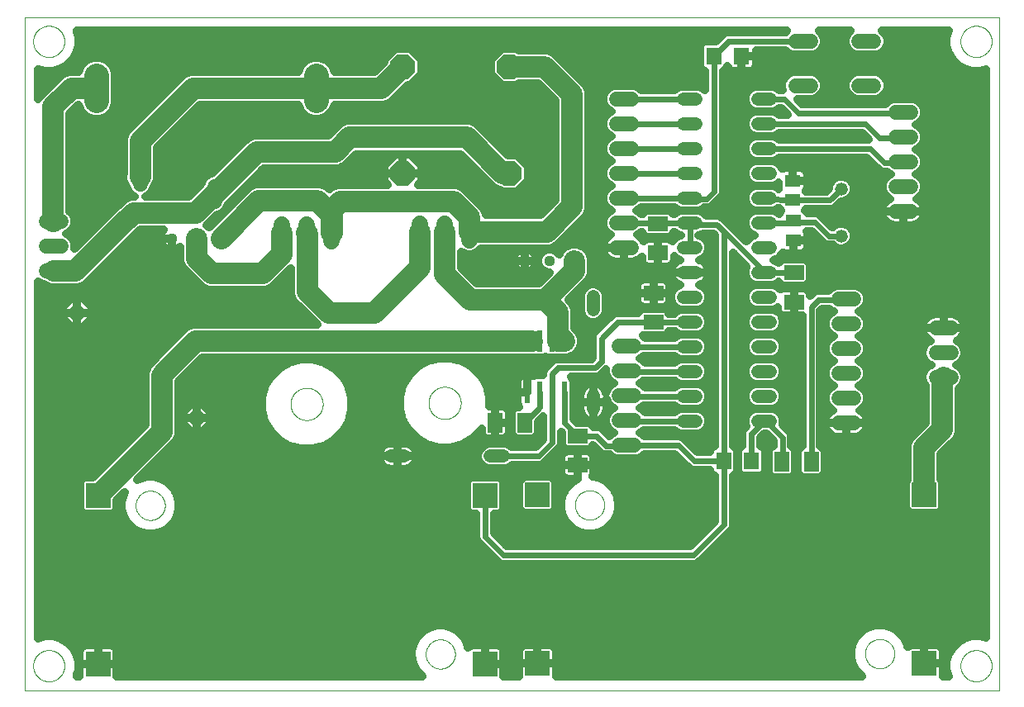
<source format=gtl>
G75*
%MOIN*%
%OFA0B0*%
%FSLAX25Y25*%
%IPPOS*%
%LPD*%
%AMOC8*
5,1,8,0,0,1.08239X$1,22.5*
%
%ADD10C,0.00000*%
%ADD11OC8,0.10000*%
%ADD12OC8,0.06300*%
%ADD13C,0.06300*%
%ADD14R,0.07874X0.05906*%
%ADD15C,0.05200*%
%ADD16R,0.02362X0.08661*%
%ADD17C,0.04400*%
%ADD18C,0.06600*%
%ADD19OC8,0.06496*%
%ADD20C,0.06000*%
%ADD21C,0.10000*%
%ADD22C,0.05200*%
%ADD23R,0.06299X0.07098*%
%ADD24R,0.05906X0.07874*%
%ADD25R,0.06299X0.05118*%
%ADD26R,0.09843X0.09843*%
%ADD27C,0.02400*%
%ADD28R,0.03962X0.03962*%
%ADD29C,0.03200*%
%ADD30C,0.08600*%
D10*
X0005907Y0008100D02*
X0005907Y0279753D01*
X0399214Y0279753D01*
X0399214Y0008100D01*
X0005907Y0008100D01*
X0009451Y0017942D02*
X0009453Y0018100D01*
X0009459Y0018258D01*
X0009469Y0018416D01*
X0009483Y0018574D01*
X0009501Y0018731D01*
X0009522Y0018888D01*
X0009548Y0019044D01*
X0009578Y0019200D01*
X0009611Y0019355D01*
X0009649Y0019508D01*
X0009690Y0019661D01*
X0009735Y0019813D01*
X0009784Y0019964D01*
X0009837Y0020113D01*
X0009893Y0020261D01*
X0009953Y0020407D01*
X0010017Y0020552D01*
X0010085Y0020695D01*
X0010156Y0020837D01*
X0010230Y0020977D01*
X0010308Y0021114D01*
X0010390Y0021250D01*
X0010474Y0021384D01*
X0010563Y0021515D01*
X0010654Y0021644D01*
X0010749Y0021771D01*
X0010846Y0021896D01*
X0010947Y0022018D01*
X0011051Y0022137D01*
X0011158Y0022254D01*
X0011268Y0022368D01*
X0011381Y0022479D01*
X0011496Y0022588D01*
X0011614Y0022693D01*
X0011735Y0022795D01*
X0011858Y0022895D01*
X0011984Y0022991D01*
X0012112Y0023084D01*
X0012242Y0023174D01*
X0012375Y0023260D01*
X0012510Y0023344D01*
X0012646Y0023423D01*
X0012785Y0023500D01*
X0012926Y0023572D01*
X0013068Y0023642D01*
X0013212Y0023707D01*
X0013358Y0023769D01*
X0013505Y0023827D01*
X0013654Y0023882D01*
X0013804Y0023933D01*
X0013955Y0023980D01*
X0014107Y0024023D01*
X0014260Y0024062D01*
X0014415Y0024098D01*
X0014570Y0024129D01*
X0014726Y0024157D01*
X0014882Y0024181D01*
X0015039Y0024201D01*
X0015197Y0024217D01*
X0015354Y0024229D01*
X0015513Y0024237D01*
X0015671Y0024241D01*
X0015829Y0024241D01*
X0015987Y0024237D01*
X0016146Y0024229D01*
X0016303Y0024217D01*
X0016461Y0024201D01*
X0016618Y0024181D01*
X0016774Y0024157D01*
X0016930Y0024129D01*
X0017085Y0024098D01*
X0017240Y0024062D01*
X0017393Y0024023D01*
X0017545Y0023980D01*
X0017696Y0023933D01*
X0017846Y0023882D01*
X0017995Y0023827D01*
X0018142Y0023769D01*
X0018288Y0023707D01*
X0018432Y0023642D01*
X0018574Y0023572D01*
X0018715Y0023500D01*
X0018854Y0023423D01*
X0018990Y0023344D01*
X0019125Y0023260D01*
X0019258Y0023174D01*
X0019388Y0023084D01*
X0019516Y0022991D01*
X0019642Y0022895D01*
X0019765Y0022795D01*
X0019886Y0022693D01*
X0020004Y0022588D01*
X0020119Y0022479D01*
X0020232Y0022368D01*
X0020342Y0022254D01*
X0020449Y0022137D01*
X0020553Y0022018D01*
X0020654Y0021896D01*
X0020751Y0021771D01*
X0020846Y0021644D01*
X0020937Y0021515D01*
X0021026Y0021384D01*
X0021110Y0021250D01*
X0021192Y0021114D01*
X0021270Y0020977D01*
X0021344Y0020837D01*
X0021415Y0020695D01*
X0021483Y0020552D01*
X0021547Y0020407D01*
X0021607Y0020261D01*
X0021663Y0020113D01*
X0021716Y0019964D01*
X0021765Y0019813D01*
X0021810Y0019661D01*
X0021851Y0019508D01*
X0021889Y0019355D01*
X0021922Y0019200D01*
X0021952Y0019044D01*
X0021978Y0018888D01*
X0021999Y0018731D01*
X0022017Y0018574D01*
X0022031Y0018416D01*
X0022041Y0018258D01*
X0022047Y0018100D01*
X0022049Y0017942D01*
X0022047Y0017784D01*
X0022041Y0017626D01*
X0022031Y0017468D01*
X0022017Y0017310D01*
X0021999Y0017153D01*
X0021978Y0016996D01*
X0021952Y0016840D01*
X0021922Y0016684D01*
X0021889Y0016529D01*
X0021851Y0016376D01*
X0021810Y0016223D01*
X0021765Y0016071D01*
X0021716Y0015920D01*
X0021663Y0015771D01*
X0021607Y0015623D01*
X0021547Y0015477D01*
X0021483Y0015332D01*
X0021415Y0015189D01*
X0021344Y0015047D01*
X0021270Y0014907D01*
X0021192Y0014770D01*
X0021110Y0014634D01*
X0021026Y0014500D01*
X0020937Y0014369D01*
X0020846Y0014240D01*
X0020751Y0014113D01*
X0020654Y0013988D01*
X0020553Y0013866D01*
X0020449Y0013747D01*
X0020342Y0013630D01*
X0020232Y0013516D01*
X0020119Y0013405D01*
X0020004Y0013296D01*
X0019886Y0013191D01*
X0019765Y0013089D01*
X0019642Y0012989D01*
X0019516Y0012893D01*
X0019388Y0012800D01*
X0019258Y0012710D01*
X0019125Y0012624D01*
X0018990Y0012540D01*
X0018854Y0012461D01*
X0018715Y0012384D01*
X0018574Y0012312D01*
X0018432Y0012242D01*
X0018288Y0012177D01*
X0018142Y0012115D01*
X0017995Y0012057D01*
X0017846Y0012002D01*
X0017696Y0011951D01*
X0017545Y0011904D01*
X0017393Y0011861D01*
X0017240Y0011822D01*
X0017085Y0011786D01*
X0016930Y0011755D01*
X0016774Y0011727D01*
X0016618Y0011703D01*
X0016461Y0011683D01*
X0016303Y0011667D01*
X0016146Y0011655D01*
X0015987Y0011647D01*
X0015829Y0011643D01*
X0015671Y0011643D01*
X0015513Y0011647D01*
X0015354Y0011655D01*
X0015197Y0011667D01*
X0015039Y0011683D01*
X0014882Y0011703D01*
X0014726Y0011727D01*
X0014570Y0011755D01*
X0014415Y0011786D01*
X0014260Y0011822D01*
X0014107Y0011861D01*
X0013955Y0011904D01*
X0013804Y0011951D01*
X0013654Y0012002D01*
X0013505Y0012057D01*
X0013358Y0012115D01*
X0013212Y0012177D01*
X0013068Y0012242D01*
X0012926Y0012312D01*
X0012785Y0012384D01*
X0012646Y0012461D01*
X0012510Y0012540D01*
X0012375Y0012624D01*
X0012242Y0012710D01*
X0012112Y0012800D01*
X0011984Y0012893D01*
X0011858Y0012989D01*
X0011735Y0013089D01*
X0011614Y0013191D01*
X0011496Y0013296D01*
X0011381Y0013405D01*
X0011268Y0013516D01*
X0011158Y0013630D01*
X0011051Y0013747D01*
X0010947Y0013866D01*
X0010846Y0013988D01*
X0010749Y0014113D01*
X0010654Y0014240D01*
X0010563Y0014369D01*
X0010474Y0014500D01*
X0010390Y0014634D01*
X0010308Y0014770D01*
X0010230Y0014907D01*
X0010156Y0015047D01*
X0010085Y0015189D01*
X0010017Y0015332D01*
X0009953Y0015477D01*
X0009893Y0015623D01*
X0009837Y0015771D01*
X0009784Y0015920D01*
X0009735Y0016071D01*
X0009690Y0016223D01*
X0009649Y0016376D01*
X0009611Y0016529D01*
X0009578Y0016684D01*
X0009548Y0016840D01*
X0009522Y0016996D01*
X0009501Y0017153D01*
X0009483Y0017310D01*
X0009469Y0017468D01*
X0009459Y0017626D01*
X0009453Y0017784D01*
X0009451Y0017942D01*
X0050796Y0082667D02*
X0050798Y0082820D01*
X0050804Y0082974D01*
X0050814Y0083127D01*
X0050828Y0083279D01*
X0050846Y0083432D01*
X0050868Y0083583D01*
X0050893Y0083734D01*
X0050923Y0083885D01*
X0050957Y0084035D01*
X0050994Y0084183D01*
X0051035Y0084331D01*
X0051080Y0084477D01*
X0051129Y0084623D01*
X0051182Y0084767D01*
X0051238Y0084909D01*
X0051298Y0085050D01*
X0051362Y0085190D01*
X0051429Y0085328D01*
X0051500Y0085464D01*
X0051575Y0085598D01*
X0051652Y0085730D01*
X0051734Y0085860D01*
X0051818Y0085988D01*
X0051906Y0086114D01*
X0051997Y0086237D01*
X0052091Y0086358D01*
X0052189Y0086476D01*
X0052289Y0086592D01*
X0052393Y0086705D01*
X0052499Y0086816D01*
X0052608Y0086924D01*
X0052720Y0087029D01*
X0052834Y0087130D01*
X0052952Y0087229D01*
X0053071Y0087325D01*
X0053193Y0087418D01*
X0053318Y0087507D01*
X0053445Y0087594D01*
X0053574Y0087676D01*
X0053705Y0087756D01*
X0053838Y0087832D01*
X0053973Y0087905D01*
X0054110Y0087974D01*
X0054249Y0088039D01*
X0054389Y0088101D01*
X0054531Y0088159D01*
X0054674Y0088214D01*
X0054819Y0088265D01*
X0054965Y0088312D01*
X0055112Y0088355D01*
X0055260Y0088394D01*
X0055409Y0088430D01*
X0055559Y0088461D01*
X0055710Y0088489D01*
X0055861Y0088513D01*
X0056014Y0088533D01*
X0056166Y0088549D01*
X0056319Y0088561D01*
X0056472Y0088569D01*
X0056625Y0088573D01*
X0056779Y0088573D01*
X0056932Y0088569D01*
X0057085Y0088561D01*
X0057238Y0088549D01*
X0057390Y0088533D01*
X0057543Y0088513D01*
X0057694Y0088489D01*
X0057845Y0088461D01*
X0057995Y0088430D01*
X0058144Y0088394D01*
X0058292Y0088355D01*
X0058439Y0088312D01*
X0058585Y0088265D01*
X0058730Y0088214D01*
X0058873Y0088159D01*
X0059015Y0088101D01*
X0059155Y0088039D01*
X0059294Y0087974D01*
X0059431Y0087905D01*
X0059566Y0087832D01*
X0059699Y0087756D01*
X0059830Y0087676D01*
X0059959Y0087594D01*
X0060086Y0087507D01*
X0060211Y0087418D01*
X0060333Y0087325D01*
X0060452Y0087229D01*
X0060570Y0087130D01*
X0060684Y0087029D01*
X0060796Y0086924D01*
X0060905Y0086816D01*
X0061011Y0086705D01*
X0061115Y0086592D01*
X0061215Y0086476D01*
X0061313Y0086358D01*
X0061407Y0086237D01*
X0061498Y0086114D01*
X0061586Y0085988D01*
X0061670Y0085860D01*
X0061752Y0085730D01*
X0061829Y0085598D01*
X0061904Y0085464D01*
X0061975Y0085328D01*
X0062042Y0085190D01*
X0062106Y0085050D01*
X0062166Y0084909D01*
X0062222Y0084767D01*
X0062275Y0084623D01*
X0062324Y0084477D01*
X0062369Y0084331D01*
X0062410Y0084183D01*
X0062447Y0084035D01*
X0062481Y0083885D01*
X0062511Y0083734D01*
X0062536Y0083583D01*
X0062558Y0083432D01*
X0062576Y0083279D01*
X0062590Y0083127D01*
X0062600Y0082974D01*
X0062606Y0082820D01*
X0062608Y0082667D01*
X0062606Y0082514D01*
X0062600Y0082360D01*
X0062590Y0082207D01*
X0062576Y0082055D01*
X0062558Y0081902D01*
X0062536Y0081751D01*
X0062511Y0081600D01*
X0062481Y0081449D01*
X0062447Y0081299D01*
X0062410Y0081151D01*
X0062369Y0081003D01*
X0062324Y0080857D01*
X0062275Y0080711D01*
X0062222Y0080567D01*
X0062166Y0080425D01*
X0062106Y0080284D01*
X0062042Y0080144D01*
X0061975Y0080006D01*
X0061904Y0079870D01*
X0061829Y0079736D01*
X0061752Y0079604D01*
X0061670Y0079474D01*
X0061586Y0079346D01*
X0061498Y0079220D01*
X0061407Y0079097D01*
X0061313Y0078976D01*
X0061215Y0078858D01*
X0061115Y0078742D01*
X0061011Y0078629D01*
X0060905Y0078518D01*
X0060796Y0078410D01*
X0060684Y0078305D01*
X0060570Y0078204D01*
X0060452Y0078105D01*
X0060333Y0078009D01*
X0060211Y0077916D01*
X0060086Y0077827D01*
X0059959Y0077740D01*
X0059830Y0077658D01*
X0059699Y0077578D01*
X0059566Y0077502D01*
X0059431Y0077429D01*
X0059294Y0077360D01*
X0059155Y0077295D01*
X0059015Y0077233D01*
X0058873Y0077175D01*
X0058730Y0077120D01*
X0058585Y0077069D01*
X0058439Y0077022D01*
X0058292Y0076979D01*
X0058144Y0076940D01*
X0057995Y0076904D01*
X0057845Y0076873D01*
X0057694Y0076845D01*
X0057543Y0076821D01*
X0057390Y0076801D01*
X0057238Y0076785D01*
X0057085Y0076773D01*
X0056932Y0076765D01*
X0056779Y0076761D01*
X0056625Y0076761D01*
X0056472Y0076765D01*
X0056319Y0076773D01*
X0056166Y0076785D01*
X0056014Y0076801D01*
X0055861Y0076821D01*
X0055710Y0076845D01*
X0055559Y0076873D01*
X0055409Y0076904D01*
X0055260Y0076940D01*
X0055112Y0076979D01*
X0054965Y0077022D01*
X0054819Y0077069D01*
X0054674Y0077120D01*
X0054531Y0077175D01*
X0054389Y0077233D01*
X0054249Y0077295D01*
X0054110Y0077360D01*
X0053973Y0077429D01*
X0053838Y0077502D01*
X0053705Y0077578D01*
X0053574Y0077658D01*
X0053445Y0077740D01*
X0053318Y0077827D01*
X0053193Y0077916D01*
X0053071Y0078009D01*
X0052952Y0078105D01*
X0052834Y0078204D01*
X0052720Y0078305D01*
X0052608Y0078410D01*
X0052499Y0078518D01*
X0052393Y0078629D01*
X0052289Y0078742D01*
X0052189Y0078858D01*
X0052091Y0078976D01*
X0051997Y0079097D01*
X0051906Y0079220D01*
X0051818Y0079346D01*
X0051734Y0079474D01*
X0051652Y0079604D01*
X0051575Y0079736D01*
X0051500Y0079870D01*
X0051429Y0080006D01*
X0051362Y0080144D01*
X0051298Y0080284D01*
X0051238Y0080425D01*
X0051182Y0080567D01*
X0051129Y0080711D01*
X0051080Y0080857D01*
X0051035Y0081003D01*
X0050994Y0081151D01*
X0050957Y0081299D01*
X0050923Y0081449D01*
X0050893Y0081600D01*
X0050868Y0081751D01*
X0050846Y0081902D01*
X0050828Y0082055D01*
X0050814Y0082207D01*
X0050804Y0082360D01*
X0050798Y0082514D01*
X0050796Y0082667D01*
X0113266Y0123588D02*
X0113268Y0123749D01*
X0113274Y0123909D01*
X0113284Y0124070D01*
X0113298Y0124230D01*
X0113316Y0124390D01*
X0113337Y0124549D01*
X0113363Y0124708D01*
X0113393Y0124866D01*
X0113426Y0125023D01*
X0113464Y0125180D01*
X0113505Y0125335D01*
X0113550Y0125489D01*
X0113599Y0125642D01*
X0113652Y0125794D01*
X0113708Y0125945D01*
X0113769Y0126094D01*
X0113832Y0126242D01*
X0113900Y0126388D01*
X0113971Y0126532D01*
X0114045Y0126674D01*
X0114123Y0126815D01*
X0114205Y0126953D01*
X0114290Y0127090D01*
X0114378Y0127224D01*
X0114470Y0127356D01*
X0114565Y0127486D01*
X0114663Y0127614D01*
X0114764Y0127739D01*
X0114868Y0127861D01*
X0114975Y0127981D01*
X0115085Y0128098D01*
X0115198Y0128213D01*
X0115314Y0128324D01*
X0115433Y0128433D01*
X0115554Y0128538D01*
X0115678Y0128641D01*
X0115804Y0128741D01*
X0115932Y0128837D01*
X0116063Y0128930D01*
X0116197Y0129020D01*
X0116332Y0129107D01*
X0116470Y0129190D01*
X0116609Y0129270D01*
X0116751Y0129346D01*
X0116894Y0129419D01*
X0117039Y0129488D01*
X0117186Y0129554D01*
X0117334Y0129616D01*
X0117484Y0129674D01*
X0117635Y0129729D01*
X0117788Y0129780D01*
X0117942Y0129827D01*
X0118097Y0129870D01*
X0118253Y0129909D01*
X0118409Y0129945D01*
X0118567Y0129976D01*
X0118725Y0130004D01*
X0118884Y0130028D01*
X0119044Y0130048D01*
X0119204Y0130064D01*
X0119364Y0130076D01*
X0119525Y0130084D01*
X0119686Y0130088D01*
X0119846Y0130088D01*
X0120007Y0130084D01*
X0120168Y0130076D01*
X0120328Y0130064D01*
X0120488Y0130048D01*
X0120648Y0130028D01*
X0120807Y0130004D01*
X0120965Y0129976D01*
X0121123Y0129945D01*
X0121279Y0129909D01*
X0121435Y0129870D01*
X0121590Y0129827D01*
X0121744Y0129780D01*
X0121897Y0129729D01*
X0122048Y0129674D01*
X0122198Y0129616D01*
X0122346Y0129554D01*
X0122493Y0129488D01*
X0122638Y0129419D01*
X0122781Y0129346D01*
X0122923Y0129270D01*
X0123062Y0129190D01*
X0123200Y0129107D01*
X0123335Y0129020D01*
X0123469Y0128930D01*
X0123600Y0128837D01*
X0123728Y0128741D01*
X0123854Y0128641D01*
X0123978Y0128538D01*
X0124099Y0128433D01*
X0124218Y0128324D01*
X0124334Y0128213D01*
X0124447Y0128098D01*
X0124557Y0127981D01*
X0124664Y0127861D01*
X0124768Y0127739D01*
X0124869Y0127614D01*
X0124967Y0127486D01*
X0125062Y0127356D01*
X0125154Y0127224D01*
X0125242Y0127090D01*
X0125327Y0126953D01*
X0125409Y0126815D01*
X0125487Y0126674D01*
X0125561Y0126532D01*
X0125632Y0126388D01*
X0125700Y0126242D01*
X0125763Y0126094D01*
X0125824Y0125945D01*
X0125880Y0125794D01*
X0125933Y0125642D01*
X0125982Y0125489D01*
X0126027Y0125335D01*
X0126068Y0125180D01*
X0126106Y0125023D01*
X0126139Y0124866D01*
X0126169Y0124708D01*
X0126195Y0124549D01*
X0126216Y0124390D01*
X0126234Y0124230D01*
X0126248Y0124070D01*
X0126258Y0123909D01*
X0126264Y0123749D01*
X0126266Y0123588D01*
X0126264Y0123427D01*
X0126258Y0123267D01*
X0126248Y0123106D01*
X0126234Y0122946D01*
X0126216Y0122786D01*
X0126195Y0122627D01*
X0126169Y0122468D01*
X0126139Y0122310D01*
X0126106Y0122153D01*
X0126068Y0121996D01*
X0126027Y0121841D01*
X0125982Y0121687D01*
X0125933Y0121534D01*
X0125880Y0121382D01*
X0125824Y0121231D01*
X0125763Y0121082D01*
X0125700Y0120934D01*
X0125632Y0120788D01*
X0125561Y0120644D01*
X0125487Y0120502D01*
X0125409Y0120361D01*
X0125327Y0120223D01*
X0125242Y0120086D01*
X0125154Y0119952D01*
X0125062Y0119820D01*
X0124967Y0119690D01*
X0124869Y0119562D01*
X0124768Y0119437D01*
X0124664Y0119315D01*
X0124557Y0119195D01*
X0124447Y0119078D01*
X0124334Y0118963D01*
X0124218Y0118852D01*
X0124099Y0118743D01*
X0123978Y0118638D01*
X0123854Y0118535D01*
X0123728Y0118435D01*
X0123600Y0118339D01*
X0123469Y0118246D01*
X0123335Y0118156D01*
X0123200Y0118069D01*
X0123062Y0117986D01*
X0122923Y0117906D01*
X0122781Y0117830D01*
X0122638Y0117757D01*
X0122493Y0117688D01*
X0122346Y0117622D01*
X0122198Y0117560D01*
X0122048Y0117502D01*
X0121897Y0117447D01*
X0121744Y0117396D01*
X0121590Y0117349D01*
X0121435Y0117306D01*
X0121279Y0117267D01*
X0121123Y0117231D01*
X0120965Y0117200D01*
X0120807Y0117172D01*
X0120648Y0117148D01*
X0120488Y0117128D01*
X0120328Y0117112D01*
X0120168Y0117100D01*
X0120007Y0117092D01*
X0119846Y0117088D01*
X0119686Y0117088D01*
X0119525Y0117092D01*
X0119364Y0117100D01*
X0119204Y0117112D01*
X0119044Y0117128D01*
X0118884Y0117148D01*
X0118725Y0117172D01*
X0118567Y0117200D01*
X0118409Y0117231D01*
X0118253Y0117267D01*
X0118097Y0117306D01*
X0117942Y0117349D01*
X0117788Y0117396D01*
X0117635Y0117447D01*
X0117484Y0117502D01*
X0117334Y0117560D01*
X0117186Y0117622D01*
X0117039Y0117688D01*
X0116894Y0117757D01*
X0116751Y0117830D01*
X0116609Y0117906D01*
X0116470Y0117986D01*
X0116332Y0118069D01*
X0116197Y0118156D01*
X0116063Y0118246D01*
X0115932Y0118339D01*
X0115804Y0118435D01*
X0115678Y0118535D01*
X0115554Y0118638D01*
X0115433Y0118743D01*
X0115314Y0118852D01*
X0115198Y0118963D01*
X0115085Y0119078D01*
X0114975Y0119195D01*
X0114868Y0119315D01*
X0114764Y0119437D01*
X0114663Y0119562D01*
X0114565Y0119690D01*
X0114470Y0119820D01*
X0114378Y0119952D01*
X0114290Y0120086D01*
X0114205Y0120223D01*
X0114123Y0120361D01*
X0114045Y0120502D01*
X0113971Y0120644D01*
X0113900Y0120788D01*
X0113832Y0120934D01*
X0113769Y0121082D01*
X0113708Y0121231D01*
X0113652Y0121382D01*
X0113599Y0121534D01*
X0113550Y0121687D01*
X0113505Y0121841D01*
X0113464Y0121996D01*
X0113426Y0122153D01*
X0113393Y0122310D01*
X0113363Y0122468D01*
X0113337Y0122627D01*
X0113316Y0122786D01*
X0113298Y0122946D01*
X0113284Y0123106D01*
X0113274Y0123267D01*
X0113268Y0123427D01*
X0113266Y0123588D01*
X0168935Y0124021D02*
X0168937Y0124182D01*
X0168943Y0124342D01*
X0168953Y0124503D01*
X0168967Y0124663D01*
X0168985Y0124823D01*
X0169006Y0124982D01*
X0169032Y0125141D01*
X0169062Y0125299D01*
X0169095Y0125456D01*
X0169133Y0125613D01*
X0169174Y0125768D01*
X0169219Y0125922D01*
X0169268Y0126075D01*
X0169321Y0126227D01*
X0169377Y0126378D01*
X0169438Y0126527D01*
X0169501Y0126675D01*
X0169569Y0126821D01*
X0169640Y0126965D01*
X0169714Y0127107D01*
X0169792Y0127248D01*
X0169874Y0127386D01*
X0169959Y0127523D01*
X0170047Y0127657D01*
X0170139Y0127789D01*
X0170234Y0127919D01*
X0170332Y0128047D01*
X0170433Y0128172D01*
X0170537Y0128294D01*
X0170644Y0128414D01*
X0170754Y0128531D01*
X0170867Y0128646D01*
X0170983Y0128757D01*
X0171102Y0128866D01*
X0171223Y0128971D01*
X0171347Y0129074D01*
X0171473Y0129174D01*
X0171601Y0129270D01*
X0171732Y0129363D01*
X0171866Y0129453D01*
X0172001Y0129540D01*
X0172139Y0129623D01*
X0172278Y0129703D01*
X0172420Y0129779D01*
X0172563Y0129852D01*
X0172708Y0129921D01*
X0172855Y0129987D01*
X0173003Y0130049D01*
X0173153Y0130107D01*
X0173304Y0130162D01*
X0173457Y0130213D01*
X0173611Y0130260D01*
X0173766Y0130303D01*
X0173922Y0130342D01*
X0174078Y0130378D01*
X0174236Y0130409D01*
X0174394Y0130437D01*
X0174553Y0130461D01*
X0174713Y0130481D01*
X0174873Y0130497D01*
X0175033Y0130509D01*
X0175194Y0130517D01*
X0175355Y0130521D01*
X0175515Y0130521D01*
X0175676Y0130517D01*
X0175837Y0130509D01*
X0175997Y0130497D01*
X0176157Y0130481D01*
X0176317Y0130461D01*
X0176476Y0130437D01*
X0176634Y0130409D01*
X0176792Y0130378D01*
X0176948Y0130342D01*
X0177104Y0130303D01*
X0177259Y0130260D01*
X0177413Y0130213D01*
X0177566Y0130162D01*
X0177717Y0130107D01*
X0177867Y0130049D01*
X0178015Y0129987D01*
X0178162Y0129921D01*
X0178307Y0129852D01*
X0178450Y0129779D01*
X0178592Y0129703D01*
X0178731Y0129623D01*
X0178869Y0129540D01*
X0179004Y0129453D01*
X0179138Y0129363D01*
X0179269Y0129270D01*
X0179397Y0129174D01*
X0179523Y0129074D01*
X0179647Y0128971D01*
X0179768Y0128866D01*
X0179887Y0128757D01*
X0180003Y0128646D01*
X0180116Y0128531D01*
X0180226Y0128414D01*
X0180333Y0128294D01*
X0180437Y0128172D01*
X0180538Y0128047D01*
X0180636Y0127919D01*
X0180731Y0127789D01*
X0180823Y0127657D01*
X0180911Y0127523D01*
X0180996Y0127386D01*
X0181078Y0127248D01*
X0181156Y0127107D01*
X0181230Y0126965D01*
X0181301Y0126821D01*
X0181369Y0126675D01*
X0181432Y0126527D01*
X0181493Y0126378D01*
X0181549Y0126227D01*
X0181602Y0126075D01*
X0181651Y0125922D01*
X0181696Y0125768D01*
X0181737Y0125613D01*
X0181775Y0125456D01*
X0181808Y0125299D01*
X0181838Y0125141D01*
X0181864Y0124982D01*
X0181885Y0124823D01*
X0181903Y0124663D01*
X0181917Y0124503D01*
X0181927Y0124342D01*
X0181933Y0124182D01*
X0181935Y0124021D01*
X0181933Y0123860D01*
X0181927Y0123700D01*
X0181917Y0123539D01*
X0181903Y0123379D01*
X0181885Y0123219D01*
X0181864Y0123060D01*
X0181838Y0122901D01*
X0181808Y0122743D01*
X0181775Y0122586D01*
X0181737Y0122429D01*
X0181696Y0122274D01*
X0181651Y0122120D01*
X0181602Y0121967D01*
X0181549Y0121815D01*
X0181493Y0121664D01*
X0181432Y0121515D01*
X0181369Y0121367D01*
X0181301Y0121221D01*
X0181230Y0121077D01*
X0181156Y0120935D01*
X0181078Y0120794D01*
X0180996Y0120656D01*
X0180911Y0120519D01*
X0180823Y0120385D01*
X0180731Y0120253D01*
X0180636Y0120123D01*
X0180538Y0119995D01*
X0180437Y0119870D01*
X0180333Y0119748D01*
X0180226Y0119628D01*
X0180116Y0119511D01*
X0180003Y0119396D01*
X0179887Y0119285D01*
X0179768Y0119176D01*
X0179647Y0119071D01*
X0179523Y0118968D01*
X0179397Y0118868D01*
X0179269Y0118772D01*
X0179138Y0118679D01*
X0179004Y0118589D01*
X0178869Y0118502D01*
X0178731Y0118419D01*
X0178592Y0118339D01*
X0178450Y0118263D01*
X0178307Y0118190D01*
X0178162Y0118121D01*
X0178015Y0118055D01*
X0177867Y0117993D01*
X0177717Y0117935D01*
X0177566Y0117880D01*
X0177413Y0117829D01*
X0177259Y0117782D01*
X0177104Y0117739D01*
X0176948Y0117700D01*
X0176792Y0117664D01*
X0176634Y0117633D01*
X0176476Y0117605D01*
X0176317Y0117581D01*
X0176157Y0117561D01*
X0175997Y0117545D01*
X0175837Y0117533D01*
X0175676Y0117525D01*
X0175515Y0117521D01*
X0175355Y0117521D01*
X0175194Y0117525D01*
X0175033Y0117533D01*
X0174873Y0117545D01*
X0174713Y0117561D01*
X0174553Y0117581D01*
X0174394Y0117605D01*
X0174236Y0117633D01*
X0174078Y0117664D01*
X0173922Y0117700D01*
X0173766Y0117739D01*
X0173611Y0117782D01*
X0173457Y0117829D01*
X0173304Y0117880D01*
X0173153Y0117935D01*
X0173003Y0117993D01*
X0172855Y0118055D01*
X0172708Y0118121D01*
X0172563Y0118190D01*
X0172420Y0118263D01*
X0172278Y0118339D01*
X0172139Y0118419D01*
X0172001Y0118502D01*
X0171866Y0118589D01*
X0171732Y0118679D01*
X0171601Y0118772D01*
X0171473Y0118868D01*
X0171347Y0118968D01*
X0171223Y0119071D01*
X0171102Y0119176D01*
X0170983Y0119285D01*
X0170867Y0119396D01*
X0170754Y0119511D01*
X0170644Y0119628D01*
X0170537Y0119748D01*
X0170433Y0119870D01*
X0170332Y0119995D01*
X0170234Y0120123D01*
X0170139Y0120253D01*
X0170047Y0120385D01*
X0169959Y0120519D01*
X0169874Y0120656D01*
X0169792Y0120794D01*
X0169714Y0120935D01*
X0169640Y0121077D01*
X0169569Y0121221D01*
X0169501Y0121367D01*
X0169438Y0121515D01*
X0169377Y0121664D01*
X0169321Y0121815D01*
X0169268Y0121967D01*
X0169219Y0122120D01*
X0169174Y0122274D01*
X0169133Y0122429D01*
X0169095Y0122586D01*
X0169062Y0122743D01*
X0169032Y0122901D01*
X0169006Y0123060D01*
X0168985Y0123219D01*
X0168967Y0123379D01*
X0168953Y0123539D01*
X0168943Y0123700D01*
X0168937Y0123860D01*
X0168935Y0124021D01*
X0227962Y0082824D02*
X0227964Y0082977D01*
X0227970Y0083131D01*
X0227980Y0083284D01*
X0227994Y0083436D01*
X0228012Y0083589D01*
X0228034Y0083740D01*
X0228059Y0083891D01*
X0228089Y0084042D01*
X0228123Y0084192D01*
X0228160Y0084340D01*
X0228201Y0084488D01*
X0228246Y0084634D01*
X0228295Y0084780D01*
X0228348Y0084924D01*
X0228404Y0085066D01*
X0228464Y0085207D01*
X0228528Y0085347D01*
X0228595Y0085485D01*
X0228666Y0085621D01*
X0228741Y0085755D01*
X0228818Y0085887D01*
X0228900Y0086017D01*
X0228984Y0086145D01*
X0229072Y0086271D01*
X0229163Y0086394D01*
X0229257Y0086515D01*
X0229355Y0086633D01*
X0229455Y0086749D01*
X0229559Y0086862D01*
X0229665Y0086973D01*
X0229774Y0087081D01*
X0229886Y0087186D01*
X0230000Y0087287D01*
X0230118Y0087386D01*
X0230237Y0087482D01*
X0230359Y0087575D01*
X0230484Y0087664D01*
X0230611Y0087751D01*
X0230740Y0087833D01*
X0230871Y0087913D01*
X0231004Y0087989D01*
X0231139Y0088062D01*
X0231276Y0088131D01*
X0231415Y0088196D01*
X0231555Y0088258D01*
X0231697Y0088316D01*
X0231840Y0088371D01*
X0231985Y0088422D01*
X0232131Y0088469D01*
X0232278Y0088512D01*
X0232426Y0088551D01*
X0232575Y0088587D01*
X0232725Y0088618D01*
X0232876Y0088646D01*
X0233027Y0088670D01*
X0233180Y0088690D01*
X0233332Y0088706D01*
X0233485Y0088718D01*
X0233638Y0088726D01*
X0233791Y0088730D01*
X0233945Y0088730D01*
X0234098Y0088726D01*
X0234251Y0088718D01*
X0234404Y0088706D01*
X0234556Y0088690D01*
X0234709Y0088670D01*
X0234860Y0088646D01*
X0235011Y0088618D01*
X0235161Y0088587D01*
X0235310Y0088551D01*
X0235458Y0088512D01*
X0235605Y0088469D01*
X0235751Y0088422D01*
X0235896Y0088371D01*
X0236039Y0088316D01*
X0236181Y0088258D01*
X0236321Y0088196D01*
X0236460Y0088131D01*
X0236597Y0088062D01*
X0236732Y0087989D01*
X0236865Y0087913D01*
X0236996Y0087833D01*
X0237125Y0087751D01*
X0237252Y0087664D01*
X0237377Y0087575D01*
X0237499Y0087482D01*
X0237618Y0087386D01*
X0237736Y0087287D01*
X0237850Y0087186D01*
X0237962Y0087081D01*
X0238071Y0086973D01*
X0238177Y0086862D01*
X0238281Y0086749D01*
X0238381Y0086633D01*
X0238479Y0086515D01*
X0238573Y0086394D01*
X0238664Y0086271D01*
X0238752Y0086145D01*
X0238836Y0086017D01*
X0238918Y0085887D01*
X0238995Y0085755D01*
X0239070Y0085621D01*
X0239141Y0085485D01*
X0239208Y0085347D01*
X0239272Y0085207D01*
X0239332Y0085066D01*
X0239388Y0084924D01*
X0239441Y0084780D01*
X0239490Y0084634D01*
X0239535Y0084488D01*
X0239576Y0084340D01*
X0239613Y0084192D01*
X0239647Y0084042D01*
X0239677Y0083891D01*
X0239702Y0083740D01*
X0239724Y0083589D01*
X0239742Y0083436D01*
X0239756Y0083284D01*
X0239766Y0083131D01*
X0239772Y0082977D01*
X0239774Y0082824D01*
X0239772Y0082671D01*
X0239766Y0082517D01*
X0239756Y0082364D01*
X0239742Y0082212D01*
X0239724Y0082059D01*
X0239702Y0081908D01*
X0239677Y0081757D01*
X0239647Y0081606D01*
X0239613Y0081456D01*
X0239576Y0081308D01*
X0239535Y0081160D01*
X0239490Y0081014D01*
X0239441Y0080868D01*
X0239388Y0080724D01*
X0239332Y0080582D01*
X0239272Y0080441D01*
X0239208Y0080301D01*
X0239141Y0080163D01*
X0239070Y0080027D01*
X0238995Y0079893D01*
X0238918Y0079761D01*
X0238836Y0079631D01*
X0238752Y0079503D01*
X0238664Y0079377D01*
X0238573Y0079254D01*
X0238479Y0079133D01*
X0238381Y0079015D01*
X0238281Y0078899D01*
X0238177Y0078786D01*
X0238071Y0078675D01*
X0237962Y0078567D01*
X0237850Y0078462D01*
X0237736Y0078361D01*
X0237618Y0078262D01*
X0237499Y0078166D01*
X0237377Y0078073D01*
X0237252Y0077984D01*
X0237125Y0077897D01*
X0236996Y0077815D01*
X0236865Y0077735D01*
X0236732Y0077659D01*
X0236597Y0077586D01*
X0236460Y0077517D01*
X0236321Y0077452D01*
X0236181Y0077390D01*
X0236039Y0077332D01*
X0235896Y0077277D01*
X0235751Y0077226D01*
X0235605Y0077179D01*
X0235458Y0077136D01*
X0235310Y0077097D01*
X0235161Y0077061D01*
X0235011Y0077030D01*
X0234860Y0077002D01*
X0234709Y0076978D01*
X0234556Y0076958D01*
X0234404Y0076942D01*
X0234251Y0076930D01*
X0234098Y0076922D01*
X0233945Y0076918D01*
X0233791Y0076918D01*
X0233638Y0076922D01*
X0233485Y0076930D01*
X0233332Y0076942D01*
X0233180Y0076958D01*
X0233027Y0076978D01*
X0232876Y0077002D01*
X0232725Y0077030D01*
X0232575Y0077061D01*
X0232426Y0077097D01*
X0232278Y0077136D01*
X0232131Y0077179D01*
X0231985Y0077226D01*
X0231840Y0077277D01*
X0231697Y0077332D01*
X0231555Y0077390D01*
X0231415Y0077452D01*
X0231276Y0077517D01*
X0231139Y0077586D01*
X0231004Y0077659D01*
X0230871Y0077735D01*
X0230740Y0077815D01*
X0230611Y0077897D01*
X0230484Y0077984D01*
X0230359Y0078073D01*
X0230237Y0078166D01*
X0230118Y0078262D01*
X0230000Y0078361D01*
X0229886Y0078462D01*
X0229774Y0078567D01*
X0229665Y0078675D01*
X0229559Y0078786D01*
X0229455Y0078899D01*
X0229355Y0079015D01*
X0229257Y0079133D01*
X0229163Y0079254D01*
X0229072Y0079377D01*
X0228984Y0079503D01*
X0228900Y0079631D01*
X0228818Y0079761D01*
X0228741Y0079893D01*
X0228666Y0080027D01*
X0228595Y0080163D01*
X0228528Y0080301D01*
X0228464Y0080441D01*
X0228404Y0080582D01*
X0228348Y0080724D01*
X0228295Y0080868D01*
X0228246Y0081014D01*
X0228201Y0081160D01*
X0228160Y0081308D01*
X0228123Y0081456D01*
X0228089Y0081606D01*
X0228059Y0081757D01*
X0228034Y0081908D01*
X0228012Y0082059D01*
X0227994Y0082212D01*
X0227980Y0082364D01*
X0227970Y0082517D01*
X0227964Y0082671D01*
X0227962Y0082824D01*
X0167796Y0022667D02*
X0167798Y0022820D01*
X0167804Y0022974D01*
X0167814Y0023127D01*
X0167828Y0023279D01*
X0167846Y0023432D01*
X0167868Y0023583D01*
X0167893Y0023734D01*
X0167923Y0023885D01*
X0167957Y0024035D01*
X0167994Y0024183D01*
X0168035Y0024331D01*
X0168080Y0024477D01*
X0168129Y0024623D01*
X0168182Y0024767D01*
X0168238Y0024909D01*
X0168298Y0025050D01*
X0168362Y0025190D01*
X0168429Y0025328D01*
X0168500Y0025464D01*
X0168575Y0025598D01*
X0168652Y0025730D01*
X0168734Y0025860D01*
X0168818Y0025988D01*
X0168906Y0026114D01*
X0168997Y0026237D01*
X0169091Y0026358D01*
X0169189Y0026476D01*
X0169289Y0026592D01*
X0169393Y0026705D01*
X0169499Y0026816D01*
X0169608Y0026924D01*
X0169720Y0027029D01*
X0169834Y0027130D01*
X0169952Y0027229D01*
X0170071Y0027325D01*
X0170193Y0027418D01*
X0170318Y0027507D01*
X0170445Y0027594D01*
X0170574Y0027676D01*
X0170705Y0027756D01*
X0170838Y0027832D01*
X0170973Y0027905D01*
X0171110Y0027974D01*
X0171249Y0028039D01*
X0171389Y0028101D01*
X0171531Y0028159D01*
X0171674Y0028214D01*
X0171819Y0028265D01*
X0171965Y0028312D01*
X0172112Y0028355D01*
X0172260Y0028394D01*
X0172409Y0028430D01*
X0172559Y0028461D01*
X0172710Y0028489D01*
X0172861Y0028513D01*
X0173014Y0028533D01*
X0173166Y0028549D01*
X0173319Y0028561D01*
X0173472Y0028569D01*
X0173625Y0028573D01*
X0173779Y0028573D01*
X0173932Y0028569D01*
X0174085Y0028561D01*
X0174238Y0028549D01*
X0174390Y0028533D01*
X0174543Y0028513D01*
X0174694Y0028489D01*
X0174845Y0028461D01*
X0174995Y0028430D01*
X0175144Y0028394D01*
X0175292Y0028355D01*
X0175439Y0028312D01*
X0175585Y0028265D01*
X0175730Y0028214D01*
X0175873Y0028159D01*
X0176015Y0028101D01*
X0176155Y0028039D01*
X0176294Y0027974D01*
X0176431Y0027905D01*
X0176566Y0027832D01*
X0176699Y0027756D01*
X0176830Y0027676D01*
X0176959Y0027594D01*
X0177086Y0027507D01*
X0177211Y0027418D01*
X0177333Y0027325D01*
X0177452Y0027229D01*
X0177570Y0027130D01*
X0177684Y0027029D01*
X0177796Y0026924D01*
X0177905Y0026816D01*
X0178011Y0026705D01*
X0178115Y0026592D01*
X0178215Y0026476D01*
X0178313Y0026358D01*
X0178407Y0026237D01*
X0178498Y0026114D01*
X0178586Y0025988D01*
X0178670Y0025860D01*
X0178752Y0025730D01*
X0178829Y0025598D01*
X0178904Y0025464D01*
X0178975Y0025328D01*
X0179042Y0025190D01*
X0179106Y0025050D01*
X0179166Y0024909D01*
X0179222Y0024767D01*
X0179275Y0024623D01*
X0179324Y0024477D01*
X0179369Y0024331D01*
X0179410Y0024183D01*
X0179447Y0024035D01*
X0179481Y0023885D01*
X0179511Y0023734D01*
X0179536Y0023583D01*
X0179558Y0023432D01*
X0179576Y0023279D01*
X0179590Y0023127D01*
X0179600Y0022974D01*
X0179606Y0022820D01*
X0179608Y0022667D01*
X0179606Y0022514D01*
X0179600Y0022360D01*
X0179590Y0022207D01*
X0179576Y0022055D01*
X0179558Y0021902D01*
X0179536Y0021751D01*
X0179511Y0021600D01*
X0179481Y0021449D01*
X0179447Y0021299D01*
X0179410Y0021151D01*
X0179369Y0021003D01*
X0179324Y0020857D01*
X0179275Y0020711D01*
X0179222Y0020567D01*
X0179166Y0020425D01*
X0179106Y0020284D01*
X0179042Y0020144D01*
X0178975Y0020006D01*
X0178904Y0019870D01*
X0178829Y0019736D01*
X0178752Y0019604D01*
X0178670Y0019474D01*
X0178586Y0019346D01*
X0178498Y0019220D01*
X0178407Y0019097D01*
X0178313Y0018976D01*
X0178215Y0018858D01*
X0178115Y0018742D01*
X0178011Y0018629D01*
X0177905Y0018518D01*
X0177796Y0018410D01*
X0177684Y0018305D01*
X0177570Y0018204D01*
X0177452Y0018105D01*
X0177333Y0018009D01*
X0177211Y0017916D01*
X0177086Y0017827D01*
X0176959Y0017740D01*
X0176830Y0017658D01*
X0176699Y0017578D01*
X0176566Y0017502D01*
X0176431Y0017429D01*
X0176294Y0017360D01*
X0176155Y0017295D01*
X0176015Y0017233D01*
X0175873Y0017175D01*
X0175730Y0017120D01*
X0175585Y0017069D01*
X0175439Y0017022D01*
X0175292Y0016979D01*
X0175144Y0016940D01*
X0174995Y0016904D01*
X0174845Y0016873D01*
X0174694Y0016845D01*
X0174543Y0016821D01*
X0174390Y0016801D01*
X0174238Y0016785D01*
X0174085Y0016773D01*
X0173932Y0016765D01*
X0173779Y0016761D01*
X0173625Y0016761D01*
X0173472Y0016765D01*
X0173319Y0016773D01*
X0173166Y0016785D01*
X0173014Y0016801D01*
X0172861Y0016821D01*
X0172710Y0016845D01*
X0172559Y0016873D01*
X0172409Y0016904D01*
X0172260Y0016940D01*
X0172112Y0016979D01*
X0171965Y0017022D01*
X0171819Y0017069D01*
X0171674Y0017120D01*
X0171531Y0017175D01*
X0171389Y0017233D01*
X0171249Y0017295D01*
X0171110Y0017360D01*
X0170973Y0017429D01*
X0170838Y0017502D01*
X0170705Y0017578D01*
X0170574Y0017658D01*
X0170445Y0017740D01*
X0170318Y0017827D01*
X0170193Y0017916D01*
X0170071Y0018009D01*
X0169952Y0018105D01*
X0169834Y0018204D01*
X0169720Y0018305D01*
X0169608Y0018410D01*
X0169499Y0018518D01*
X0169393Y0018629D01*
X0169289Y0018742D01*
X0169189Y0018858D01*
X0169091Y0018976D01*
X0168997Y0019097D01*
X0168906Y0019220D01*
X0168818Y0019346D01*
X0168734Y0019474D01*
X0168652Y0019604D01*
X0168575Y0019736D01*
X0168500Y0019870D01*
X0168429Y0020006D01*
X0168362Y0020144D01*
X0168298Y0020284D01*
X0168238Y0020425D01*
X0168182Y0020567D01*
X0168129Y0020711D01*
X0168080Y0020857D01*
X0168035Y0021003D01*
X0167994Y0021151D01*
X0167957Y0021299D01*
X0167923Y0021449D01*
X0167893Y0021600D01*
X0167868Y0021751D01*
X0167846Y0021902D01*
X0167828Y0022055D01*
X0167814Y0022207D01*
X0167804Y0022360D01*
X0167798Y0022514D01*
X0167796Y0022667D01*
X0344962Y0022824D02*
X0344964Y0022977D01*
X0344970Y0023131D01*
X0344980Y0023284D01*
X0344994Y0023436D01*
X0345012Y0023589D01*
X0345034Y0023740D01*
X0345059Y0023891D01*
X0345089Y0024042D01*
X0345123Y0024192D01*
X0345160Y0024340D01*
X0345201Y0024488D01*
X0345246Y0024634D01*
X0345295Y0024780D01*
X0345348Y0024924D01*
X0345404Y0025066D01*
X0345464Y0025207D01*
X0345528Y0025347D01*
X0345595Y0025485D01*
X0345666Y0025621D01*
X0345741Y0025755D01*
X0345818Y0025887D01*
X0345900Y0026017D01*
X0345984Y0026145D01*
X0346072Y0026271D01*
X0346163Y0026394D01*
X0346257Y0026515D01*
X0346355Y0026633D01*
X0346455Y0026749D01*
X0346559Y0026862D01*
X0346665Y0026973D01*
X0346774Y0027081D01*
X0346886Y0027186D01*
X0347000Y0027287D01*
X0347118Y0027386D01*
X0347237Y0027482D01*
X0347359Y0027575D01*
X0347484Y0027664D01*
X0347611Y0027751D01*
X0347740Y0027833D01*
X0347871Y0027913D01*
X0348004Y0027989D01*
X0348139Y0028062D01*
X0348276Y0028131D01*
X0348415Y0028196D01*
X0348555Y0028258D01*
X0348697Y0028316D01*
X0348840Y0028371D01*
X0348985Y0028422D01*
X0349131Y0028469D01*
X0349278Y0028512D01*
X0349426Y0028551D01*
X0349575Y0028587D01*
X0349725Y0028618D01*
X0349876Y0028646D01*
X0350027Y0028670D01*
X0350180Y0028690D01*
X0350332Y0028706D01*
X0350485Y0028718D01*
X0350638Y0028726D01*
X0350791Y0028730D01*
X0350945Y0028730D01*
X0351098Y0028726D01*
X0351251Y0028718D01*
X0351404Y0028706D01*
X0351556Y0028690D01*
X0351709Y0028670D01*
X0351860Y0028646D01*
X0352011Y0028618D01*
X0352161Y0028587D01*
X0352310Y0028551D01*
X0352458Y0028512D01*
X0352605Y0028469D01*
X0352751Y0028422D01*
X0352896Y0028371D01*
X0353039Y0028316D01*
X0353181Y0028258D01*
X0353321Y0028196D01*
X0353460Y0028131D01*
X0353597Y0028062D01*
X0353732Y0027989D01*
X0353865Y0027913D01*
X0353996Y0027833D01*
X0354125Y0027751D01*
X0354252Y0027664D01*
X0354377Y0027575D01*
X0354499Y0027482D01*
X0354618Y0027386D01*
X0354736Y0027287D01*
X0354850Y0027186D01*
X0354962Y0027081D01*
X0355071Y0026973D01*
X0355177Y0026862D01*
X0355281Y0026749D01*
X0355381Y0026633D01*
X0355479Y0026515D01*
X0355573Y0026394D01*
X0355664Y0026271D01*
X0355752Y0026145D01*
X0355836Y0026017D01*
X0355918Y0025887D01*
X0355995Y0025755D01*
X0356070Y0025621D01*
X0356141Y0025485D01*
X0356208Y0025347D01*
X0356272Y0025207D01*
X0356332Y0025066D01*
X0356388Y0024924D01*
X0356441Y0024780D01*
X0356490Y0024634D01*
X0356535Y0024488D01*
X0356576Y0024340D01*
X0356613Y0024192D01*
X0356647Y0024042D01*
X0356677Y0023891D01*
X0356702Y0023740D01*
X0356724Y0023589D01*
X0356742Y0023436D01*
X0356756Y0023284D01*
X0356766Y0023131D01*
X0356772Y0022977D01*
X0356774Y0022824D01*
X0356772Y0022671D01*
X0356766Y0022517D01*
X0356756Y0022364D01*
X0356742Y0022212D01*
X0356724Y0022059D01*
X0356702Y0021908D01*
X0356677Y0021757D01*
X0356647Y0021606D01*
X0356613Y0021456D01*
X0356576Y0021308D01*
X0356535Y0021160D01*
X0356490Y0021014D01*
X0356441Y0020868D01*
X0356388Y0020724D01*
X0356332Y0020582D01*
X0356272Y0020441D01*
X0356208Y0020301D01*
X0356141Y0020163D01*
X0356070Y0020027D01*
X0355995Y0019893D01*
X0355918Y0019761D01*
X0355836Y0019631D01*
X0355752Y0019503D01*
X0355664Y0019377D01*
X0355573Y0019254D01*
X0355479Y0019133D01*
X0355381Y0019015D01*
X0355281Y0018899D01*
X0355177Y0018786D01*
X0355071Y0018675D01*
X0354962Y0018567D01*
X0354850Y0018462D01*
X0354736Y0018361D01*
X0354618Y0018262D01*
X0354499Y0018166D01*
X0354377Y0018073D01*
X0354252Y0017984D01*
X0354125Y0017897D01*
X0353996Y0017815D01*
X0353865Y0017735D01*
X0353732Y0017659D01*
X0353597Y0017586D01*
X0353460Y0017517D01*
X0353321Y0017452D01*
X0353181Y0017390D01*
X0353039Y0017332D01*
X0352896Y0017277D01*
X0352751Y0017226D01*
X0352605Y0017179D01*
X0352458Y0017136D01*
X0352310Y0017097D01*
X0352161Y0017061D01*
X0352011Y0017030D01*
X0351860Y0017002D01*
X0351709Y0016978D01*
X0351556Y0016958D01*
X0351404Y0016942D01*
X0351251Y0016930D01*
X0351098Y0016922D01*
X0350945Y0016918D01*
X0350791Y0016918D01*
X0350638Y0016922D01*
X0350485Y0016930D01*
X0350332Y0016942D01*
X0350180Y0016958D01*
X0350027Y0016978D01*
X0349876Y0017002D01*
X0349725Y0017030D01*
X0349575Y0017061D01*
X0349426Y0017097D01*
X0349278Y0017136D01*
X0349131Y0017179D01*
X0348985Y0017226D01*
X0348840Y0017277D01*
X0348697Y0017332D01*
X0348555Y0017390D01*
X0348415Y0017452D01*
X0348276Y0017517D01*
X0348139Y0017586D01*
X0348004Y0017659D01*
X0347871Y0017735D01*
X0347740Y0017815D01*
X0347611Y0017897D01*
X0347484Y0017984D01*
X0347359Y0018073D01*
X0347237Y0018166D01*
X0347118Y0018262D01*
X0347000Y0018361D01*
X0346886Y0018462D01*
X0346774Y0018567D01*
X0346665Y0018675D01*
X0346559Y0018786D01*
X0346455Y0018899D01*
X0346355Y0019015D01*
X0346257Y0019133D01*
X0346163Y0019254D01*
X0346072Y0019377D01*
X0345984Y0019503D01*
X0345900Y0019631D01*
X0345818Y0019761D01*
X0345741Y0019893D01*
X0345666Y0020027D01*
X0345595Y0020163D01*
X0345528Y0020301D01*
X0345464Y0020441D01*
X0345404Y0020582D01*
X0345348Y0020724D01*
X0345295Y0020868D01*
X0345246Y0021014D01*
X0345201Y0021160D01*
X0345160Y0021308D01*
X0345123Y0021456D01*
X0345089Y0021606D01*
X0345059Y0021757D01*
X0345034Y0021908D01*
X0345012Y0022059D01*
X0344994Y0022212D01*
X0344980Y0022364D01*
X0344970Y0022517D01*
X0344964Y0022671D01*
X0344962Y0022824D01*
X0383466Y0017942D02*
X0383468Y0018100D01*
X0383474Y0018258D01*
X0383484Y0018416D01*
X0383498Y0018574D01*
X0383516Y0018731D01*
X0383537Y0018888D01*
X0383563Y0019044D01*
X0383593Y0019200D01*
X0383626Y0019355D01*
X0383664Y0019508D01*
X0383705Y0019661D01*
X0383750Y0019813D01*
X0383799Y0019964D01*
X0383852Y0020113D01*
X0383908Y0020261D01*
X0383968Y0020407D01*
X0384032Y0020552D01*
X0384100Y0020695D01*
X0384171Y0020837D01*
X0384245Y0020977D01*
X0384323Y0021114D01*
X0384405Y0021250D01*
X0384489Y0021384D01*
X0384578Y0021515D01*
X0384669Y0021644D01*
X0384764Y0021771D01*
X0384861Y0021896D01*
X0384962Y0022018D01*
X0385066Y0022137D01*
X0385173Y0022254D01*
X0385283Y0022368D01*
X0385396Y0022479D01*
X0385511Y0022588D01*
X0385629Y0022693D01*
X0385750Y0022795D01*
X0385873Y0022895D01*
X0385999Y0022991D01*
X0386127Y0023084D01*
X0386257Y0023174D01*
X0386390Y0023260D01*
X0386525Y0023344D01*
X0386661Y0023423D01*
X0386800Y0023500D01*
X0386941Y0023572D01*
X0387083Y0023642D01*
X0387227Y0023707D01*
X0387373Y0023769D01*
X0387520Y0023827D01*
X0387669Y0023882D01*
X0387819Y0023933D01*
X0387970Y0023980D01*
X0388122Y0024023D01*
X0388275Y0024062D01*
X0388430Y0024098D01*
X0388585Y0024129D01*
X0388741Y0024157D01*
X0388897Y0024181D01*
X0389054Y0024201D01*
X0389212Y0024217D01*
X0389369Y0024229D01*
X0389528Y0024237D01*
X0389686Y0024241D01*
X0389844Y0024241D01*
X0390002Y0024237D01*
X0390161Y0024229D01*
X0390318Y0024217D01*
X0390476Y0024201D01*
X0390633Y0024181D01*
X0390789Y0024157D01*
X0390945Y0024129D01*
X0391100Y0024098D01*
X0391255Y0024062D01*
X0391408Y0024023D01*
X0391560Y0023980D01*
X0391711Y0023933D01*
X0391861Y0023882D01*
X0392010Y0023827D01*
X0392157Y0023769D01*
X0392303Y0023707D01*
X0392447Y0023642D01*
X0392589Y0023572D01*
X0392730Y0023500D01*
X0392869Y0023423D01*
X0393005Y0023344D01*
X0393140Y0023260D01*
X0393273Y0023174D01*
X0393403Y0023084D01*
X0393531Y0022991D01*
X0393657Y0022895D01*
X0393780Y0022795D01*
X0393901Y0022693D01*
X0394019Y0022588D01*
X0394134Y0022479D01*
X0394247Y0022368D01*
X0394357Y0022254D01*
X0394464Y0022137D01*
X0394568Y0022018D01*
X0394669Y0021896D01*
X0394766Y0021771D01*
X0394861Y0021644D01*
X0394952Y0021515D01*
X0395041Y0021384D01*
X0395125Y0021250D01*
X0395207Y0021114D01*
X0395285Y0020977D01*
X0395359Y0020837D01*
X0395430Y0020695D01*
X0395498Y0020552D01*
X0395562Y0020407D01*
X0395622Y0020261D01*
X0395678Y0020113D01*
X0395731Y0019964D01*
X0395780Y0019813D01*
X0395825Y0019661D01*
X0395866Y0019508D01*
X0395904Y0019355D01*
X0395937Y0019200D01*
X0395967Y0019044D01*
X0395993Y0018888D01*
X0396014Y0018731D01*
X0396032Y0018574D01*
X0396046Y0018416D01*
X0396056Y0018258D01*
X0396062Y0018100D01*
X0396064Y0017942D01*
X0396062Y0017784D01*
X0396056Y0017626D01*
X0396046Y0017468D01*
X0396032Y0017310D01*
X0396014Y0017153D01*
X0395993Y0016996D01*
X0395967Y0016840D01*
X0395937Y0016684D01*
X0395904Y0016529D01*
X0395866Y0016376D01*
X0395825Y0016223D01*
X0395780Y0016071D01*
X0395731Y0015920D01*
X0395678Y0015771D01*
X0395622Y0015623D01*
X0395562Y0015477D01*
X0395498Y0015332D01*
X0395430Y0015189D01*
X0395359Y0015047D01*
X0395285Y0014907D01*
X0395207Y0014770D01*
X0395125Y0014634D01*
X0395041Y0014500D01*
X0394952Y0014369D01*
X0394861Y0014240D01*
X0394766Y0014113D01*
X0394669Y0013988D01*
X0394568Y0013866D01*
X0394464Y0013747D01*
X0394357Y0013630D01*
X0394247Y0013516D01*
X0394134Y0013405D01*
X0394019Y0013296D01*
X0393901Y0013191D01*
X0393780Y0013089D01*
X0393657Y0012989D01*
X0393531Y0012893D01*
X0393403Y0012800D01*
X0393273Y0012710D01*
X0393140Y0012624D01*
X0393005Y0012540D01*
X0392869Y0012461D01*
X0392730Y0012384D01*
X0392589Y0012312D01*
X0392447Y0012242D01*
X0392303Y0012177D01*
X0392157Y0012115D01*
X0392010Y0012057D01*
X0391861Y0012002D01*
X0391711Y0011951D01*
X0391560Y0011904D01*
X0391408Y0011861D01*
X0391255Y0011822D01*
X0391100Y0011786D01*
X0390945Y0011755D01*
X0390789Y0011727D01*
X0390633Y0011703D01*
X0390476Y0011683D01*
X0390318Y0011667D01*
X0390161Y0011655D01*
X0390002Y0011647D01*
X0389844Y0011643D01*
X0389686Y0011643D01*
X0389528Y0011647D01*
X0389369Y0011655D01*
X0389212Y0011667D01*
X0389054Y0011683D01*
X0388897Y0011703D01*
X0388741Y0011727D01*
X0388585Y0011755D01*
X0388430Y0011786D01*
X0388275Y0011822D01*
X0388122Y0011861D01*
X0387970Y0011904D01*
X0387819Y0011951D01*
X0387669Y0012002D01*
X0387520Y0012057D01*
X0387373Y0012115D01*
X0387227Y0012177D01*
X0387083Y0012242D01*
X0386941Y0012312D01*
X0386800Y0012384D01*
X0386661Y0012461D01*
X0386525Y0012540D01*
X0386390Y0012624D01*
X0386257Y0012710D01*
X0386127Y0012800D01*
X0385999Y0012893D01*
X0385873Y0012989D01*
X0385750Y0013089D01*
X0385629Y0013191D01*
X0385511Y0013296D01*
X0385396Y0013405D01*
X0385283Y0013516D01*
X0385173Y0013630D01*
X0385066Y0013747D01*
X0384962Y0013866D01*
X0384861Y0013988D01*
X0384764Y0014113D01*
X0384669Y0014240D01*
X0384578Y0014369D01*
X0384489Y0014500D01*
X0384405Y0014634D01*
X0384323Y0014770D01*
X0384245Y0014907D01*
X0384171Y0015047D01*
X0384100Y0015189D01*
X0384032Y0015332D01*
X0383968Y0015477D01*
X0383908Y0015623D01*
X0383852Y0015771D01*
X0383799Y0015920D01*
X0383750Y0016071D01*
X0383705Y0016223D01*
X0383664Y0016376D01*
X0383626Y0016529D01*
X0383593Y0016684D01*
X0383563Y0016840D01*
X0383537Y0016996D01*
X0383516Y0017153D01*
X0383498Y0017310D01*
X0383484Y0017468D01*
X0383474Y0017626D01*
X0383468Y0017784D01*
X0383466Y0017942D01*
X0383466Y0269911D02*
X0383468Y0270069D01*
X0383474Y0270227D01*
X0383484Y0270385D01*
X0383498Y0270543D01*
X0383516Y0270700D01*
X0383537Y0270857D01*
X0383563Y0271013D01*
X0383593Y0271169D01*
X0383626Y0271324D01*
X0383664Y0271477D01*
X0383705Y0271630D01*
X0383750Y0271782D01*
X0383799Y0271933D01*
X0383852Y0272082D01*
X0383908Y0272230D01*
X0383968Y0272376D01*
X0384032Y0272521D01*
X0384100Y0272664D01*
X0384171Y0272806D01*
X0384245Y0272946D01*
X0384323Y0273083D01*
X0384405Y0273219D01*
X0384489Y0273353D01*
X0384578Y0273484D01*
X0384669Y0273613D01*
X0384764Y0273740D01*
X0384861Y0273865D01*
X0384962Y0273987D01*
X0385066Y0274106D01*
X0385173Y0274223D01*
X0385283Y0274337D01*
X0385396Y0274448D01*
X0385511Y0274557D01*
X0385629Y0274662D01*
X0385750Y0274764D01*
X0385873Y0274864D01*
X0385999Y0274960D01*
X0386127Y0275053D01*
X0386257Y0275143D01*
X0386390Y0275229D01*
X0386525Y0275313D01*
X0386661Y0275392D01*
X0386800Y0275469D01*
X0386941Y0275541D01*
X0387083Y0275611D01*
X0387227Y0275676D01*
X0387373Y0275738D01*
X0387520Y0275796D01*
X0387669Y0275851D01*
X0387819Y0275902D01*
X0387970Y0275949D01*
X0388122Y0275992D01*
X0388275Y0276031D01*
X0388430Y0276067D01*
X0388585Y0276098D01*
X0388741Y0276126D01*
X0388897Y0276150D01*
X0389054Y0276170D01*
X0389212Y0276186D01*
X0389369Y0276198D01*
X0389528Y0276206D01*
X0389686Y0276210D01*
X0389844Y0276210D01*
X0390002Y0276206D01*
X0390161Y0276198D01*
X0390318Y0276186D01*
X0390476Y0276170D01*
X0390633Y0276150D01*
X0390789Y0276126D01*
X0390945Y0276098D01*
X0391100Y0276067D01*
X0391255Y0276031D01*
X0391408Y0275992D01*
X0391560Y0275949D01*
X0391711Y0275902D01*
X0391861Y0275851D01*
X0392010Y0275796D01*
X0392157Y0275738D01*
X0392303Y0275676D01*
X0392447Y0275611D01*
X0392589Y0275541D01*
X0392730Y0275469D01*
X0392869Y0275392D01*
X0393005Y0275313D01*
X0393140Y0275229D01*
X0393273Y0275143D01*
X0393403Y0275053D01*
X0393531Y0274960D01*
X0393657Y0274864D01*
X0393780Y0274764D01*
X0393901Y0274662D01*
X0394019Y0274557D01*
X0394134Y0274448D01*
X0394247Y0274337D01*
X0394357Y0274223D01*
X0394464Y0274106D01*
X0394568Y0273987D01*
X0394669Y0273865D01*
X0394766Y0273740D01*
X0394861Y0273613D01*
X0394952Y0273484D01*
X0395041Y0273353D01*
X0395125Y0273219D01*
X0395207Y0273083D01*
X0395285Y0272946D01*
X0395359Y0272806D01*
X0395430Y0272664D01*
X0395498Y0272521D01*
X0395562Y0272376D01*
X0395622Y0272230D01*
X0395678Y0272082D01*
X0395731Y0271933D01*
X0395780Y0271782D01*
X0395825Y0271630D01*
X0395866Y0271477D01*
X0395904Y0271324D01*
X0395937Y0271169D01*
X0395967Y0271013D01*
X0395993Y0270857D01*
X0396014Y0270700D01*
X0396032Y0270543D01*
X0396046Y0270385D01*
X0396056Y0270227D01*
X0396062Y0270069D01*
X0396064Y0269911D01*
X0396062Y0269753D01*
X0396056Y0269595D01*
X0396046Y0269437D01*
X0396032Y0269279D01*
X0396014Y0269122D01*
X0395993Y0268965D01*
X0395967Y0268809D01*
X0395937Y0268653D01*
X0395904Y0268498D01*
X0395866Y0268345D01*
X0395825Y0268192D01*
X0395780Y0268040D01*
X0395731Y0267889D01*
X0395678Y0267740D01*
X0395622Y0267592D01*
X0395562Y0267446D01*
X0395498Y0267301D01*
X0395430Y0267158D01*
X0395359Y0267016D01*
X0395285Y0266876D01*
X0395207Y0266739D01*
X0395125Y0266603D01*
X0395041Y0266469D01*
X0394952Y0266338D01*
X0394861Y0266209D01*
X0394766Y0266082D01*
X0394669Y0265957D01*
X0394568Y0265835D01*
X0394464Y0265716D01*
X0394357Y0265599D01*
X0394247Y0265485D01*
X0394134Y0265374D01*
X0394019Y0265265D01*
X0393901Y0265160D01*
X0393780Y0265058D01*
X0393657Y0264958D01*
X0393531Y0264862D01*
X0393403Y0264769D01*
X0393273Y0264679D01*
X0393140Y0264593D01*
X0393005Y0264509D01*
X0392869Y0264430D01*
X0392730Y0264353D01*
X0392589Y0264281D01*
X0392447Y0264211D01*
X0392303Y0264146D01*
X0392157Y0264084D01*
X0392010Y0264026D01*
X0391861Y0263971D01*
X0391711Y0263920D01*
X0391560Y0263873D01*
X0391408Y0263830D01*
X0391255Y0263791D01*
X0391100Y0263755D01*
X0390945Y0263724D01*
X0390789Y0263696D01*
X0390633Y0263672D01*
X0390476Y0263652D01*
X0390318Y0263636D01*
X0390161Y0263624D01*
X0390002Y0263616D01*
X0389844Y0263612D01*
X0389686Y0263612D01*
X0389528Y0263616D01*
X0389369Y0263624D01*
X0389212Y0263636D01*
X0389054Y0263652D01*
X0388897Y0263672D01*
X0388741Y0263696D01*
X0388585Y0263724D01*
X0388430Y0263755D01*
X0388275Y0263791D01*
X0388122Y0263830D01*
X0387970Y0263873D01*
X0387819Y0263920D01*
X0387669Y0263971D01*
X0387520Y0264026D01*
X0387373Y0264084D01*
X0387227Y0264146D01*
X0387083Y0264211D01*
X0386941Y0264281D01*
X0386800Y0264353D01*
X0386661Y0264430D01*
X0386525Y0264509D01*
X0386390Y0264593D01*
X0386257Y0264679D01*
X0386127Y0264769D01*
X0385999Y0264862D01*
X0385873Y0264958D01*
X0385750Y0265058D01*
X0385629Y0265160D01*
X0385511Y0265265D01*
X0385396Y0265374D01*
X0385283Y0265485D01*
X0385173Y0265599D01*
X0385066Y0265716D01*
X0384962Y0265835D01*
X0384861Y0265957D01*
X0384764Y0266082D01*
X0384669Y0266209D01*
X0384578Y0266338D01*
X0384489Y0266469D01*
X0384405Y0266603D01*
X0384323Y0266739D01*
X0384245Y0266876D01*
X0384171Y0267016D01*
X0384100Y0267158D01*
X0384032Y0267301D01*
X0383968Y0267446D01*
X0383908Y0267592D01*
X0383852Y0267740D01*
X0383799Y0267889D01*
X0383750Y0268040D01*
X0383705Y0268192D01*
X0383664Y0268345D01*
X0383626Y0268498D01*
X0383593Y0268653D01*
X0383563Y0268809D01*
X0383537Y0268965D01*
X0383516Y0269122D01*
X0383498Y0269279D01*
X0383484Y0269437D01*
X0383474Y0269595D01*
X0383468Y0269753D01*
X0383466Y0269911D01*
X0009451Y0269911D02*
X0009453Y0270069D01*
X0009459Y0270227D01*
X0009469Y0270385D01*
X0009483Y0270543D01*
X0009501Y0270700D01*
X0009522Y0270857D01*
X0009548Y0271013D01*
X0009578Y0271169D01*
X0009611Y0271324D01*
X0009649Y0271477D01*
X0009690Y0271630D01*
X0009735Y0271782D01*
X0009784Y0271933D01*
X0009837Y0272082D01*
X0009893Y0272230D01*
X0009953Y0272376D01*
X0010017Y0272521D01*
X0010085Y0272664D01*
X0010156Y0272806D01*
X0010230Y0272946D01*
X0010308Y0273083D01*
X0010390Y0273219D01*
X0010474Y0273353D01*
X0010563Y0273484D01*
X0010654Y0273613D01*
X0010749Y0273740D01*
X0010846Y0273865D01*
X0010947Y0273987D01*
X0011051Y0274106D01*
X0011158Y0274223D01*
X0011268Y0274337D01*
X0011381Y0274448D01*
X0011496Y0274557D01*
X0011614Y0274662D01*
X0011735Y0274764D01*
X0011858Y0274864D01*
X0011984Y0274960D01*
X0012112Y0275053D01*
X0012242Y0275143D01*
X0012375Y0275229D01*
X0012510Y0275313D01*
X0012646Y0275392D01*
X0012785Y0275469D01*
X0012926Y0275541D01*
X0013068Y0275611D01*
X0013212Y0275676D01*
X0013358Y0275738D01*
X0013505Y0275796D01*
X0013654Y0275851D01*
X0013804Y0275902D01*
X0013955Y0275949D01*
X0014107Y0275992D01*
X0014260Y0276031D01*
X0014415Y0276067D01*
X0014570Y0276098D01*
X0014726Y0276126D01*
X0014882Y0276150D01*
X0015039Y0276170D01*
X0015197Y0276186D01*
X0015354Y0276198D01*
X0015513Y0276206D01*
X0015671Y0276210D01*
X0015829Y0276210D01*
X0015987Y0276206D01*
X0016146Y0276198D01*
X0016303Y0276186D01*
X0016461Y0276170D01*
X0016618Y0276150D01*
X0016774Y0276126D01*
X0016930Y0276098D01*
X0017085Y0276067D01*
X0017240Y0276031D01*
X0017393Y0275992D01*
X0017545Y0275949D01*
X0017696Y0275902D01*
X0017846Y0275851D01*
X0017995Y0275796D01*
X0018142Y0275738D01*
X0018288Y0275676D01*
X0018432Y0275611D01*
X0018574Y0275541D01*
X0018715Y0275469D01*
X0018854Y0275392D01*
X0018990Y0275313D01*
X0019125Y0275229D01*
X0019258Y0275143D01*
X0019388Y0275053D01*
X0019516Y0274960D01*
X0019642Y0274864D01*
X0019765Y0274764D01*
X0019886Y0274662D01*
X0020004Y0274557D01*
X0020119Y0274448D01*
X0020232Y0274337D01*
X0020342Y0274223D01*
X0020449Y0274106D01*
X0020553Y0273987D01*
X0020654Y0273865D01*
X0020751Y0273740D01*
X0020846Y0273613D01*
X0020937Y0273484D01*
X0021026Y0273353D01*
X0021110Y0273219D01*
X0021192Y0273083D01*
X0021270Y0272946D01*
X0021344Y0272806D01*
X0021415Y0272664D01*
X0021483Y0272521D01*
X0021547Y0272376D01*
X0021607Y0272230D01*
X0021663Y0272082D01*
X0021716Y0271933D01*
X0021765Y0271782D01*
X0021810Y0271630D01*
X0021851Y0271477D01*
X0021889Y0271324D01*
X0021922Y0271169D01*
X0021952Y0271013D01*
X0021978Y0270857D01*
X0021999Y0270700D01*
X0022017Y0270543D01*
X0022031Y0270385D01*
X0022041Y0270227D01*
X0022047Y0270069D01*
X0022049Y0269911D01*
X0022047Y0269753D01*
X0022041Y0269595D01*
X0022031Y0269437D01*
X0022017Y0269279D01*
X0021999Y0269122D01*
X0021978Y0268965D01*
X0021952Y0268809D01*
X0021922Y0268653D01*
X0021889Y0268498D01*
X0021851Y0268345D01*
X0021810Y0268192D01*
X0021765Y0268040D01*
X0021716Y0267889D01*
X0021663Y0267740D01*
X0021607Y0267592D01*
X0021547Y0267446D01*
X0021483Y0267301D01*
X0021415Y0267158D01*
X0021344Y0267016D01*
X0021270Y0266876D01*
X0021192Y0266739D01*
X0021110Y0266603D01*
X0021026Y0266469D01*
X0020937Y0266338D01*
X0020846Y0266209D01*
X0020751Y0266082D01*
X0020654Y0265957D01*
X0020553Y0265835D01*
X0020449Y0265716D01*
X0020342Y0265599D01*
X0020232Y0265485D01*
X0020119Y0265374D01*
X0020004Y0265265D01*
X0019886Y0265160D01*
X0019765Y0265058D01*
X0019642Y0264958D01*
X0019516Y0264862D01*
X0019388Y0264769D01*
X0019258Y0264679D01*
X0019125Y0264593D01*
X0018990Y0264509D01*
X0018854Y0264430D01*
X0018715Y0264353D01*
X0018574Y0264281D01*
X0018432Y0264211D01*
X0018288Y0264146D01*
X0018142Y0264084D01*
X0017995Y0264026D01*
X0017846Y0263971D01*
X0017696Y0263920D01*
X0017545Y0263873D01*
X0017393Y0263830D01*
X0017240Y0263791D01*
X0017085Y0263755D01*
X0016930Y0263724D01*
X0016774Y0263696D01*
X0016618Y0263672D01*
X0016461Y0263652D01*
X0016303Y0263636D01*
X0016146Y0263624D01*
X0015987Y0263616D01*
X0015829Y0263612D01*
X0015671Y0263612D01*
X0015513Y0263616D01*
X0015354Y0263624D01*
X0015197Y0263636D01*
X0015039Y0263652D01*
X0014882Y0263672D01*
X0014726Y0263696D01*
X0014570Y0263724D01*
X0014415Y0263755D01*
X0014260Y0263791D01*
X0014107Y0263830D01*
X0013955Y0263873D01*
X0013804Y0263920D01*
X0013654Y0263971D01*
X0013505Y0264026D01*
X0013358Y0264084D01*
X0013212Y0264146D01*
X0013068Y0264211D01*
X0012926Y0264281D01*
X0012785Y0264353D01*
X0012646Y0264430D01*
X0012510Y0264509D01*
X0012375Y0264593D01*
X0012242Y0264679D01*
X0012112Y0264769D01*
X0011984Y0264862D01*
X0011858Y0264958D01*
X0011735Y0265058D01*
X0011614Y0265160D01*
X0011496Y0265265D01*
X0011381Y0265374D01*
X0011268Y0265485D01*
X0011158Y0265599D01*
X0011051Y0265716D01*
X0010947Y0265835D01*
X0010846Y0265957D01*
X0010749Y0266082D01*
X0010654Y0266209D01*
X0010563Y0266338D01*
X0010474Y0266469D01*
X0010390Y0266603D01*
X0010308Y0266739D01*
X0010230Y0266876D01*
X0010156Y0267016D01*
X0010085Y0267158D01*
X0010017Y0267301D01*
X0009953Y0267446D01*
X0009893Y0267592D01*
X0009837Y0267740D01*
X0009784Y0267889D01*
X0009735Y0268040D01*
X0009690Y0268192D01*
X0009649Y0268345D01*
X0009611Y0268498D01*
X0009578Y0268653D01*
X0009548Y0268809D01*
X0009522Y0268965D01*
X0009501Y0269122D01*
X0009483Y0269279D01*
X0009469Y0269437D01*
X0009459Y0269595D01*
X0009453Y0269753D01*
X0009451Y0269911D01*
D11*
X0158558Y0259678D03*
X0201558Y0259678D03*
X0201558Y0216678D03*
X0158558Y0216678D03*
D12*
X0075432Y0118050D03*
D13*
X0061432Y0118050D03*
D14*
X0228978Y0110756D03*
X0228978Y0098945D03*
X0259608Y0156525D03*
X0259608Y0168336D03*
X0261458Y0184635D03*
X0261458Y0196446D03*
X0316261Y0176564D03*
X0316261Y0164753D03*
D15*
X0306864Y0166694D02*
X0301664Y0166694D01*
X0301664Y0176694D02*
X0306864Y0176694D01*
X0306864Y0186694D02*
X0301664Y0186694D01*
X0301664Y0196694D02*
X0306864Y0196694D01*
X0306864Y0206694D02*
X0301664Y0206694D01*
X0301664Y0216694D02*
X0306864Y0216694D01*
X0306864Y0226694D02*
X0301664Y0226694D01*
X0301664Y0236694D02*
X0306864Y0236694D01*
X0306864Y0246694D02*
X0301664Y0246694D01*
X0276864Y0246694D02*
X0271664Y0246694D01*
X0271664Y0236694D02*
X0276864Y0236694D01*
X0276864Y0226694D02*
X0271664Y0226694D01*
X0271664Y0216694D02*
X0276864Y0216694D01*
X0276864Y0206694D02*
X0271664Y0206694D01*
X0271664Y0196694D02*
X0276864Y0196694D01*
X0276864Y0186694D02*
X0271664Y0186694D01*
X0271664Y0176694D02*
X0276864Y0176694D01*
X0276864Y0166694D02*
X0271664Y0166694D01*
X0271664Y0156694D02*
X0276864Y0156694D01*
X0276864Y0146694D02*
X0271664Y0146694D01*
X0271664Y0136694D02*
X0276864Y0136694D01*
X0276864Y0126694D02*
X0271664Y0126694D01*
X0271664Y0116694D02*
X0276864Y0116694D01*
X0301664Y0116694D02*
X0306864Y0116694D01*
X0306864Y0126694D02*
X0301664Y0126694D01*
X0301664Y0136694D02*
X0306864Y0136694D01*
X0306864Y0146694D02*
X0301664Y0146694D01*
X0301664Y0156694D02*
X0306864Y0156694D01*
X0235396Y0161698D02*
X0235396Y0166898D01*
X0235396Y0126898D02*
X0235396Y0121698D01*
X0199101Y0102554D02*
X0193901Y0102554D01*
X0159101Y0102554D02*
X0153901Y0102554D01*
D16*
X0208677Y0128448D03*
X0213677Y0128448D03*
X0218677Y0128448D03*
X0223677Y0128448D03*
X0223677Y0148920D03*
X0218677Y0148920D03*
X0213677Y0148920D03*
X0208677Y0148920D03*
D17*
X0207764Y0181402D03*
X0217764Y0181402D03*
X0227764Y0181402D03*
X0085377Y0190403D03*
X0075377Y0190403D03*
X0065377Y0190403D03*
D18*
X0109766Y0189288D02*
X0109766Y0195888D01*
X0119766Y0195888D02*
X0119766Y0189288D01*
X0129766Y0189288D02*
X0129766Y0195888D01*
X0165435Y0196321D02*
X0165435Y0189721D01*
X0175435Y0189721D02*
X0175435Y0196321D01*
X0185435Y0196321D02*
X0185435Y0189721D01*
D19*
X0147179Y0160410D03*
X0027179Y0160410D03*
D20*
X0020718Y0177234D02*
X0014718Y0177234D01*
X0014718Y0187234D02*
X0020718Y0187234D01*
X0020718Y0197234D02*
X0014718Y0197234D01*
X0052600Y0212261D02*
X0052600Y0218261D01*
X0082600Y0211261D02*
X0082600Y0205261D01*
X0244699Y0206734D02*
X0250699Y0206734D01*
X0250699Y0196734D02*
X0244699Y0196734D01*
X0244699Y0186734D02*
X0250699Y0186734D01*
X0250699Y0216734D02*
X0244699Y0216734D01*
X0244699Y0226734D02*
X0250699Y0226734D01*
X0250699Y0236734D02*
X0244699Y0236734D01*
X0244699Y0246734D02*
X0250699Y0246734D01*
X0316925Y0252088D02*
X0322925Y0252088D01*
X0342525Y0252088D02*
X0348525Y0252088D01*
X0357356Y0241289D02*
X0363356Y0241289D01*
X0363356Y0231289D02*
X0357356Y0231289D01*
X0357356Y0221289D02*
X0363356Y0221289D01*
X0363356Y0211289D02*
X0357356Y0211289D01*
X0357356Y0201289D02*
X0363356Y0201289D01*
X0340358Y0165890D02*
X0334358Y0165890D01*
X0334358Y0155890D02*
X0340358Y0155890D01*
X0340358Y0145890D02*
X0334358Y0145890D01*
X0334358Y0135890D02*
X0340358Y0135890D01*
X0340358Y0125890D02*
X0334358Y0125890D01*
X0334358Y0115890D02*
X0340358Y0115890D01*
X0373616Y0134241D02*
X0379616Y0134241D01*
X0379616Y0144241D02*
X0373616Y0144241D01*
X0373616Y0154241D02*
X0379616Y0154241D01*
X0251899Y0147037D02*
X0245899Y0147037D01*
X0245899Y0137037D02*
X0251899Y0137037D01*
X0251899Y0127037D02*
X0245899Y0127037D01*
X0245899Y0117037D02*
X0251899Y0117037D01*
X0251899Y0107037D02*
X0245899Y0107037D01*
X0316925Y0269888D02*
X0322925Y0269888D01*
X0342525Y0269888D02*
X0348525Y0269888D01*
D21*
X0123650Y0256013D02*
X0123650Y0246013D01*
X0035050Y0246013D02*
X0035050Y0256013D01*
D22*
X0335388Y0210445D03*
X0335388Y0191445D03*
D23*
X0295197Y0264027D03*
X0284001Y0264027D03*
X0287972Y0100626D03*
X0299168Y0100626D03*
D24*
X0311432Y0100340D03*
X0323243Y0100340D03*
X0207609Y0116134D03*
X0195798Y0116134D03*
D25*
X0316064Y0189599D03*
X0316064Y0197473D03*
X0315832Y0205846D03*
X0315832Y0213720D03*
D26*
X0368868Y0086824D03*
X0368868Y0018824D03*
X0212868Y0018824D03*
X0191702Y0018667D03*
X0191702Y0086667D03*
X0212868Y0086824D03*
X0035702Y0086667D03*
X0035702Y0018667D03*
D27*
X0191702Y0070021D02*
X0199057Y0062667D01*
X0275828Y0062667D01*
X0287994Y0074832D01*
X0287994Y0100604D01*
X0287972Y0100626D01*
X0287925Y0100580D01*
X0276065Y0100580D01*
X0269608Y0107037D01*
X0248899Y0107037D01*
X0248663Y0106801D01*
X0240553Y0106801D01*
X0236597Y0110756D01*
X0228978Y0110756D01*
X0223677Y0116057D01*
X0223677Y0128448D01*
X0218677Y0128448D02*
X0218677Y0135634D01*
X0221222Y0138178D01*
X0236065Y0138178D01*
X0238584Y0140698D01*
X0238584Y0150108D01*
X0245198Y0156722D01*
X0259411Y0156722D01*
X0259608Y0156525D01*
X0274095Y0156525D01*
X0274264Y0156694D01*
X0274264Y0146694D02*
X0249265Y0146694D01*
X0248899Y0147037D01*
X0248899Y0137037D02*
X0249265Y0136694D01*
X0274264Y0136694D01*
X0274264Y0126694D02*
X0249265Y0126694D01*
X0248899Y0127037D01*
X0248899Y0117037D02*
X0249265Y0116694D01*
X0274264Y0116694D01*
X0287972Y0100626D02*
X0287972Y0193240D01*
X0285198Y0196013D01*
X0274944Y0196013D01*
X0274264Y0196694D01*
X0261458Y0196694D01*
X0261458Y0196446D01*
X0261458Y0196655D01*
X0247699Y0196734D01*
X0247974Y0206694D02*
X0247699Y0206734D01*
X0248486Y0206694D01*
X0247974Y0206694D02*
X0274264Y0206694D01*
X0274551Y0206407D01*
X0281104Y0206407D01*
X0284001Y0209303D01*
X0284001Y0264027D01*
X0289862Y0269888D01*
X0319925Y0269888D01*
X0312510Y0246694D02*
X0304264Y0246694D01*
X0312510Y0246694D02*
X0318230Y0240974D01*
X0360041Y0240974D01*
X0360356Y0241289D01*
X0360356Y0231289D02*
X0360120Y0231052D01*
X0350789Y0231052D01*
X0345148Y0236694D01*
X0304264Y0236694D01*
X0304264Y0226694D02*
X0346959Y0226694D01*
X0352718Y0220934D01*
X0360002Y0220934D01*
X0360356Y0221289D01*
X0335388Y0210445D02*
X0330789Y0205846D01*
X0315832Y0205846D01*
X0304627Y0206330D01*
X0304264Y0206694D01*
X0304264Y0196694D02*
X0315285Y0196694D01*
X0316064Y0197473D01*
X0316618Y0196919D01*
X0324805Y0196919D01*
X0330279Y0191445D01*
X0335388Y0191445D01*
X0316261Y0176564D02*
X0316132Y0176694D01*
X0304264Y0176694D01*
X0304264Y0176948D01*
X0287972Y0193240D01*
X0274264Y0196694D02*
X0274264Y0186694D01*
X0274264Y0216694D02*
X0247974Y0216694D01*
X0247699Y0216734D01*
X0248486Y0216694D01*
X0248486Y0226694D02*
X0247699Y0226734D01*
X0274264Y0226655D01*
X0274264Y0226694D01*
X0274264Y0236694D02*
X0247974Y0236694D01*
X0247699Y0236734D01*
X0248486Y0236694D01*
X0247974Y0246694D02*
X0247699Y0246734D01*
X0247974Y0246694D02*
X0274264Y0246694D01*
X0326143Y0165698D02*
X0337166Y0165698D01*
X0337358Y0165890D01*
X0326143Y0165698D02*
X0323243Y0162798D01*
X0323243Y0100340D01*
X0311616Y0100524D02*
X0311432Y0100340D01*
X0311616Y0100524D02*
X0311616Y0110108D01*
X0305029Y0116694D01*
X0304264Y0116694D01*
X0299168Y0111599D01*
X0299168Y0100626D01*
X0218677Y0107878D02*
X0213466Y0102667D01*
X0196614Y0102667D01*
X0196501Y0102554D01*
X0191702Y0086667D02*
X0191702Y0070021D01*
X0218677Y0107878D02*
X0218677Y0128448D01*
X0213677Y0128448D02*
X0213677Y0122202D01*
X0207609Y0116134D01*
X0210677Y0148920D02*
X0213677Y0148920D01*
D28*
X0200575Y0127471D03*
X0219118Y0098337D03*
X0240890Y0099045D03*
X0176914Y0075778D03*
X0155693Y0090108D03*
X0144473Y0101093D03*
X0148331Y0110856D03*
X0085418Y0118415D03*
X0076559Y0129045D03*
X0076796Y0106959D03*
X0038370Y0104872D03*
X0019040Y0088849D03*
X0034040Y0062746D03*
X0036678Y0036801D03*
X0049827Y0027667D03*
X0047189Y0017589D03*
X0186559Y0029872D03*
X0191559Y0036683D03*
X0201992Y0030896D03*
X0201796Y0021723D03*
X0221599Y0029754D03*
X0213922Y0040108D03*
X0227701Y0017352D03*
X0311441Y0073770D03*
X0368922Y0035581D03*
X0375654Y0031919D03*
X0362347Y0030935D03*
X0381599Y0086211D03*
X0356205Y0115620D03*
X0363961Y0156289D03*
X0367465Y0167038D03*
X0376012Y0167128D03*
X0354197Y0175187D03*
X0347479Y0181189D03*
X0341999Y0175621D03*
X0331087Y0176368D03*
X0324000Y0184242D03*
X0348252Y0194793D03*
X0349626Y0204564D03*
X0316441Y0156329D03*
X0244433Y0174990D03*
X0200811Y0244557D03*
X0141559Y0216683D03*
X0035103Y0133101D03*
X0275181Y0259833D03*
D29*
X0278451Y0260000D02*
X0278816Y0259118D01*
X0279491Y0258443D01*
X0280374Y0258078D01*
X0280401Y0258078D01*
X0280401Y0250228D01*
X0279696Y0250933D01*
X0277858Y0251694D01*
X0270669Y0251694D01*
X0268831Y0250933D01*
X0268192Y0250294D01*
X0254775Y0250294D01*
X0253757Y0251311D01*
X0251773Y0252134D01*
X0243624Y0252134D01*
X0241640Y0251311D01*
X0240121Y0249792D01*
X0239299Y0247808D01*
X0239299Y0245659D01*
X0240121Y0243675D01*
X0241640Y0242156D01*
X0242659Y0241734D01*
X0241640Y0241311D01*
X0240121Y0239792D01*
X0239299Y0237808D01*
X0239299Y0235659D01*
X0240121Y0233675D01*
X0241640Y0232156D01*
X0242659Y0231734D01*
X0241640Y0231311D01*
X0240121Y0229792D01*
X0239299Y0227808D01*
X0239299Y0225659D01*
X0240121Y0223675D01*
X0241640Y0222156D01*
X0242659Y0221734D01*
X0241640Y0221311D01*
X0240121Y0219792D01*
X0239299Y0217808D01*
X0239299Y0215659D01*
X0240121Y0213675D01*
X0241640Y0212156D01*
X0242659Y0211734D01*
X0241640Y0211311D01*
X0240121Y0209792D01*
X0239299Y0207808D01*
X0239299Y0205659D01*
X0240121Y0203675D01*
X0241640Y0202156D01*
X0242659Y0201734D01*
X0241640Y0201311D01*
X0240121Y0199792D01*
X0239299Y0197808D01*
X0239299Y0195659D01*
X0240121Y0193675D01*
X0241640Y0192156D01*
X0242393Y0191844D01*
X0241764Y0191523D01*
X0241050Y0191005D01*
X0240427Y0190382D01*
X0239909Y0189669D01*
X0239509Y0188883D01*
X0239236Y0188045D01*
X0239099Y0187174D01*
X0239099Y0186734D01*
X0247698Y0186734D01*
X0247698Y0186733D01*
X0239099Y0186733D01*
X0239099Y0186293D01*
X0239236Y0185422D01*
X0239509Y0184584D01*
X0239909Y0183798D01*
X0240427Y0183085D01*
X0241050Y0182462D01*
X0241764Y0181944D01*
X0242549Y0181544D01*
X0243387Y0181271D01*
X0244258Y0181134D01*
X0247698Y0181134D01*
X0247698Y0186733D01*
X0247699Y0186733D01*
X0247699Y0181134D01*
X0251139Y0181134D01*
X0252010Y0181271D01*
X0252848Y0181544D01*
X0253634Y0181944D01*
X0254347Y0182462D01*
X0254921Y0183037D01*
X0254921Y0181426D01*
X0255021Y0180924D01*
X0255217Y0180451D01*
X0255502Y0180025D01*
X0255864Y0179663D01*
X0256290Y0179378D01*
X0256763Y0179182D01*
X0257265Y0179082D01*
X0261458Y0179082D01*
X0261458Y0184635D01*
X0261458Y0184635D01*
X0261458Y0179082D01*
X0265651Y0179082D01*
X0266154Y0179182D01*
X0266627Y0179378D01*
X0267053Y0179663D01*
X0267415Y0180025D01*
X0267699Y0180451D01*
X0267895Y0180924D01*
X0267995Y0181426D01*
X0267995Y0183291D01*
X0268831Y0182455D01*
X0270482Y0181772D01*
X0270446Y0181766D01*
X0269667Y0181513D01*
X0268938Y0181141D01*
X0268276Y0180660D01*
X0267697Y0180081D01*
X0267216Y0179419D01*
X0266845Y0178690D01*
X0266592Y0177912D01*
X0266464Y0177103D01*
X0266464Y0176694D01*
X0266464Y0176285D01*
X0266592Y0175476D01*
X0266845Y0174698D01*
X0267216Y0173969D01*
X0267697Y0173306D01*
X0268276Y0172728D01*
X0268938Y0172246D01*
X0269667Y0171875D01*
X0270446Y0171622D01*
X0270482Y0171616D01*
X0268831Y0170933D01*
X0267425Y0169526D01*
X0266664Y0167688D01*
X0266664Y0165699D01*
X0267425Y0163862D01*
X0268831Y0162455D01*
X0270669Y0161694D01*
X0277858Y0161694D01*
X0279696Y0162455D01*
X0281102Y0163862D01*
X0281864Y0165699D01*
X0281864Y0167688D01*
X0281102Y0169526D01*
X0279696Y0170933D01*
X0278045Y0171616D01*
X0278081Y0171622D01*
X0278860Y0171875D01*
X0279589Y0172246D01*
X0280251Y0172728D01*
X0280830Y0173306D01*
X0281311Y0173969D01*
X0281683Y0174698D01*
X0281935Y0175476D01*
X0282064Y0176285D01*
X0282064Y0176694D01*
X0282064Y0177103D01*
X0281935Y0177912D01*
X0281683Y0178690D01*
X0281311Y0179419D01*
X0280830Y0180081D01*
X0280251Y0180660D01*
X0279589Y0181141D01*
X0278860Y0181513D01*
X0278081Y0181766D01*
X0278045Y0181772D01*
X0279696Y0182455D01*
X0281102Y0183862D01*
X0281864Y0185699D01*
X0281864Y0187688D01*
X0281102Y0189526D01*
X0279696Y0190933D01*
X0277864Y0191692D01*
X0277864Y0191696D01*
X0279594Y0192413D01*
X0283707Y0192413D01*
X0284372Y0191749D01*
X0284372Y0106576D01*
X0284345Y0106576D01*
X0283462Y0106210D01*
X0282787Y0105535D01*
X0282422Y0104653D01*
X0282422Y0104180D01*
X0277556Y0104180D01*
X0271647Y0110089D01*
X0270324Y0110637D01*
X0255936Y0110637D01*
X0254958Y0111615D01*
X0253939Y0112037D01*
X0254958Y0112459D01*
X0255593Y0113094D01*
X0268192Y0113094D01*
X0268831Y0112455D01*
X0270669Y0111694D01*
X0277858Y0111694D01*
X0279696Y0112455D01*
X0281102Y0113862D01*
X0281864Y0115699D01*
X0281864Y0117688D01*
X0281102Y0119526D01*
X0279696Y0120933D01*
X0277858Y0121694D01*
X0279696Y0122455D01*
X0281102Y0123862D01*
X0281864Y0125699D01*
X0281864Y0127688D01*
X0281102Y0129526D01*
X0279696Y0130933D01*
X0277858Y0131694D01*
X0279696Y0132455D01*
X0281102Y0133862D01*
X0281864Y0135699D01*
X0281864Y0137688D01*
X0281102Y0139526D01*
X0279696Y0140933D01*
X0277858Y0141694D01*
X0279696Y0142455D01*
X0281102Y0143862D01*
X0281864Y0145699D01*
X0281864Y0147688D01*
X0281102Y0149526D01*
X0279696Y0150933D01*
X0277858Y0151694D01*
X0279696Y0152455D01*
X0281102Y0153862D01*
X0281864Y0155699D01*
X0281864Y0157688D01*
X0281102Y0159526D01*
X0279696Y0160933D01*
X0277858Y0161694D01*
X0270669Y0161694D01*
X0268831Y0160933D01*
X0268023Y0160125D01*
X0265875Y0160125D01*
X0265579Y0160837D01*
X0264904Y0161512D01*
X0264022Y0161878D01*
X0255193Y0161878D01*
X0254311Y0161512D01*
X0253636Y0160837D01*
X0253423Y0160322D01*
X0244482Y0160322D01*
X0243159Y0159774D01*
X0242146Y0158761D01*
X0235532Y0152147D01*
X0234984Y0150824D01*
X0234984Y0142189D01*
X0234573Y0141778D01*
X0220506Y0141778D01*
X0219183Y0141230D01*
X0218170Y0140218D01*
X0218170Y0140218D01*
X0215625Y0137673D01*
X0215077Y0136350D01*
X0215077Y0135178D01*
X0212019Y0135178D01*
X0211357Y0134904D01*
X0211090Y0135083D01*
X0210617Y0135278D01*
X0210115Y0135378D01*
X0208677Y0135378D01*
X0207240Y0135378D01*
X0206738Y0135278D01*
X0206265Y0135083D01*
X0205839Y0134798D01*
X0205477Y0134436D01*
X0205192Y0134010D01*
X0204996Y0133537D01*
X0204896Y0133034D01*
X0204896Y0128448D01*
X0208677Y0128448D01*
X0208677Y0128448D01*
X0208677Y0135378D01*
X0208677Y0128448D01*
X0208677Y0128448D01*
X0204896Y0128448D01*
X0204896Y0123861D01*
X0204996Y0123359D01*
X0205192Y0122885D01*
X0205469Y0122471D01*
X0204179Y0122471D01*
X0203297Y0122105D01*
X0202622Y0121430D01*
X0202257Y0120548D01*
X0202257Y0111719D01*
X0202622Y0110837D01*
X0203297Y0110162D01*
X0204179Y0109797D01*
X0211040Y0109797D01*
X0211922Y0110162D01*
X0212597Y0110837D01*
X0212962Y0111719D01*
X0212962Y0116395D01*
X0215077Y0118511D01*
X0215077Y0109369D01*
X0211975Y0106267D01*
X0202459Y0106267D01*
X0201933Y0106793D01*
X0200095Y0107554D01*
X0192906Y0107554D01*
X0191068Y0106793D01*
X0189662Y0105386D01*
X0188901Y0103548D01*
X0188901Y0101559D01*
X0189662Y0099722D01*
X0191068Y0098315D01*
X0192906Y0097554D01*
X0200095Y0097554D01*
X0201933Y0098315D01*
X0202685Y0099067D01*
X0214182Y0099067D01*
X0215505Y0099615D01*
X0216518Y0100627D01*
X0221729Y0105839D01*
X0222277Y0107162D01*
X0222277Y0112366D01*
X0222641Y0112002D01*
X0222641Y0107326D01*
X0223006Y0106444D01*
X0223681Y0105769D01*
X0224563Y0105403D01*
X0233392Y0105403D01*
X0234274Y0105769D01*
X0234949Y0106444D01*
X0235204Y0107058D01*
X0237501Y0104761D01*
X0238514Y0103749D01*
X0239837Y0103201D01*
X0242099Y0103201D01*
X0242840Y0102459D01*
X0244825Y0101637D01*
X0252973Y0101637D01*
X0254958Y0102459D01*
X0255936Y0103437D01*
X0268117Y0103437D01*
X0273013Y0098541D01*
X0274025Y0097528D01*
X0275348Y0096980D01*
X0282422Y0096980D01*
X0282422Y0096600D01*
X0282787Y0095718D01*
X0283462Y0095043D01*
X0284345Y0094677D01*
X0284394Y0094677D01*
X0284394Y0076323D01*
X0274337Y0066267D01*
X0200548Y0066267D01*
X0195302Y0071512D01*
X0195302Y0079345D01*
X0197101Y0079345D01*
X0197983Y0079711D01*
X0198658Y0080386D01*
X0199024Y0081268D01*
X0199024Y0092065D01*
X0198658Y0092947D01*
X0197983Y0093623D01*
X0197101Y0093988D01*
X0186304Y0093988D01*
X0185422Y0093623D01*
X0184746Y0092947D01*
X0184381Y0092065D01*
X0184381Y0081268D01*
X0184746Y0080386D01*
X0185422Y0079711D01*
X0186304Y0079345D01*
X0188102Y0079345D01*
X0188102Y0069305D01*
X0188650Y0067982D01*
X0196005Y0060627D01*
X0197017Y0059615D01*
X0198341Y0059067D01*
X0276544Y0059067D01*
X0277868Y0059615D01*
X0290033Y0071780D01*
X0291046Y0072793D01*
X0291594Y0074116D01*
X0291594Y0094677D01*
X0291599Y0094677D01*
X0292481Y0095043D01*
X0293156Y0095718D01*
X0293521Y0096600D01*
X0293521Y0104653D01*
X0293156Y0105535D01*
X0292481Y0106210D01*
X0291599Y0106576D01*
X0291572Y0106576D01*
X0291572Y0184549D01*
X0297181Y0178939D01*
X0296664Y0177688D01*
X0296664Y0175699D01*
X0297425Y0173862D01*
X0298831Y0172455D01*
X0300669Y0171694D01*
X0307858Y0171694D01*
X0309696Y0172455D01*
X0310056Y0172816D01*
X0310290Y0172252D01*
X0310965Y0171577D01*
X0311847Y0171212D01*
X0320676Y0171212D01*
X0321558Y0171577D01*
X0322233Y0172252D01*
X0322598Y0173134D01*
X0322598Y0179994D01*
X0322233Y0180877D01*
X0321558Y0181552D01*
X0320676Y0181917D01*
X0311847Y0181917D01*
X0310965Y0181552D01*
X0310290Y0180877D01*
X0310132Y0180496D01*
X0309696Y0180933D01*
X0308045Y0181616D01*
X0308081Y0181622D01*
X0308860Y0181875D01*
X0309589Y0182246D01*
X0310251Y0182728D01*
X0310830Y0183306D01*
X0311311Y0183969D01*
X0311683Y0184698D01*
X0311693Y0184731D01*
X0312156Y0184540D01*
X0312658Y0184440D01*
X0316064Y0184440D01*
X0319469Y0184440D01*
X0319972Y0184540D01*
X0320445Y0184736D01*
X0320871Y0185020D01*
X0321233Y0185382D01*
X0321517Y0185808D01*
X0321713Y0186281D01*
X0321813Y0186784D01*
X0321813Y0189599D01*
X0321813Y0192414D01*
X0321713Y0192916D01*
X0321547Y0193319D01*
X0323314Y0193319D01*
X0328239Y0188393D01*
X0329563Y0187845D01*
X0331917Y0187845D01*
X0332555Y0187206D01*
X0334393Y0186445D01*
X0336382Y0186445D01*
X0338220Y0187206D01*
X0339627Y0188612D01*
X0340388Y0190450D01*
X0340388Y0192439D01*
X0339627Y0194277D01*
X0338220Y0195683D01*
X0336382Y0196445D01*
X0334393Y0196445D01*
X0332555Y0195683D01*
X0331917Y0195045D01*
X0331770Y0195045D01*
X0327857Y0198958D01*
X0326844Y0199971D01*
X0325521Y0200519D01*
X0321610Y0200519D01*
X0321248Y0201391D01*
X0320864Y0201775D01*
X0321016Y0201928D01*
X0321148Y0202246D01*
X0331505Y0202246D01*
X0332829Y0202794D01*
X0335479Y0205445D01*
X0336382Y0205445D01*
X0338220Y0206206D01*
X0339627Y0207612D01*
X0340388Y0209450D01*
X0340388Y0211439D01*
X0339627Y0213277D01*
X0338220Y0214683D01*
X0336382Y0215445D01*
X0334393Y0215445D01*
X0332555Y0214683D01*
X0331149Y0213277D01*
X0330388Y0211439D01*
X0330388Y0210536D01*
X0329298Y0209446D01*
X0321148Y0209446D01*
X0321077Y0209618D01*
X0321286Y0209930D01*
X0321482Y0210403D01*
X0321582Y0210905D01*
X0321582Y0213720D01*
X0315832Y0213720D01*
X0315832Y0218879D01*
X0312427Y0218879D01*
X0311924Y0218779D01*
X0311487Y0218598D01*
X0311102Y0219526D01*
X0309696Y0220933D01*
X0307858Y0221694D01*
X0309696Y0222455D01*
X0310335Y0223094D01*
X0345467Y0223094D01*
X0349666Y0218895D01*
X0350679Y0217882D01*
X0352002Y0217334D01*
X0353673Y0217334D01*
X0354297Y0216711D01*
X0355316Y0216289D01*
X0354297Y0215867D01*
X0352778Y0214348D01*
X0351956Y0212363D01*
X0351956Y0210215D01*
X0352778Y0208230D01*
X0354297Y0206711D01*
X0355050Y0206399D01*
X0354421Y0206078D01*
X0353708Y0205560D01*
X0353084Y0204937D01*
X0352566Y0204224D01*
X0352166Y0203438D01*
X0351894Y0202600D01*
X0351756Y0201729D01*
X0351756Y0201289D01*
X0360356Y0201289D01*
X0368956Y0201289D01*
X0368956Y0201729D01*
X0368818Y0202600D01*
X0368546Y0203438D01*
X0368145Y0204224D01*
X0367627Y0204937D01*
X0367004Y0205560D01*
X0366291Y0206078D01*
X0365662Y0206399D01*
X0366415Y0206711D01*
X0367934Y0208230D01*
X0368756Y0210215D01*
X0368756Y0212363D01*
X0367934Y0214348D01*
X0366415Y0215867D01*
X0365396Y0216289D01*
X0366415Y0216711D01*
X0367934Y0218230D01*
X0368756Y0220215D01*
X0368756Y0222363D01*
X0367934Y0224348D01*
X0366415Y0225867D01*
X0365396Y0226289D01*
X0366415Y0226711D01*
X0367934Y0228230D01*
X0368756Y0230215D01*
X0368756Y0232363D01*
X0367934Y0234348D01*
X0366415Y0235867D01*
X0365396Y0236289D01*
X0366415Y0236711D01*
X0367934Y0238230D01*
X0368756Y0240215D01*
X0368756Y0242363D01*
X0367934Y0244348D01*
X0366415Y0245867D01*
X0364430Y0246689D01*
X0356282Y0246689D01*
X0354297Y0245867D01*
X0353004Y0244574D01*
X0319721Y0244574D01*
X0317607Y0246688D01*
X0323999Y0246688D01*
X0325984Y0247510D01*
X0327503Y0249029D01*
X0328325Y0251014D01*
X0328325Y0253162D01*
X0327503Y0255147D01*
X0325984Y0256666D01*
X0323999Y0257488D01*
X0315851Y0257488D01*
X0313866Y0256666D01*
X0312347Y0255147D01*
X0311525Y0253162D01*
X0311525Y0251014D01*
X0311823Y0250294D01*
X0310335Y0250294D01*
X0309696Y0250933D01*
X0307858Y0251694D01*
X0300669Y0251694D01*
X0298831Y0250933D01*
X0297425Y0249526D01*
X0296664Y0247688D01*
X0296664Y0245699D01*
X0297425Y0243862D01*
X0298831Y0242455D01*
X0300669Y0241694D01*
X0307858Y0241694D01*
X0309696Y0242455D01*
X0310335Y0243094D01*
X0311019Y0243094D01*
X0313819Y0240294D01*
X0310335Y0240294D01*
X0309696Y0240933D01*
X0307858Y0241694D01*
X0300669Y0241694D01*
X0298831Y0240933D01*
X0297425Y0239526D01*
X0296664Y0237688D01*
X0296664Y0235699D01*
X0297425Y0233862D01*
X0298831Y0232455D01*
X0300669Y0231694D01*
X0307858Y0231694D01*
X0309696Y0232455D01*
X0310335Y0233094D01*
X0343656Y0233094D01*
X0346456Y0230294D01*
X0310335Y0230294D01*
X0309696Y0230933D01*
X0307858Y0231694D01*
X0300669Y0231694D01*
X0298831Y0230933D01*
X0297425Y0229526D01*
X0296664Y0227688D01*
X0296664Y0225699D01*
X0297425Y0223862D01*
X0298831Y0222455D01*
X0300669Y0221694D01*
X0307858Y0221694D01*
X0300669Y0221694D01*
X0298831Y0220933D01*
X0297425Y0219526D01*
X0296664Y0217688D01*
X0296664Y0215699D01*
X0297425Y0213862D01*
X0298831Y0212455D01*
X0300669Y0211694D01*
X0307858Y0211694D01*
X0309696Y0212455D01*
X0310083Y0212842D01*
X0310083Y0210905D01*
X0310172Y0210457D01*
X0309696Y0210933D01*
X0307858Y0211694D01*
X0300669Y0211694D01*
X0298831Y0210933D01*
X0297425Y0209526D01*
X0296664Y0207688D01*
X0296664Y0205699D01*
X0297425Y0203862D01*
X0298831Y0202455D01*
X0300669Y0201694D01*
X0307858Y0201694D01*
X0309696Y0202455D01*
X0309746Y0202506D01*
X0310421Y0202477D01*
X0310648Y0201928D01*
X0311032Y0201544D01*
X0310880Y0201391D01*
X0310514Y0200509D01*
X0310514Y0200294D01*
X0310335Y0200294D01*
X0309696Y0200933D01*
X0307858Y0201694D01*
X0300669Y0201694D01*
X0298831Y0200933D01*
X0297425Y0199526D01*
X0296664Y0197688D01*
X0296664Y0195699D01*
X0297425Y0193862D01*
X0298831Y0192455D01*
X0300482Y0191772D01*
X0300446Y0191766D01*
X0299667Y0191513D01*
X0298938Y0191141D01*
X0298276Y0190660D01*
X0297697Y0190081D01*
X0297216Y0189419D01*
X0297104Y0189199D01*
X0291023Y0195279D01*
X0287238Y0199065D01*
X0285915Y0199613D01*
X0281015Y0199613D01*
X0279696Y0200933D01*
X0277858Y0201694D01*
X0279696Y0202455D01*
X0280047Y0202807D01*
X0281820Y0202807D01*
X0283143Y0203355D01*
X0284156Y0204368D01*
X0287052Y0207264D01*
X0287601Y0208587D01*
X0287601Y0258078D01*
X0287628Y0258078D01*
X0288510Y0258443D01*
X0289185Y0259118D01*
X0289511Y0259905D01*
X0289548Y0259719D01*
X0289744Y0259246D01*
X0290028Y0258820D01*
X0290390Y0258458D01*
X0290816Y0258174D01*
X0291289Y0257978D01*
X0291792Y0257878D01*
X0295197Y0257878D01*
X0295197Y0264027D01*
X0295197Y0264027D01*
X0295197Y0257878D01*
X0298603Y0257878D01*
X0299105Y0257978D01*
X0299579Y0258174D01*
X0300004Y0258458D01*
X0300367Y0258820D01*
X0300651Y0259246D01*
X0300847Y0259719D01*
X0300947Y0260222D01*
X0300947Y0264027D01*
X0295198Y0264027D01*
X0300947Y0264027D01*
X0300947Y0266288D01*
X0312888Y0266288D01*
X0313866Y0265310D01*
X0315851Y0264488D01*
X0323999Y0264488D01*
X0325984Y0265310D01*
X0327503Y0266829D01*
X0328325Y0268814D01*
X0328325Y0270962D01*
X0327503Y0272947D01*
X0326297Y0274153D01*
X0339153Y0274153D01*
X0337947Y0272947D01*
X0337125Y0270962D01*
X0337125Y0268814D01*
X0337947Y0266829D01*
X0339466Y0265310D01*
X0341451Y0264488D01*
X0349599Y0264488D01*
X0351584Y0265310D01*
X0353103Y0266829D01*
X0353925Y0268814D01*
X0353925Y0270962D01*
X0353103Y0272947D01*
X0351897Y0274153D01*
X0378583Y0274153D01*
X0377866Y0271477D01*
X0377866Y0268344D01*
X0378677Y0265318D01*
X0380244Y0262604D01*
X0382459Y0260389D01*
X0385172Y0258822D01*
X0388199Y0258012D01*
X0391332Y0258012D01*
X0393614Y0258623D01*
X0393614Y0029230D01*
X0391332Y0029841D01*
X0388199Y0029841D01*
X0385172Y0029031D01*
X0382459Y0027464D01*
X0380244Y0025249D01*
X0378677Y0022535D01*
X0377866Y0019509D01*
X0377866Y0016376D01*
X0378583Y0013700D01*
X0376389Y0013700D01*
X0376389Y0018824D01*
X0368868Y0018824D01*
X0368868Y0018824D01*
X0376389Y0018824D01*
X0376389Y0024001D01*
X0376289Y0024504D01*
X0376093Y0024977D01*
X0375809Y0025403D01*
X0375446Y0025765D01*
X0375021Y0026049D01*
X0374547Y0026245D01*
X0374045Y0026345D01*
X0368868Y0026345D01*
X0368868Y0018824D01*
X0368868Y0018824D01*
X0368868Y0026345D01*
X0363690Y0026345D01*
X0363188Y0026245D01*
X0362715Y0026049D01*
X0362289Y0025765D01*
X0362054Y0025530D01*
X0361589Y0027265D01*
X0360074Y0029889D01*
X0357932Y0032031D01*
X0355309Y0033546D01*
X0352382Y0034330D01*
X0349353Y0034330D01*
X0346427Y0033546D01*
X0343803Y0032031D01*
X0341661Y0029889D01*
X0340146Y0027265D01*
X0339362Y0024339D01*
X0339362Y0021309D01*
X0340146Y0018383D01*
X0341661Y0015760D01*
X0343721Y0013700D01*
X0220389Y0013700D01*
X0220389Y0018824D01*
X0212868Y0018824D01*
X0212868Y0018824D01*
X0220389Y0018824D01*
X0220389Y0024001D01*
X0220289Y0024504D01*
X0220093Y0024977D01*
X0219809Y0025403D01*
X0219446Y0025765D01*
X0219021Y0026049D01*
X0218547Y0026245D01*
X0218045Y0026345D01*
X0212868Y0026345D01*
X0212868Y0018824D01*
X0212868Y0018824D01*
X0205346Y0018824D01*
X0205346Y0013700D01*
X0199224Y0013700D01*
X0199224Y0018667D01*
X0199224Y0023844D01*
X0199124Y0024346D01*
X0198928Y0024819D01*
X0198643Y0025245D01*
X0198281Y0025607D01*
X0197855Y0025892D01*
X0197382Y0026088D01*
X0196880Y0026188D01*
X0191702Y0026188D01*
X0186525Y0026188D01*
X0186023Y0026088D01*
X0185550Y0025892D01*
X0185124Y0025607D01*
X0184889Y0025372D01*
X0184424Y0027108D01*
X0182909Y0029731D01*
X0180767Y0031873D01*
X0178143Y0033388D01*
X0175217Y0034172D01*
X0172188Y0034172D01*
X0169261Y0033388D01*
X0166638Y0031873D01*
X0164496Y0029731D01*
X0162981Y0027108D01*
X0162197Y0024181D01*
X0162197Y0021152D01*
X0162981Y0018226D01*
X0164496Y0015602D01*
X0166398Y0013700D01*
X0043224Y0013700D01*
X0043224Y0018667D01*
X0043224Y0023844D01*
X0043124Y0024346D01*
X0042928Y0024819D01*
X0042643Y0025245D01*
X0042281Y0025607D01*
X0041855Y0025892D01*
X0041382Y0026088D01*
X0040880Y0026188D01*
X0035702Y0026188D01*
X0030525Y0026188D01*
X0030023Y0026088D01*
X0029550Y0025892D01*
X0029124Y0025607D01*
X0028762Y0025245D01*
X0028477Y0024819D01*
X0028281Y0024346D01*
X0028181Y0023844D01*
X0028181Y0018667D01*
X0035702Y0018667D01*
X0035702Y0026188D01*
X0035702Y0018667D01*
X0035702Y0018667D01*
X0035702Y0018667D01*
X0028181Y0018667D01*
X0028181Y0013700D01*
X0026932Y0013700D01*
X0027649Y0016376D01*
X0027649Y0019509D01*
X0026838Y0022535D01*
X0025271Y0025249D01*
X0023056Y0027464D01*
X0020343Y0029031D01*
X0017316Y0029841D01*
X0014183Y0029841D01*
X0011507Y0029124D01*
X0011507Y0172808D01*
X0011659Y0172656D01*
X0013642Y0171834D01*
X0013923Y0171554D01*
X0016385Y0170534D01*
X0027791Y0170534D01*
X0030254Y0171554D01*
X0050621Y0191921D01*
X0051159Y0192144D01*
X0052895Y0193880D01*
X0062066Y0193880D01*
X0061716Y0193530D01*
X0061272Y0192919D01*
X0060929Y0192246D01*
X0060695Y0191527D01*
X0060577Y0190781D01*
X0060577Y0190403D01*
X0060577Y0190025D01*
X0060695Y0189279D01*
X0060929Y0188561D01*
X0061272Y0187887D01*
X0061716Y0187276D01*
X0062250Y0186742D01*
X0062861Y0186298D01*
X0063535Y0185955D01*
X0064253Y0185721D01*
X0064999Y0185603D01*
X0065377Y0185603D01*
X0065377Y0190403D01*
X0060577Y0190403D01*
X0065377Y0190403D01*
X0065377Y0190403D01*
X0065377Y0190403D01*
X0065377Y0185603D01*
X0065755Y0185603D01*
X0066501Y0185721D01*
X0067220Y0185955D01*
X0067893Y0186298D01*
X0068504Y0186742D01*
X0068774Y0187012D01*
X0068774Y0181058D01*
X0069794Y0178596D01*
X0071679Y0176711D01*
X0077742Y0170648D01*
X0080204Y0169628D01*
X0103382Y0169628D01*
X0105844Y0170648D01*
X0107729Y0172533D01*
X0113498Y0178302D01*
X0113498Y0167594D01*
X0114518Y0165131D01*
X0116403Y0163247D01*
X0124030Y0155620D01*
X0073663Y0155620D01*
X0071200Y0154600D01*
X0058254Y0141654D01*
X0056369Y0139769D01*
X0056118Y0139164D01*
X0055700Y0138745D01*
X0054680Y0136283D01*
X0054680Y0125147D01*
X0054668Y0125118D01*
X0054680Y0123816D01*
X0054680Y0122513D01*
X0054692Y0122484D01*
X0054732Y0118020D01*
X0054732Y0115171D01*
X0033548Y0093988D01*
X0030304Y0093988D01*
X0029422Y0093623D01*
X0028746Y0092947D01*
X0028381Y0092065D01*
X0028381Y0081268D01*
X0028746Y0080386D01*
X0029422Y0079711D01*
X0030304Y0079345D01*
X0041101Y0079345D01*
X0041983Y0079711D01*
X0042658Y0080386D01*
X0043024Y0081268D01*
X0043024Y0084513D01*
X0046476Y0087965D01*
X0045981Y0087108D01*
X0045197Y0084181D01*
X0045197Y0081152D01*
X0045981Y0078226D01*
X0047496Y0075602D01*
X0049638Y0073460D01*
X0052261Y0071945D01*
X0055188Y0071161D01*
X0058217Y0071161D01*
X0061143Y0071945D01*
X0063767Y0073460D01*
X0065909Y0075602D01*
X0067424Y0078226D01*
X0068208Y0081152D01*
X0068208Y0084181D01*
X0067424Y0087108D01*
X0065909Y0089731D01*
X0063767Y0091873D01*
X0061143Y0093388D01*
X0058217Y0094172D01*
X0055188Y0094172D01*
X0052261Y0093388D01*
X0051404Y0092893D01*
X0067112Y0108601D01*
X0068132Y0111063D01*
X0068132Y0116748D01*
X0068144Y0116778D01*
X0068132Y0118080D01*
X0068132Y0119382D01*
X0068120Y0119411D01*
X0068080Y0123875D01*
X0068080Y0132529D01*
X0077770Y0142220D01*
X0206945Y0142220D01*
X0207019Y0142189D01*
X0209372Y0142189D01*
X0209378Y0142187D01*
X0212043Y0142187D01*
X0212049Y0142189D01*
X0215336Y0142189D01*
X0216177Y0142538D01*
X0217019Y0142189D01*
X0220336Y0142189D01*
X0220410Y0142220D01*
X0221945Y0142220D01*
X0222019Y0142189D01*
X0225336Y0142189D01*
X0226218Y0142555D01*
X0226501Y0142838D01*
X0227473Y0143240D01*
X0229357Y0145125D01*
X0230377Y0147587D01*
X0230377Y0150253D01*
X0229357Y0152715D01*
X0227765Y0154308D01*
X0227765Y0161834D01*
X0226745Y0164297D01*
X0225500Y0165541D01*
X0233444Y0173484D01*
X0234464Y0175947D01*
X0234464Y0182734D01*
X0233444Y0185197D01*
X0231559Y0187081D01*
X0229097Y0188102D01*
X0226431Y0188102D01*
X0223969Y0187081D01*
X0222084Y0185197D01*
X0221612Y0184058D01*
X0220370Y0185301D01*
X0218679Y0186002D01*
X0216849Y0186002D01*
X0215158Y0185301D01*
X0213864Y0184007D01*
X0213164Y0182317D01*
X0213164Y0180487D01*
X0213864Y0178796D01*
X0215158Y0177502D01*
X0216849Y0176802D01*
X0217811Y0176802D01*
X0213250Y0172241D01*
X0188525Y0172241D01*
X0182135Y0178631D01*
X0182135Y0184960D01*
X0182206Y0184889D01*
X0184301Y0184021D01*
X0186569Y0184021D01*
X0188664Y0184889D01*
X0190214Y0186439D01*
X0218027Y0186439D01*
X0220490Y0187459D01*
X0222374Y0189344D01*
X0232453Y0199423D01*
X0233473Y0201885D01*
X0233473Y0249984D01*
X0232453Y0252446D01*
X0230568Y0254331D01*
X0219541Y0265358D01*
X0217078Y0266378D01*
X0205323Y0266378D01*
X0204623Y0267078D01*
X0198493Y0267078D01*
X0194158Y0262744D01*
X0194158Y0256613D01*
X0198493Y0252278D01*
X0204623Y0252278D01*
X0205323Y0252978D01*
X0212970Y0252978D01*
X0220073Y0245876D01*
X0220073Y0205993D01*
X0213919Y0199839D01*
X0192135Y0199839D01*
X0192135Y0200220D01*
X0191115Y0202682D01*
X0184697Y0209100D01*
X0182813Y0210984D01*
X0180350Y0212004D01*
X0164632Y0212004D01*
X0166158Y0213530D01*
X0166158Y0216678D01*
X0158558Y0216678D01*
X0150958Y0216678D01*
X0150958Y0213530D01*
X0152484Y0212004D01*
X0132015Y0212004D01*
X0129553Y0210984D01*
X0128919Y0210351D01*
X0128009Y0211260D01*
X0125547Y0212280D01*
X0099221Y0212280D01*
X0096759Y0211260D01*
X0080377Y0194878D01*
X0079535Y0195721D01*
X0083676Y0199862D01*
X0085659Y0200683D01*
X0087178Y0202202D01*
X0087999Y0204185D01*
X0088280Y0204466D01*
X0102537Y0218723D01*
X0132634Y0218723D01*
X0135096Y0219743D01*
X0136981Y0221627D01*
X0139824Y0224471D01*
X0181636Y0224471D01*
X0195108Y0210998D01*
X0197570Y0209978D01*
X0197793Y0209978D01*
X0198493Y0209278D01*
X0204623Y0209278D01*
X0208958Y0213613D01*
X0208958Y0219744D01*
X0204623Y0224078D01*
X0200978Y0224078D01*
X0190091Y0234966D01*
X0188206Y0236851D01*
X0185744Y0237871D01*
X0135716Y0237871D01*
X0133254Y0236851D01*
X0128526Y0232123D01*
X0098429Y0232123D01*
X0095966Y0231103D01*
X0081524Y0216660D01*
X0079541Y0215839D01*
X0078022Y0214320D01*
X0077201Y0212337D01*
X0072144Y0207280D01*
X0054685Y0207280D01*
X0055659Y0207683D01*
X0057178Y0209202D01*
X0057999Y0211185D01*
X0058319Y0211505D01*
X0059339Y0213968D01*
X0059339Y0226939D01*
X0076714Y0244313D01*
X0116344Y0244313D01*
X0117376Y0241821D01*
X0119458Y0239740D01*
X0122178Y0238613D01*
X0125122Y0238613D01*
X0127841Y0239740D01*
X0129923Y0241821D01*
X0130955Y0244313D01*
X0151226Y0244313D01*
X0153688Y0245333D01*
X0160634Y0252278D01*
X0161623Y0252278D01*
X0165958Y0256613D01*
X0165958Y0262744D01*
X0161623Y0267078D01*
X0155493Y0267078D01*
X0151158Y0262744D01*
X0151158Y0261754D01*
X0147118Y0257713D01*
X0130955Y0257713D01*
X0129923Y0260205D01*
X0127841Y0262287D01*
X0125122Y0263413D01*
X0122178Y0263413D01*
X0119458Y0262287D01*
X0117376Y0260205D01*
X0116344Y0257713D01*
X0072606Y0257713D01*
X0070143Y0256693D01*
X0048844Y0235394D01*
X0046959Y0233509D01*
X0045939Y0231047D01*
X0045939Y0216689D01*
X0045900Y0216594D01*
X0045900Y0213928D01*
X0046920Y0211466D01*
X0047201Y0211185D01*
X0048022Y0209202D01*
X0049541Y0207683D01*
X0050515Y0207280D01*
X0048787Y0207280D01*
X0046324Y0206260D01*
X0044440Y0204375D01*
X0043791Y0203727D01*
X0043254Y0203504D01*
X0041369Y0201619D01*
X0026118Y0186369D01*
X0026118Y0188308D01*
X0025296Y0190292D01*
X0023777Y0191811D01*
X0022758Y0192234D01*
X0023777Y0192656D01*
X0025296Y0194175D01*
X0026118Y0196159D01*
X0026118Y0198308D01*
X0025296Y0200292D01*
X0024182Y0201407D01*
X0024182Y0240797D01*
X0027698Y0244313D01*
X0027744Y0244313D01*
X0028776Y0241821D01*
X0030858Y0239740D01*
X0033578Y0238613D01*
X0036522Y0238613D01*
X0039241Y0239740D01*
X0041323Y0241821D01*
X0042450Y0244541D01*
X0042450Y0257485D01*
X0041323Y0260205D01*
X0039241Y0262287D01*
X0036522Y0263413D01*
X0033578Y0263413D01*
X0030858Y0262287D01*
X0028776Y0260205D01*
X0027744Y0257713D01*
X0023590Y0257713D01*
X0021128Y0256693D01*
X0013687Y0249252D01*
X0011802Y0247367D01*
X0011507Y0246656D01*
X0011507Y0258729D01*
X0014183Y0258012D01*
X0017316Y0258012D01*
X0020343Y0258822D01*
X0023056Y0260389D01*
X0025271Y0262604D01*
X0026838Y0265318D01*
X0027649Y0268344D01*
X0027649Y0271477D01*
X0026932Y0274153D01*
X0313553Y0274153D01*
X0312888Y0273488D01*
X0289146Y0273488D01*
X0287823Y0272940D01*
X0284859Y0269976D01*
X0280374Y0269976D01*
X0279491Y0269611D01*
X0278816Y0268936D01*
X0278451Y0268054D01*
X0278451Y0260000D01*
X0278451Y0260782D02*
X0224117Y0260782D01*
X0220919Y0263981D02*
X0278451Y0263981D01*
X0278451Y0267179D02*
X0027337Y0267179D01*
X0026066Y0263981D02*
X0152395Y0263981D01*
X0150187Y0260782D02*
X0129346Y0260782D01*
X0117954Y0260782D02*
X0040746Y0260782D01*
X0042409Y0257584D02*
X0072293Y0257584D01*
X0067835Y0254385D02*
X0042450Y0254385D01*
X0042450Y0251187D02*
X0064637Y0251187D01*
X0061438Y0247988D02*
X0042450Y0247988D01*
X0042450Y0244790D02*
X0058240Y0244790D01*
X0055041Y0241591D02*
X0041093Y0241591D01*
X0051843Y0238393D02*
X0024182Y0238393D01*
X0024182Y0235194D02*
X0048644Y0235194D01*
X0046332Y0231996D02*
X0024182Y0231996D01*
X0024182Y0228797D02*
X0045939Y0228797D01*
X0045939Y0225598D02*
X0024182Y0225598D01*
X0024182Y0222400D02*
X0045939Y0222400D01*
X0045939Y0219201D02*
X0024182Y0219201D01*
X0024182Y0216003D02*
X0045900Y0216003D01*
X0046366Y0212804D02*
X0024182Y0212804D01*
X0024182Y0209606D02*
X0047855Y0209606D01*
X0046680Y0206407D02*
X0024182Y0206407D01*
X0024182Y0203209D02*
X0042958Y0203209D01*
X0039760Y0200010D02*
X0025413Y0200010D01*
X0026118Y0196812D02*
X0036561Y0196812D01*
X0033363Y0193613D02*
X0024735Y0193613D01*
X0025174Y0190415D02*
X0030164Y0190415D01*
X0026966Y0187216D02*
X0026118Y0187216D01*
X0039519Y0180819D02*
X0068873Y0180819D01*
X0070769Y0177621D02*
X0036321Y0177621D01*
X0033122Y0174422D02*
X0073968Y0174422D01*
X0077166Y0171224D02*
X0029457Y0171224D01*
X0029601Y0166258D02*
X0027179Y0166258D01*
X0027179Y0160410D01*
X0033027Y0160410D01*
X0033027Y0162832D01*
X0029601Y0166258D01*
X0031032Y0164827D02*
X0114823Y0164827D01*
X0113498Y0168025D02*
X0011507Y0168025D01*
X0011507Y0164827D02*
X0023325Y0164827D01*
X0024756Y0166258D02*
X0021331Y0162832D01*
X0021331Y0160410D01*
X0027178Y0160410D01*
X0027178Y0160410D01*
X0027179Y0160410D02*
X0027179Y0166258D01*
X0024756Y0166258D01*
X0027179Y0164827D02*
X0027179Y0164827D01*
X0027179Y0161628D02*
X0027179Y0161628D01*
X0027179Y0160410D02*
X0027179Y0160410D01*
X0027179Y0160410D01*
X0033027Y0160410D01*
X0033027Y0157987D01*
X0029601Y0154562D01*
X0027179Y0154562D01*
X0027179Y0160410D01*
X0027179Y0160410D01*
X0027179Y0154562D01*
X0024756Y0154562D01*
X0021331Y0157987D01*
X0021331Y0160410D01*
X0027178Y0160410D01*
X0027179Y0158430D02*
X0027179Y0158430D01*
X0027179Y0155231D02*
X0027179Y0155231D01*
X0030271Y0155231D02*
X0072724Y0155231D01*
X0068633Y0152033D02*
X0011507Y0152033D01*
X0011507Y0148834D02*
X0065434Y0148834D01*
X0062236Y0145636D02*
X0011507Y0145636D01*
X0011507Y0142437D02*
X0059037Y0142437D01*
X0056149Y0139239D02*
X0011507Y0139239D01*
X0011507Y0136040D02*
X0054680Y0136040D01*
X0054680Y0132842D02*
X0011507Y0132842D01*
X0011507Y0129643D02*
X0054680Y0129643D01*
X0054680Y0126445D02*
X0011507Y0126445D01*
X0011507Y0123246D02*
X0054680Y0123246D01*
X0054714Y0120048D02*
X0011507Y0120048D01*
X0011507Y0116849D02*
X0054732Y0116849D01*
X0053211Y0113651D02*
X0011507Y0113651D01*
X0011507Y0110452D02*
X0050013Y0110452D01*
X0046814Y0107254D02*
X0011507Y0107254D01*
X0011507Y0104055D02*
X0043616Y0104055D01*
X0040417Y0100857D02*
X0011507Y0100857D01*
X0011507Y0097658D02*
X0037219Y0097658D01*
X0034020Y0094460D02*
X0011507Y0094460D01*
X0011507Y0091261D02*
X0028381Y0091261D01*
X0028381Y0088063D02*
X0011507Y0088063D01*
X0011507Y0084864D02*
X0028381Y0084864D01*
X0028381Y0081665D02*
X0011507Y0081665D01*
X0011507Y0078467D02*
X0045916Y0078467D01*
X0045197Y0081665D02*
X0043024Y0081665D01*
X0043375Y0084864D02*
X0045380Y0084864D01*
X0047829Y0075268D02*
X0011507Y0075268D01*
X0011507Y0072070D02*
X0052045Y0072070D01*
X0061359Y0072070D02*
X0188102Y0072070D01*
X0188102Y0075268D02*
X0065575Y0075268D01*
X0067488Y0078467D02*
X0188102Y0078467D01*
X0184381Y0081665D02*
X0068208Y0081665D01*
X0068025Y0084864D02*
X0184381Y0084864D01*
X0184381Y0088063D02*
X0066872Y0088063D01*
X0064379Y0091261D02*
X0184381Y0091261D01*
X0192655Y0097658D02*
X0160861Y0097658D01*
X0161097Y0097735D02*
X0160318Y0097482D01*
X0159510Y0097354D01*
X0156501Y0097354D01*
X0156501Y0102554D01*
X0164301Y0102554D01*
X0164301Y0102963D01*
X0164173Y0103772D01*
X0163920Y0104550D01*
X0163548Y0105279D01*
X0163067Y0105941D01*
X0162488Y0106520D01*
X0161826Y0107001D01*
X0161097Y0107373D01*
X0160318Y0107626D01*
X0159510Y0107754D01*
X0156501Y0107754D01*
X0156501Y0102554D01*
X0156501Y0102554D01*
X0156501Y0102554D01*
X0164301Y0102554D01*
X0164301Y0102145D01*
X0164173Y0101336D01*
X0163920Y0100558D01*
X0163548Y0099828D01*
X0163067Y0099166D01*
X0162488Y0098588D01*
X0161826Y0098106D01*
X0161097Y0097735D01*
X0164017Y0100857D02*
X0189192Y0100857D01*
X0189111Y0104055D02*
X0164081Y0104055D01*
X0161331Y0107254D02*
X0168277Y0107254D01*
X0168449Y0107155D02*
X0173052Y0105921D01*
X0177818Y0105921D01*
X0182421Y0107155D01*
X0186549Y0109537D01*
X0189919Y0112907D01*
X0190246Y0113474D01*
X0190246Y0111941D01*
X0190346Y0111438D01*
X0190542Y0110965D01*
X0190826Y0110539D01*
X0191188Y0110177D01*
X0191614Y0109893D01*
X0192087Y0109697D01*
X0192590Y0109597D01*
X0195798Y0109597D01*
X0195798Y0116134D01*
X0195798Y0122671D01*
X0193535Y0122671D01*
X0193535Y0126404D01*
X0192301Y0131007D01*
X0189919Y0135135D01*
X0186549Y0138505D01*
X0182421Y0140888D01*
X0177818Y0142121D01*
X0173052Y0142121D01*
X0168449Y0140888D01*
X0164321Y0138505D01*
X0160951Y0135135D01*
X0158568Y0131007D01*
X0157335Y0126404D01*
X0157335Y0121638D01*
X0158568Y0117035D01*
X0160951Y0112907D01*
X0164321Y0109537D01*
X0168449Y0107155D01*
X0163407Y0110452D02*
X0132227Y0110452D01*
X0130879Y0109104D02*
X0126752Y0106721D01*
X0122149Y0105488D01*
X0117383Y0105488D01*
X0112779Y0106721D01*
X0108652Y0109104D01*
X0105282Y0112474D01*
X0102899Y0116602D01*
X0101666Y0121205D01*
X0101666Y0125971D01*
X0102899Y0130574D01*
X0105282Y0134702D01*
X0108652Y0138072D01*
X0112779Y0140454D01*
X0117383Y0141688D01*
X0122149Y0141688D01*
X0126752Y0140454D01*
X0130879Y0138072D01*
X0134249Y0134702D01*
X0136632Y0130574D01*
X0137866Y0125971D01*
X0137866Y0121205D01*
X0136632Y0116602D01*
X0134249Y0112474D01*
X0130879Y0109104D01*
X0127674Y0107254D02*
X0151670Y0107254D01*
X0151905Y0107373D02*
X0151175Y0107001D01*
X0150513Y0106520D01*
X0149934Y0105941D01*
X0149453Y0105279D01*
X0149082Y0104550D01*
X0148829Y0103772D01*
X0148701Y0102963D01*
X0148701Y0102554D01*
X0156501Y0102554D01*
X0156501Y0107754D01*
X0153491Y0107754D01*
X0152683Y0107626D01*
X0151905Y0107373D01*
X0148921Y0104055D02*
X0062566Y0104055D01*
X0059367Y0100857D02*
X0148985Y0100857D01*
X0149082Y0100558D02*
X0148829Y0101336D01*
X0148701Y0102145D01*
X0148701Y0102554D01*
X0156501Y0102554D01*
X0156501Y0102554D01*
X0156501Y0102554D01*
X0156501Y0097354D01*
X0153491Y0097354D01*
X0152683Y0097482D01*
X0151905Y0097735D01*
X0151175Y0098106D01*
X0150513Y0098588D01*
X0149934Y0099166D01*
X0149453Y0099828D01*
X0149082Y0100558D01*
X0152141Y0097658D02*
X0056169Y0097658D01*
X0052970Y0094460D02*
X0222938Y0094460D01*
X0223021Y0094335D02*
X0223383Y0093973D01*
X0223809Y0093688D01*
X0224282Y0093492D01*
X0224785Y0093392D01*
X0228978Y0093392D01*
X0229162Y0093392D01*
X0226803Y0092031D01*
X0224661Y0089889D01*
X0223146Y0087265D01*
X0222362Y0084339D01*
X0222362Y0081309D01*
X0223146Y0078383D01*
X0224661Y0075760D01*
X0226803Y0073617D01*
X0229427Y0072103D01*
X0232353Y0071319D01*
X0235382Y0071319D01*
X0238309Y0072103D01*
X0240932Y0073617D01*
X0243074Y0075760D01*
X0244589Y0078383D01*
X0245373Y0081309D01*
X0245373Y0084339D01*
X0244589Y0087265D01*
X0243074Y0089889D01*
X0240932Y0092031D01*
X0238309Y0093546D01*
X0235382Y0094330D01*
X0234929Y0094330D01*
X0234934Y0094335D01*
X0235219Y0094761D01*
X0235415Y0095234D01*
X0235515Y0095736D01*
X0235515Y0098945D01*
X0228978Y0098945D01*
X0228978Y0093392D01*
X0228978Y0098945D01*
X0228978Y0098945D01*
X0228978Y0098945D01*
X0235515Y0098945D01*
X0235515Y0102154D01*
X0235415Y0102656D01*
X0235219Y0103130D01*
X0234934Y0103555D01*
X0234572Y0103918D01*
X0234146Y0104202D01*
X0233673Y0104398D01*
X0233171Y0104498D01*
X0228978Y0104498D01*
X0228978Y0098945D01*
X0222441Y0098945D01*
X0222441Y0095736D01*
X0222541Y0095234D01*
X0222737Y0094761D01*
X0223021Y0094335D01*
X0222441Y0097658D02*
X0200347Y0097658D01*
X0205912Y0093105D02*
X0205546Y0092223D01*
X0205546Y0081425D01*
X0205912Y0080543D01*
X0206587Y0079868D01*
X0207469Y0079503D01*
X0218266Y0079503D01*
X0219148Y0079868D01*
X0219824Y0080543D01*
X0220189Y0081425D01*
X0220189Y0092223D01*
X0219824Y0093105D01*
X0219148Y0093780D01*
X0218266Y0094145D01*
X0207469Y0094145D01*
X0206587Y0093780D01*
X0205912Y0093105D01*
X0205546Y0091261D02*
X0199024Y0091261D01*
X0199024Y0088063D02*
X0205546Y0088063D01*
X0205546Y0084864D02*
X0199024Y0084864D01*
X0199024Y0081665D02*
X0205546Y0081665D01*
X0195302Y0078467D02*
X0223124Y0078467D01*
X0222362Y0081665D02*
X0220189Y0081665D01*
X0220189Y0084864D02*
X0222503Y0084864D01*
X0223607Y0088063D02*
X0220189Y0088063D01*
X0220189Y0091261D02*
X0226033Y0091261D01*
X0228978Y0094460D02*
X0228978Y0094460D01*
X0228978Y0097658D02*
X0228978Y0097658D01*
X0228978Y0098945D02*
X0228978Y0098945D01*
X0228978Y0098945D01*
X0222441Y0098945D01*
X0222441Y0102154D01*
X0222541Y0102656D01*
X0222737Y0103130D01*
X0223021Y0103555D01*
X0223383Y0103918D01*
X0223809Y0104202D01*
X0224282Y0104398D01*
X0224785Y0104498D01*
X0228978Y0104498D01*
X0228978Y0098945D01*
X0228978Y0100857D02*
X0228978Y0100857D01*
X0228978Y0104055D02*
X0228978Y0104055D01*
X0234366Y0104055D02*
X0238207Y0104055D01*
X0237501Y0104761D02*
X0237501Y0104761D01*
X0235515Y0100857D02*
X0270697Y0100857D01*
X0273895Y0097658D02*
X0235515Y0097658D01*
X0235018Y0094460D02*
X0284394Y0094460D01*
X0284394Y0091261D02*
X0241702Y0091261D01*
X0244129Y0088063D02*
X0284394Y0088063D01*
X0284394Y0084864D02*
X0245233Y0084864D01*
X0245373Y0081665D02*
X0284394Y0081665D01*
X0284394Y0078467D02*
X0244612Y0078467D01*
X0242583Y0075268D02*
X0283339Y0075268D01*
X0280140Y0072070D02*
X0238186Y0072070D01*
X0229549Y0072070D02*
X0195302Y0072070D01*
X0195302Y0075268D02*
X0225152Y0075268D01*
X0197943Y0068871D02*
X0276942Y0068871D01*
X0280727Y0062474D02*
X0393614Y0062474D01*
X0393614Y0059276D02*
X0277050Y0059276D01*
X0283926Y0065673D02*
X0393614Y0065673D01*
X0393614Y0068871D02*
X0287124Y0068871D01*
X0290323Y0072070D02*
X0393614Y0072070D01*
X0393614Y0075268D02*
X0291594Y0075268D01*
X0291594Y0078467D02*
X0393614Y0078467D01*
X0393614Y0081665D02*
X0376189Y0081665D01*
X0376189Y0081425D02*
X0375824Y0080543D01*
X0375148Y0079868D01*
X0374266Y0079503D01*
X0363469Y0079503D01*
X0362587Y0079868D01*
X0361912Y0080543D01*
X0361546Y0081425D01*
X0361546Y0092223D01*
X0361912Y0093105D01*
X0362168Y0093361D01*
X0362168Y0107314D01*
X0363188Y0109777D01*
X0369404Y0115993D01*
X0369404Y0130817D01*
X0369038Y0131183D01*
X0368216Y0133167D01*
X0368216Y0135316D01*
X0369038Y0137300D01*
X0370557Y0138819D01*
X0371576Y0139241D01*
X0370557Y0139664D01*
X0369038Y0141183D01*
X0368216Y0143167D01*
X0368216Y0145316D01*
X0369038Y0147300D01*
X0370557Y0148819D01*
X0371310Y0149131D01*
X0370681Y0149452D01*
X0369968Y0149970D01*
X0369344Y0150593D01*
X0368826Y0151306D01*
X0368426Y0152092D01*
X0368154Y0152930D01*
X0368016Y0153801D01*
X0368016Y0154241D01*
X0376616Y0154241D01*
X0376616Y0154242D01*
X0376616Y0154242D01*
X0376616Y0159841D01*
X0380056Y0159841D01*
X0380927Y0159704D01*
X0381765Y0159431D01*
X0382551Y0159031D01*
X0383264Y0158513D01*
X0383887Y0157890D01*
X0384405Y0157177D01*
X0384805Y0156391D01*
X0385078Y0155553D01*
X0385216Y0154682D01*
X0385216Y0154242D01*
X0376616Y0154242D01*
X0376616Y0159841D01*
X0373175Y0159841D01*
X0372304Y0159704D01*
X0371466Y0159431D01*
X0370681Y0159031D01*
X0369968Y0158513D01*
X0369344Y0157890D01*
X0368826Y0157177D01*
X0368426Y0156391D01*
X0368154Y0155553D01*
X0368016Y0154682D01*
X0368016Y0154242D01*
X0376616Y0154242D01*
X0376616Y0154241D01*
X0385216Y0154241D01*
X0385216Y0153801D01*
X0385078Y0152930D01*
X0384805Y0152092D01*
X0384405Y0151306D01*
X0383887Y0150593D01*
X0383264Y0149970D01*
X0382551Y0149452D01*
X0381922Y0149131D01*
X0382675Y0148819D01*
X0384194Y0147300D01*
X0385016Y0145316D01*
X0385016Y0143167D01*
X0384194Y0141183D01*
X0382675Y0139664D01*
X0381656Y0139241D01*
X0382675Y0138819D01*
X0384194Y0137300D01*
X0385016Y0135316D01*
X0385016Y0133167D01*
X0384194Y0131183D01*
X0382804Y0129793D01*
X0382804Y0111885D01*
X0381784Y0109423D01*
X0379899Y0107538D01*
X0375568Y0103206D01*
X0375568Y0093361D01*
X0375824Y0093105D01*
X0376189Y0092223D01*
X0376189Y0081425D01*
X0376189Y0084864D02*
X0393614Y0084864D01*
X0393614Y0088063D02*
X0376189Y0088063D01*
X0376189Y0091261D02*
X0393614Y0091261D01*
X0393614Y0094460D02*
X0375568Y0094460D01*
X0375568Y0097658D02*
X0393614Y0097658D01*
X0393614Y0100857D02*
X0375568Y0100857D01*
X0376416Y0104055D02*
X0393614Y0104055D01*
X0393614Y0107254D02*
X0379615Y0107254D01*
X0382210Y0110452D02*
X0393614Y0110452D01*
X0393614Y0113651D02*
X0382804Y0113651D01*
X0382804Y0116849D02*
X0393614Y0116849D01*
X0393614Y0120048D02*
X0382804Y0120048D01*
X0382804Y0123246D02*
X0393614Y0123246D01*
X0393614Y0126445D02*
X0382804Y0126445D01*
X0382804Y0129643D02*
X0393614Y0129643D01*
X0393614Y0132842D02*
X0384881Y0132842D01*
X0384716Y0136040D02*
X0393614Y0136040D01*
X0393614Y0139239D02*
X0381662Y0139239D01*
X0384713Y0142437D02*
X0393614Y0142437D01*
X0393614Y0145636D02*
X0384883Y0145636D01*
X0382639Y0148834D02*
X0393614Y0148834D01*
X0393614Y0152033D02*
X0384775Y0152033D01*
X0385129Y0155231D02*
X0393614Y0155231D01*
X0393614Y0158430D02*
X0383347Y0158430D01*
X0376616Y0158430D02*
X0376616Y0158430D01*
X0376616Y0155231D02*
X0376616Y0155231D01*
X0369884Y0158430D02*
X0345151Y0158430D01*
X0344936Y0158949D02*
X0343417Y0160468D01*
X0342398Y0160890D01*
X0343417Y0161312D01*
X0344936Y0162831D01*
X0345758Y0164816D01*
X0345758Y0166964D01*
X0344936Y0168949D01*
X0343417Y0170468D01*
X0341432Y0171290D01*
X0333284Y0171290D01*
X0331299Y0170468D01*
X0330130Y0169298D01*
X0325427Y0169298D01*
X0324104Y0168750D01*
X0322798Y0167444D01*
X0322798Y0167962D01*
X0322698Y0168464D01*
X0322503Y0168938D01*
X0322218Y0169363D01*
X0321856Y0169726D01*
X0321430Y0170010D01*
X0320957Y0170206D01*
X0320455Y0170306D01*
X0316261Y0170306D01*
X0312068Y0170306D01*
X0311566Y0170206D01*
X0311093Y0170010D01*
X0310808Y0169820D01*
X0309696Y0170933D01*
X0307858Y0171694D01*
X0300669Y0171694D01*
X0298831Y0170933D01*
X0297425Y0169526D01*
X0296664Y0167688D01*
X0296664Y0165699D01*
X0297425Y0163862D01*
X0298831Y0162455D01*
X0300669Y0161694D01*
X0307858Y0161694D01*
X0309696Y0162455D01*
X0309724Y0162484D01*
X0309724Y0161544D01*
X0309824Y0161042D01*
X0309993Y0160636D01*
X0309696Y0160933D01*
X0307858Y0161694D01*
X0300669Y0161694D01*
X0298831Y0160933D01*
X0297425Y0159526D01*
X0296664Y0157688D01*
X0296664Y0155699D01*
X0297425Y0153862D01*
X0298831Y0152455D01*
X0300669Y0151694D01*
X0307858Y0151694D01*
X0309696Y0152455D01*
X0311102Y0153862D01*
X0311864Y0155699D01*
X0311864Y0157688D01*
X0311119Y0159486D01*
X0311566Y0159300D01*
X0312068Y0159201D01*
X0316261Y0159201D01*
X0316261Y0164753D01*
X0316261Y0164753D01*
X0316261Y0159201D01*
X0319643Y0159201D01*
X0319643Y0106607D01*
X0318931Y0106312D01*
X0318255Y0105637D01*
X0317890Y0104755D01*
X0317890Y0095926D01*
X0318255Y0095044D01*
X0318931Y0094369D01*
X0319813Y0094003D01*
X0326673Y0094003D01*
X0327555Y0094369D01*
X0328230Y0095044D01*
X0328596Y0095926D01*
X0328596Y0104755D01*
X0328230Y0105637D01*
X0327555Y0106312D01*
X0326843Y0106607D01*
X0326843Y0161306D01*
X0327634Y0162098D01*
X0330513Y0162098D01*
X0331299Y0161312D01*
X0332318Y0160890D01*
X0331299Y0160468D01*
X0329780Y0158949D01*
X0328958Y0156964D01*
X0328958Y0154816D01*
X0329780Y0152831D01*
X0331299Y0151312D01*
X0332318Y0150890D01*
X0331299Y0150468D01*
X0329780Y0148949D01*
X0328958Y0146964D01*
X0328958Y0144816D01*
X0329780Y0142831D01*
X0331299Y0141312D01*
X0332318Y0140890D01*
X0331299Y0140468D01*
X0329780Y0138949D01*
X0328958Y0136964D01*
X0328958Y0134816D01*
X0329780Y0132831D01*
X0331299Y0131312D01*
X0332318Y0130890D01*
X0331299Y0130468D01*
X0329780Y0128949D01*
X0328958Y0126964D01*
X0328958Y0124816D01*
X0329780Y0122831D01*
X0331299Y0121312D01*
X0332052Y0121000D01*
X0331423Y0120680D01*
X0330710Y0120161D01*
X0330087Y0119538D01*
X0329569Y0118825D01*
X0329169Y0118040D01*
X0328896Y0117201D01*
X0328758Y0116331D01*
X0328758Y0115890D01*
X0337358Y0115890D01*
X0337358Y0115890D01*
X0328758Y0115890D01*
X0328758Y0115449D01*
X0328896Y0114579D01*
X0329169Y0113740D01*
X0329569Y0112955D01*
X0330087Y0112242D01*
X0330710Y0111619D01*
X0331423Y0111100D01*
X0332209Y0110700D01*
X0333047Y0110428D01*
X0333917Y0110290D01*
X0337358Y0110290D01*
X0337358Y0115890D01*
X0337358Y0115890D01*
X0337358Y0110290D01*
X0340799Y0110290D01*
X0341670Y0110428D01*
X0342508Y0110700D01*
X0343293Y0111100D01*
X0344006Y0111619D01*
X0344630Y0112242D01*
X0345148Y0112955D01*
X0345548Y0113740D01*
X0345820Y0114579D01*
X0345958Y0115449D01*
X0345958Y0115890D01*
X0345958Y0116331D01*
X0345820Y0117201D01*
X0345548Y0118040D01*
X0345148Y0118825D01*
X0344630Y0119538D01*
X0344006Y0120161D01*
X0343293Y0120680D01*
X0342664Y0121000D01*
X0343417Y0121312D01*
X0344936Y0122831D01*
X0345758Y0124816D01*
X0345758Y0126964D01*
X0344936Y0128949D01*
X0343417Y0130468D01*
X0342398Y0130890D01*
X0343417Y0131312D01*
X0344936Y0132831D01*
X0345758Y0134816D01*
X0345758Y0136964D01*
X0344936Y0138949D01*
X0343417Y0140468D01*
X0342398Y0140890D01*
X0343417Y0141312D01*
X0344936Y0142831D01*
X0345758Y0144816D01*
X0345758Y0146964D01*
X0344936Y0148949D01*
X0343417Y0150468D01*
X0342398Y0150890D01*
X0343417Y0151312D01*
X0344936Y0152831D01*
X0345758Y0154816D01*
X0345758Y0156964D01*
X0344936Y0158949D01*
X0343733Y0161628D02*
X0393614Y0161628D01*
X0393614Y0164827D02*
X0345758Y0164827D01*
X0345319Y0168025D02*
X0393614Y0168025D01*
X0393614Y0171224D02*
X0341592Y0171224D01*
X0333124Y0171224D02*
X0320705Y0171224D01*
X0322598Y0174422D02*
X0393614Y0174422D01*
X0393614Y0177621D02*
X0322598Y0177621D01*
X0322257Y0180819D02*
X0393614Y0180819D01*
X0393614Y0184018D02*
X0311336Y0184018D01*
X0316064Y0184440D02*
X0316064Y0189599D01*
X0321813Y0189599D01*
X0316064Y0189599D01*
X0316064Y0189599D01*
X0316064Y0184440D01*
X0316064Y0187216D02*
X0316064Y0187216D01*
X0316064Y0189599D02*
X0316064Y0189599D01*
X0321813Y0190415D02*
X0326217Y0190415D01*
X0321813Y0187216D02*
X0332545Y0187216D01*
X0338231Y0187216D02*
X0393614Y0187216D01*
X0393614Y0190415D02*
X0340373Y0190415D01*
X0339901Y0193613D02*
X0393614Y0193613D01*
X0393614Y0196812D02*
X0366721Y0196812D01*
X0367004Y0197017D02*
X0367627Y0197641D01*
X0368145Y0198354D01*
X0368546Y0199139D01*
X0368818Y0199977D01*
X0368956Y0200848D01*
X0368956Y0201289D01*
X0360356Y0201289D01*
X0360356Y0201289D01*
X0360356Y0201289D01*
X0360356Y0195689D01*
X0363797Y0195689D01*
X0364667Y0195827D01*
X0365506Y0196099D01*
X0366291Y0196499D01*
X0367004Y0197017D01*
X0368823Y0200010D02*
X0393614Y0200010D01*
X0393614Y0203209D02*
X0368620Y0203209D01*
X0365682Y0206407D02*
X0393614Y0206407D01*
X0393614Y0209606D02*
X0368504Y0209606D01*
X0368573Y0212804D02*
X0393614Y0212804D01*
X0393614Y0216003D02*
X0366086Y0216003D01*
X0368336Y0219201D02*
X0393614Y0219201D01*
X0393614Y0222400D02*
X0368741Y0222400D01*
X0366683Y0225598D02*
X0393614Y0225598D01*
X0393614Y0228797D02*
X0368169Y0228797D01*
X0368756Y0231996D02*
X0393614Y0231996D01*
X0393614Y0235194D02*
X0367087Y0235194D01*
X0368001Y0238393D02*
X0393614Y0238393D01*
X0393614Y0241591D02*
X0368756Y0241591D01*
X0367492Y0244790D02*
X0393614Y0244790D01*
X0393614Y0247988D02*
X0352062Y0247988D01*
X0351584Y0247510D02*
X0353103Y0249029D01*
X0353925Y0251014D01*
X0353925Y0253162D01*
X0353103Y0255147D01*
X0351584Y0256666D01*
X0349599Y0257488D01*
X0341451Y0257488D01*
X0339466Y0256666D01*
X0337947Y0255147D01*
X0337125Y0253162D01*
X0337125Y0251014D01*
X0337947Y0249029D01*
X0339466Y0247510D01*
X0341451Y0246688D01*
X0349599Y0246688D01*
X0351584Y0247510D01*
X0353220Y0244790D02*
X0319505Y0244790D01*
X0326462Y0247988D02*
X0338989Y0247988D01*
X0337125Y0251187D02*
X0328325Y0251187D01*
X0327819Y0254385D02*
X0337632Y0254385D01*
X0337802Y0267179D02*
X0327648Y0267179D01*
X0328325Y0270378D02*
X0337125Y0270378D01*
X0338576Y0273576D02*
X0326874Y0273576D01*
X0312976Y0273576D02*
X0027086Y0273576D01*
X0027649Y0270378D02*
X0285260Y0270378D01*
X0295198Y0264027D02*
X0295198Y0264027D01*
X0295197Y0263981D02*
X0295197Y0263981D01*
X0295197Y0260782D02*
X0295197Y0260782D01*
X0300947Y0260782D02*
X0382066Y0260782D01*
X0379449Y0263981D02*
X0300947Y0263981D01*
X0312032Y0254385D02*
X0287601Y0254385D01*
X0287601Y0251187D02*
X0299444Y0251187D01*
X0296788Y0247988D02*
X0287601Y0247988D01*
X0287601Y0244790D02*
X0297040Y0244790D01*
X0300421Y0241591D02*
X0287601Y0241591D01*
X0287601Y0238393D02*
X0296955Y0238393D01*
X0296873Y0235194D02*
X0287601Y0235194D01*
X0287601Y0231996D02*
X0299941Y0231996D01*
X0297123Y0228797D02*
X0287601Y0228797D01*
X0287601Y0225598D02*
X0296705Y0225598D01*
X0298964Y0222400D02*
X0287601Y0222400D01*
X0287601Y0219201D02*
X0297290Y0219201D01*
X0296664Y0216003D02*
X0287601Y0216003D01*
X0287601Y0212804D02*
X0298482Y0212804D01*
X0297504Y0209606D02*
X0287601Y0209606D01*
X0286196Y0206407D02*
X0296664Y0206407D01*
X0298077Y0203209D02*
X0282791Y0203209D01*
X0280618Y0200010D02*
X0297909Y0200010D01*
X0296664Y0196812D02*
X0289491Y0196812D01*
X0292689Y0193613D02*
X0297673Y0193613D01*
X0298031Y0190415D02*
X0295888Y0190415D01*
X0292103Y0184018D02*
X0291572Y0184018D01*
X0291572Y0180819D02*
X0295301Y0180819D01*
X0296664Y0177621D02*
X0291572Y0177621D01*
X0291572Y0174422D02*
X0297192Y0174422D01*
X0299534Y0171224D02*
X0291572Y0171224D01*
X0291572Y0168025D02*
X0296803Y0168025D01*
X0297025Y0164827D02*
X0291572Y0164827D01*
X0291572Y0161628D02*
X0300510Y0161628D01*
X0296971Y0158430D02*
X0291572Y0158430D01*
X0291572Y0155231D02*
X0296857Y0155231D01*
X0299851Y0152033D02*
X0291572Y0152033D01*
X0291572Y0148834D02*
X0297138Y0148834D01*
X0297425Y0149526D02*
X0296664Y0147688D01*
X0296664Y0145699D01*
X0297425Y0143862D01*
X0298831Y0142455D01*
X0300669Y0141694D01*
X0307858Y0141694D01*
X0309696Y0142455D01*
X0311102Y0143862D01*
X0311864Y0145699D01*
X0311864Y0147688D01*
X0311102Y0149526D01*
X0309696Y0150933D01*
X0307858Y0151694D01*
X0300669Y0151694D01*
X0298831Y0150933D01*
X0297425Y0149526D01*
X0296690Y0145636D02*
X0291572Y0145636D01*
X0291572Y0142437D02*
X0298875Y0142437D01*
X0298831Y0140933D02*
X0297425Y0139526D01*
X0296664Y0137688D01*
X0296664Y0135699D01*
X0297425Y0133862D01*
X0298831Y0132455D01*
X0300669Y0131694D01*
X0307858Y0131694D01*
X0309696Y0132455D01*
X0311102Y0133862D01*
X0311864Y0135699D01*
X0311864Y0137688D01*
X0311102Y0139526D01*
X0309696Y0140933D01*
X0307858Y0141694D01*
X0300669Y0141694D01*
X0298831Y0140933D01*
X0297306Y0139239D02*
X0291572Y0139239D01*
X0291572Y0136040D02*
X0296664Y0136040D01*
X0298445Y0132842D02*
X0291572Y0132842D01*
X0291572Y0129643D02*
X0297542Y0129643D01*
X0297425Y0129526D02*
X0296664Y0127688D01*
X0296664Y0125699D01*
X0297425Y0123862D01*
X0298831Y0122455D01*
X0300669Y0121694D01*
X0307858Y0121694D01*
X0309696Y0122455D01*
X0311102Y0123862D01*
X0311864Y0125699D01*
X0311864Y0127688D01*
X0311102Y0129526D01*
X0309696Y0130933D01*
X0307858Y0131694D01*
X0300669Y0131694D01*
X0298831Y0130933D01*
X0297425Y0129526D01*
X0296664Y0126445D02*
X0291572Y0126445D01*
X0291572Y0123246D02*
X0298040Y0123246D01*
X0298831Y0120933D02*
X0297425Y0119526D01*
X0296664Y0117688D01*
X0296664Y0115699D01*
X0297107Y0114629D01*
X0296116Y0113638D01*
X0295568Y0112315D01*
X0295568Y0106576D01*
X0295541Y0106576D01*
X0294659Y0106210D01*
X0293984Y0105535D01*
X0293619Y0104653D01*
X0293619Y0096600D01*
X0293984Y0095718D01*
X0294659Y0095043D01*
X0295541Y0094677D01*
X0302795Y0094677D01*
X0303677Y0095043D01*
X0304353Y0095718D01*
X0304718Y0096600D01*
X0304718Y0104653D01*
X0304353Y0105535D01*
X0303677Y0106210D01*
X0302795Y0106576D01*
X0302768Y0106576D01*
X0302768Y0110108D01*
X0304355Y0111694D01*
X0304938Y0111694D01*
X0308016Y0108616D01*
X0308016Y0106677D01*
X0308002Y0106677D01*
X0307119Y0106312D01*
X0306444Y0105637D01*
X0306079Y0104755D01*
X0306079Y0095926D01*
X0306444Y0095044D01*
X0307119Y0094369D01*
X0308002Y0094003D01*
X0314862Y0094003D01*
X0315744Y0094369D01*
X0316419Y0095044D01*
X0316784Y0095926D01*
X0316784Y0104755D01*
X0316419Y0105637D01*
X0315744Y0106312D01*
X0315216Y0106531D01*
X0315216Y0110824D01*
X0314668Y0112147D01*
X0313655Y0113160D01*
X0311644Y0115170D01*
X0311864Y0115699D01*
X0311864Y0117688D01*
X0311102Y0119526D01*
X0309696Y0120933D01*
X0307858Y0121694D01*
X0300669Y0121694D01*
X0298831Y0120933D01*
X0297946Y0120048D02*
X0291572Y0120048D01*
X0291572Y0116849D02*
X0296664Y0116849D01*
X0296129Y0113651D02*
X0291572Y0113651D01*
X0291572Y0110452D02*
X0295568Y0110452D01*
X0295568Y0107254D02*
X0291572Y0107254D01*
X0293521Y0104055D02*
X0293619Y0104055D01*
X0293619Y0100857D02*
X0293521Y0100857D01*
X0293521Y0097658D02*
X0293619Y0097658D01*
X0291594Y0094460D02*
X0307028Y0094460D01*
X0306079Y0097658D02*
X0304718Y0097658D01*
X0304718Y0100857D02*
X0306079Y0100857D01*
X0306079Y0104055D02*
X0304718Y0104055D01*
X0302768Y0107254D02*
X0308016Y0107254D01*
X0306180Y0110452D02*
X0303113Y0110452D01*
X0313164Y0113651D02*
X0319643Y0113651D01*
X0319643Y0116849D02*
X0311864Y0116849D01*
X0310581Y0120048D02*
X0319643Y0120048D01*
X0319643Y0123246D02*
X0310487Y0123246D01*
X0311864Y0126445D02*
X0319643Y0126445D01*
X0326843Y0126445D02*
X0328958Y0126445D01*
X0329608Y0123246D02*
X0326843Y0123246D01*
X0326843Y0120048D02*
X0330596Y0120048D01*
X0328840Y0116849D02*
X0326843Y0116849D01*
X0326843Y0113651D02*
X0329214Y0113651D01*
X0326843Y0110452D02*
X0332972Y0110452D01*
X0337358Y0110452D02*
X0337358Y0110452D01*
X0337358Y0113651D02*
X0337358Y0113651D01*
X0337358Y0115890D02*
X0337358Y0115890D01*
X0345958Y0115890D01*
X0337358Y0115890D01*
X0341744Y0110452D02*
X0363863Y0110452D01*
X0362168Y0107254D02*
X0326843Y0107254D01*
X0328596Y0104055D02*
X0362168Y0104055D01*
X0362168Y0100857D02*
X0328596Y0100857D01*
X0328596Y0097658D02*
X0362168Y0097658D01*
X0362168Y0094460D02*
X0327646Y0094460D01*
X0318840Y0094460D02*
X0315835Y0094460D01*
X0316784Y0097658D02*
X0317890Y0097658D01*
X0317890Y0100857D02*
X0316784Y0100857D01*
X0316784Y0104055D02*
X0317890Y0104055D01*
X0319643Y0107254D02*
X0315216Y0107254D01*
X0315216Y0110452D02*
X0319643Y0110452D01*
X0345502Y0113651D02*
X0367061Y0113651D01*
X0369404Y0116849D02*
X0345876Y0116849D01*
X0344120Y0120048D02*
X0369404Y0120048D01*
X0369404Y0123246D02*
X0345108Y0123246D01*
X0345758Y0126445D02*
X0369404Y0126445D01*
X0369404Y0129643D02*
X0344242Y0129643D01*
X0344940Y0132842D02*
X0368351Y0132842D01*
X0368516Y0136040D02*
X0345758Y0136040D01*
X0344646Y0139239D02*
X0371569Y0139239D01*
X0368518Y0142437D02*
X0344542Y0142437D01*
X0345758Y0145636D02*
X0368348Y0145636D01*
X0370593Y0148834D02*
X0344984Y0148834D01*
X0344138Y0152033D02*
X0368456Y0152033D01*
X0368103Y0155231D02*
X0345758Y0155231D01*
X0330579Y0152033D02*
X0326843Y0152033D01*
X0326843Y0148834D02*
X0329733Y0148834D01*
X0328958Y0145636D02*
X0326843Y0145636D01*
X0326843Y0142437D02*
X0330174Y0142437D01*
X0330070Y0139239D02*
X0326843Y0139239D01*
X0326843Y0136040D02*
X0328958Y0136040D01*
X0329776Y0132842D02*
X0326843Y0132842D01*
X0326843Y0129643D02*
X0330475Y0129643D01*
X0319643Y0129643D02*
X0310985Y0129643D01*
X0310082Y0132842D02*
X0319643Y0132842D01*
X0319643Y0136040D02*
X0311864Y0136040D01*
X0311221Y0139239D02*
X0319643Y0139239D01*
X0319643Y0142437D02*
X0309652Y0142437D01*
X0311837Y0145636D02*
X0319643Y0145636D01*
X0319643Y0148834D02*
X0311389Y0148834D01*
X0308676Y0152033D02*
X0319643Y0152033D01*
X0319643Y0155231D02*
X0311670Y0155231D01*
X0311556Y0158430D02*
X0319643Y0158430D01*
X0316261Y0161628D02*
X0316261Y0161628D01*
X0316261Y0164753D02*
X0316261Y0170306D01*
X0316261Y0164753D01*
X0316261Y0164753D01*
X0316261Y0164827D02*
X0316261Y0164827D01*
X0316261Y0168025D02*
X0316261Y0168025D01*
X0311817Y0171224D02*
X0308993Y0171224D01*
X0309724Y0161628D02*
X0308017Y0161628D01*
X0322786Y0168025D02*
X0323379Y0168025D01*
X0327165Y0161628D02*
X0330983Y0161628D01*
X0329565Y0158430D02*
X0326843Y0158430D01*
X0326843Y0155231D02*
X0328958Y0155231D01*
X0310266Y0180819D02*
X0309809Y0180819D01*
X0284372Y0180819D02*
X0280032Y0180819D01*
X0281982Y0177621D02*
X0284372Y0177621D01*
X0282064Y0176694D02*
X0274264Y0176694D01*
X0274264Y0176694D01*
X0282064Y0176694D01*
X0281542Y0174422D02*
X0284372Y0174422D01*
X0284372Y0171224D02*
X0278993Y0171224D01*
X0281724Y0168025D02*
X0284372Y0168025D01*
X0284372Y0164827D02*
X0281502Y0164827D01*
X0284372Y0161628D02*
X0278017Y0161628D01*
X0281556Y0158430D02*
X0284372Y0158430D01*
X0284372Y0155231D02*
X0281670Y0155231D01*
X0284372Y0152033D02*
X0278676Y0152033D01*
X0277858Y0151694D02*
X0270669Y0151694D01*
X0268831Y0152455D01*
X0268361Y0152925D01*
X0265875Y0152925D01*
X0265579Y0152213D01*
X0264904Y0151538D01*
X0264022Y0151172D01*
X0255401Y0151172D01*
X0256279Y0150294D01*
X0268192Y0150294D01*
X0268831Y0150933D01*
X0270669Y0151694D01*
X0277858Y0151694D01*
X0281389Y0148834D02*
X0284372Y0148834D01*
X0284372Y0145636D02*
X0281837Y0145636D01*
X0279652Y0142437D02*
X0284372Y0142437D01*
X0284372Y0139239D02*
X0281221Y0139239D01*
X0281864Y0136040D02*
X0284372Y0136040D01*
X0284372Y0132842D02*
X0280082Y0132842D01*
X0277858Y0131694D02*
X0270669Y0131694D01*
X0268831Y0132455D01*
X0268192Y0133094D01*
X0255593Y0133094D01*
X0254958Y0132459D01*
X0253939Y0132037D01*
X0254958Y0131615D01*
X0256279Y0130294D01*
X0268192Y0130294D01*
X0268831Y0130933D01*
X0270669Y0131694D01*
X0277858Y0131694D01*
X0280985Y0129643D02*
X0284372Y0129643D01*
X0284372Y0126445D02*
X0281864Y0126445D01*
X0280487Y0123246D02*
X0284372Y0123246D01*
X0284372Y0120048D02*
X0280581Y0120048D01*
X0277858Y0121694D02*
X0270669Y0121694D01*
X0268831Y0122455D01*
X0268192Y0123094D01*
X0255593Y0123094D01*
X0254958Y0122459D01*
X0253939Y0122037D01*
X0254958Y0121615D01*
X0256279Y0120294D01*
X0268192Y0120294D01*
X0268831Y0120933D01*
X0270669Y0121694D01*
X0277858Y0121694D01*
X0281864Y0116849D02*
X0284372Y0116849D01*
X0284372Y0113651D02*
X0280891Y0113651D01*
X0284372Y0110452D02*
X0270770Y0110452D01*
X0274482Y0107254D02*
X0284372Y0107254D01*
X0291594Y0091261D02*
X0361546Y0091261D01*
X0361546Y0088063D02*
X0291594Y0088063D01*
X0291594Y0084864D02*
X0361546Y0084864D01*
X0361546Y0081665D02*
X0291594Y0081665D01*
X0243859Y0112037D02*
X0242840Y0111615D01*
X0241835Y0110609D01*
X0238636Y0113808D01*
X0237313Y0114356D01*
X0235245Y0114356D01*
X0234949Y0115068D01*
X0234274Y0115744D01*
X0233392Y0116109D01*
X0228716Y0116109D01*
X0227277Y0117548D01*
X0227277Y0129164D01*
X0227258Y0129209D01*
X0227258Y0133256D01*
X0226893Y0134138D01*
X0226453Y0134578D01*
X0236781Y0134578D01*
X0238104Y0135127D01*
X0240499Y0137522D01*
X0240499Y0135963D01*
X0241321Y0133978D01*
X0242840Y0132459D01*
X0243859Y0132037D01*
X0242840Y0131615D01*
X0241321Y0130096D01*
X0240499Y0128111D01*
X0240499Y0127918D01*
X0240468Y0128115D01*
X0240215Y0128894D01*
X0239843Y0129623D01*
X0239362Y0130285D01*
X0238784Y0130864D01*
X0238121Y0131345D01*
X0237392Y0131717D01*
X0236614Y0131970D01*
X0235805Y0132098D01*
X0235396Y0132098D01*
X0234987Y0132098D01*
X0234178Y0131970D01*
X0233400Y0131717D01*
X0232671Y0131345D01*
X0232008Y0130864D01*
X0231430Y0130285D01*
X0230949Y0129623D01*
X0230577Y0128894D01*
X0230324Y0128115D01*
X0230196Y0127307D01*
X0230196Y0124298D01*
X0235396Y0124298D01*
X0235396Y0132098D01*
X0235396Y0124298D01*
X0235396Y0124298D01*
X0235396Y0124298D01*
X0240596Y0124298D01*
X0240596Y0125729D01*
X0241321Y0123978D01*
X0242840Y0122459D01*
X0243859Y0122037D01*
X0242840Y0121615D01*
X0241321Y0120096D01*
X0240499Y0118111D01*
X0240499Y0115963D01*
X0241321Y0113978D01*
X0242840Y0112459D01*
X0243859Y0112037D01*
X0241649Y0113651D02*
X0238794Y0113651D01*
X0237392Y0116879D02*
X0238121Y0117250D01*
X0238784Y0117731D01*
X0239362Y0118310D01*
X0239843Y0118972D01*
X0240215Y0119702D01*
X0240468Y0120480D01*
X0240596Y0121289D01*
X0240596Y0124298D01*
X0235396Y0124298D01*
X0235396Y0124298D01*
X0230196Y0124298D01*
X0230196Y0121289D01*
X0230324Y0120480D01*
X0230577Y0119702D01*
X0230949Y0118972D01*
X0231430Y0118310D01*
X0232008Y0117731D01*
X0232671Y0117250D01*
X0233400Y0116879D01*
X0234178Y0116626D01*
X0234987Y0116498D01*
X0235396Y0116498D01*
X0235396Y0124298D01*
X0235396Y0124298D01*
X0235396Y0116498D01*
X0235805Y0116498D01*
X0236614Y0116626D01*
X0237392Y0116879D01*
X0237301Y0116849D02*
X0240499Y0116849D01*
X0240327Y0120048D02*
X0241301Y0120048D01*
X0240596Y0123246D02*
X0242053Y0123246D01*
X0235396Y0123246D02*
X0235396Y0123246D01*
X0235396Y0120048D02*
X0235396Y0120048D01*
X0235396Y0116849D02*
X0235396Y0116849D01*
X0233491Y0116849D02*
X0227976Y0116849D01*
X0227277Y0120048D02*
X0230465Y0120048D01*
X0230196Y0123246D02*
X0227277Y0123246D01*
X0227277Y0126445D02*
X0230196Y0126445D01*
X0230963Y0129643D02*
X0227258Y0129643D01*
X0227258Y0132842D02*
X0242458Y0132842D01*
X0241134Y0129643D02*
X0239829Y0129643D01*
X0235396Y0129643D02*
X0235396Y0129643D01*
X0235396Y0126445D02*
X0235396Y0126445D01*
X0239017Y0136040D02*
X0240499Y0136040D01*
X0234984Y0142437D02*
X0225934Y0142437D01*
X0229569Y0145636D02*
X0234984Y0145636D01*
X0234984Y0148834D02*
X0230377Y0148834D01*
X0229640Y0152033D02*
X0235485Y0152033D01*
X0238617Y0155231D02*
X0227765Y0155231D01*
X0227765Y0158430D02*
X0231593Y0158430D01*
X0231157Y0158866D02*
X0232564Y0157459D01*
X0234401Y0156698D01*
X0236391Y0156698D01*
X0238228Y0157459D01*
X0239635Y0158866D01*
X0240396Y0160703D01*
X0240396Y0167892D01*
X0239635Y0169730D01*
X0238228Y0171137D01*
X0236391Y0171898D01*
X0234401Y0171898D01*
X0232564Y0171137D01*
X0231157Y0169730D01*
X0230396Y0167892D01*
X0230396Y0160703D01*
X0231157Y0158866D01*
X0230396Y0161628D02*
X0227765Y0161628D01*
X0226214Y0164827D02*
X0230396Y0164827D01*
X0230451Y0168025D02*
X0227985Y0168025D01*
X0231184Y0171224D02*
X0232774Y0171224D01*
X0233832Y0174422D02*
X0266985Y0174422D01*
X0265564Y0172946D02*
X0265202Y0173308D01*
X0264776Y0173593D01*
X0264303Y0173789D01*
X0263801Y0173889D01*
X0259608Y0173889D01*
X0259608Y0168336D01*
X0266145Y0168336D01*
X0266145Y0171545D01*
X0266045Y0172047D01*
X0265849Y0172520D01*
X0265564Y0172946D01*
X0266145Y0171224D02*
X0269534Y0171224D01*
X0266803Y0168025D02*
X0266145Y0168025D01*
X0266145Y0168336D02*
X0259608Y0168336D01*
X0259608Y0168336D01*
X0259608Y0168336D01*
X0259608Y0162783D01*
X0263801Y0162783D01*
X0264303Y0162883D01*
X0264776Y0163079D01*
X0265202Y0163364D01*
X0265564Y0163726D01*
X0265849Y0164152D01*
X0266045Y0164625D01*
X0266145Y0165127D01*
X0266145Y0168336D01*
X0266085Y0164827D02*
X0267025Y0164827D01*
X0264624Y0161628D02*
X0270510Y0161628D01*
X0259608Y0162783D02*
X0259608Y0168336D01*
X0259608Y0168336D01*
X0259608Y0173889D01*
X0255415Y0173889D01*
X0254912Y0173789D01*
X0254439Y0173593D01*
X0254013Y0173308D01*
X0253651Y0172946D01*
X0253367Y0172520D01*
X0253171Y0172047D01*
X0253071Y0171545D01*
X0253071Y0168336D01*
X0259608Y0168336D01*
X0259608Y0168336D01*
X0253071Y0168336D01*
X0253071Y0165127D01*
X0253171Y0164625D01*
X0253367Y0164152D01*
X0253651Y0163726D01*
X0254013Y0163364D01*
X0254439Y0163079D01*
X0254912Y0162883D01*
X0255415Y0162783D01*
X0259608Y0162783D01*
X0259608Y0164827D02*
X0259608Y0164827D01*
X0259608Y0168025D02*
X0259608Y0168025D01*
X0259608Y0171224D02*
X0259608Y0171224D01*
X0253071Y0171224D02*
X0238018Y0171224D01*
X0240341Y0168025D02*
X0253071Y0168025D01*
X0253131Y0164827D02*
X0240396Y0164827D01*
X0240396Y0161628D02*
X0254591Y0161628D01*
X0241815Y0158430D02*
X0239199Y0158430D01*
X0223677Y0148920D02*
X0218677Y0148920D01*
X0216421Y0142437D02*
X0215934Y0142437D01*
X0217191Y0139239D02*
X0185277Y0139239D01*
X0189013Y0136040D02*
X0215077Y0136040D01*
X0208677Y0132842D02*
X0208677Y0132842D01*
X0208677Y0129643D02*
X0208677Y0129643D01*
X0204896Y0129643D02*
X0192667Y0129643D01*
X0191242Y0132842D02*
X0204896Y0132842D01*
X0204896Y0126445D02*
X0193524Y0126445D01*
X0193535Y0123246D02*
X0205043Y0123246D01*
X0202257Y0120048D02*
X0201351Y0120048D01*
X0201351Y0120327D02*
X0201251Y0120829D01*
X0201055Y0121302D01*
X0200771Y0121728D01*
X0200409Y0122090D01*
X0199983Y0122375D01*
X0199510Y0122571D01*
X0199007Y0122671D01*
X0195798Y0122671D01*
X0195798Y0116134D01*
X0195798Y0116134D01*
X0195798Y0116134D01*
X0201351Y0116134D01*
X0201351Y0120327D01*
X0201351Y0116849D02*
X0202257Y0116849D01*
X0201351Y0116134D02*
X0195798Y0116134D01*
X0195798Y0116134D01*
X0195798Y0109597D01*
X0199007Y0109597D01*
X0199510Y0109697D01*
X0199983Y0109893D01*
X0200409Y0110177D01*
X0200771Y0110539D01*
X0201055Y0110965D01*
X0201251Y0111438D01*
X0201351Y0111941D01*
X0201351Y0116134D01*
X0201351Y0113651D02*
X0202257Y0113651D01*
X0203007Y0110452D02*
X0200683Y0110452D01*
X0200820Y0107254D02*
X0212962Y0107254D01*
X0212212Y0110452D02*
X0215077Y0110452D01*
X0215077Y0113651D02*
X0212962Y0113651D01*
X0213416Y0116849D02*
X0215077Y0116849D01*
X0222277Y0110452D02*
X0222641Y0110452D01*
X0222671Y0107254D02*
X0222277Y0107254D01*
X0223589Y0104055D02*
X0219946Y0104055D01*
X0222441Y0100857D02*
X0216747Y0100857D01*
X0195798Y0110452D02*
X0195798Y0110452D01*
X0195798Y0113651D02*
X0195798Y0113651D01*
X0195798Y0116849D02*
X0195798Y0116849D01*
X0195798Y0120048D02*
X0195798Y0120048D01*
X0190913Y0110452D02*
X0187463Y0110452D01*
X0192181Y0107254D02*
X0182593Y0107254D01*
X0160522Y0113651D02*
X0134928Y0113651D01*
X0136698Y0116849D02*
X0158676Y0116849D01*
X0157761Y0120048D02*
X0137556Y0120048D01*
X0137866Y0123246D02*
X0157335Y0123246D01*
X0157346Y0126445D02*
X0137739Y0126445D01*
X0136882Y0129643D02*
X0158203Y0129643D01*
X0159627Y0132842D02*
X0135323Y0132842D01*
X0132911Y0136040D02*
X0161857Y0136040D01*
X0165593Y0139239D02*
X0128858Y0139239D01*
X0110674Y0139239D02*
X0074789Y0139239D01*
X0071590Y0136040D02*
X0106621Y0136040D01*
X0104208Y0132842D02*
X0068392Y0132842D01*
X0068080Y0129643D02*
X0102650Y0129643D01*
X0101793Y0126445D02*
X0068080Y0126445D01*
X0068085Y0123246D02*
X0072497Y0123246D01*
X0073050Y0123800D02*
X0069682Y0120431D01*
X0069682Y0118050D01*
X0075432Y0118050D01*
X0075432Y0118050D01*
X0075432Y0123800D01*
X0077814Y0123800D01*
X0081182Y0120431D01*
X0081182Y0118050D01*
X0075432Y0118050D01*
X0075432Y0118050D01*
X0075432Y0123800D01*
X0073050Y0123800D01*
X0075432Y0123246D02*
X0075432Y0123246D01*
X0078367Y0123246D02*
X0101666Y0123246D01*
X0101976Y0120048D02*
X0081182Y0120048D01*
X0081182Y0118050D02*
X0075432Y0118050D01*
X0075432Y0118050D01*
X0075432Y0112300D01*
X0077814Y0112300D01*
X0081182Y0115668D01*
X0081182Y0118050D01*
X0081182Y0116849D02*
X0102833Y0116849D01*
X0104603Y0113651D02*
X0079164Y0113651D01*
X0075432Y0113651D02*
X0075432Y0113651D01*
X0075432Y0112300D02*
X0075432Y0118050D01*
X0075432Y0118050D01*
X0069682Y0118050D01*
X0069682Y0115668D01*
X0073050Y0112300D01*
X0075432Y0112300D01*
X0071699Y0113651D02*
X0068132Y0113651D01*
X0068143Y0116849D02*
X0069682Y0116849D01*
X0069682Y0120048D02*
X0068114Y0120048D01*
X0075432Y0120048D02*
X0075432Y0120048D01*
X0075432Y0116849D02*
X0075432Y0116849D01*
X0067879Y0110452D02*
X0107304Y0110452D01*
X0111858Y0107254D02*
X0065764Y0107254D01*
X0011507Y0068871D02*
X0188282Y0068871D01*
X0190959Y0065673D02*
X0011507Y0065673D01*
X0011507Y0062474D02*
X0194158Y0062474D01*
X0197835Y0059276D02*
X0011507Y0059276D01*
X0011507Y0056077D02*
X0393614Y0056077D01*
X0393614Y0052879D02*
X0011507Y0052879D01*
X0011507Y0049680D02*
X0393614Y0049680D01*
X0393614Y0046482D02*
X0011507Y0046482D01*
X0011507Y0043283D02*
X0393614Y0043283D01*
X0393614Y0040085D02*
X0011507Y0040085D01*
X0011507Y0036886D02*
X0393614Y0036886D01*
X0393614Y0033688D02*
X0354778Y0033688D01*
X0359474Y0030489D02*
X0393614Y0030489D01*
X0382286Y0027291D02*
X0361574Y0027291D01*
X0368868Y0024092D02*
X0368868Y0024092D01*
X0368868Y0020894D02*
X0368868Y0020894D01*
X0376389Y0020894D02*
X0378237Y0020894D01*
X0377866Y0017695D02*
X0376389Y0017695D01*
X0376389Y0014497D02*
X0378370Y0014497D01*
X0379576Y0024092D02*
X0376371Y0024092D01*
X0346958Y0033688D02*
X0177025Y0033688D01*
X0170380Y0033688D02*
X0011507Y0033688D01*
X0011507Y0030489D02*
X0165254Y0030489D01*
X0163087Y0027291D02*
X0023229Y0027291D01*
X0025939Y0024092D02*
X0028230Y0024092D01*
X0028181Y0020894D02*
X0027278Y0020894D01*
X0027649Y0017695D02*
X0028181Y0017695D01*
X0028181Y0014497D02*
X0027145Y0014497D01*
X0035702Y0018667D02*
X0035702Y0018667D01*
X0043224Y0018667D01*
X0035702Y0018667D01*
X0035702Y0020894D02*
X0035702Y0020894D01*
X0035702Y0024092D02*
X0035702Y0024092D01*
X0043174Y0024092D02*
X0162197Y0024092D01*
X0162266Y0020894D02*
X0043224Y0020894D01*
X0043224Y0017695D02*
X0163287Y0017695D01*
X0165601Y0014497D02*
X0043224Y0014497D01*
X0156501Y0097658D02*
X0156501Y0097658D01*
X0156501Y0100857D02*
X0156501Y0100857D01*
X0156501Y0104055D02*
X0156501Y0104055D01*
X0156501Y0107254D02*
X0156501Y0107254D01*
X0121220Y0158430D02*
X0033027Y0158430D01*
X0033027Y0161628D02*
X0118021Y0161628D01*
X0113498Y0171224D02*
X0106420Y0171224D01*
X0109618Y0174422D02*
X0113498Y0174422D01*
X0113498Y0177621D02*
X0112817Y0177621D01*
X0082311Y0196812D02*
X0080626Y0196812D01*
X0084034Y0200010D02*
X0085509Y0200010D01*
X0087595Y0203209D02*
X0088708Y0203209D01*
X0090222Y0206407D02*
X0091906Y0206407D01*
X0093420Y0209606D02*
X0095105Y0209606D01*
X0096619Y0212804D02*
X0151684Y0212804D01*
X0150958Y0216003D02*
X0099817Y0216003D01*
X0090462Y0225598D02*
X0059339Y0225598D01*
X0059339Y0222400D02*
X0087264Y0222400D01*
X0084065Y0219201D02*
X0059339Y0219201D01*
X0059339Y0216003D02*
X0079937Y0216003D01*
X0077394Y0212804D02*
X0058857Y0212804D01*
X0057345Y0209606D02*
X0074470Y0209606D01*
X0061799Y0193613D02*
X0052628Y0193613D01*
X0049115Y0190415D02*
X0060577Y0190415D01*
X0061776Y0187216D02*
X0045916Y0187216D01*
X0042718Y0184018D02*
X0068774Y0184018D01*
X0065377Y0187216D02*
X0065377Y0187216D01*
X0021331Y0161628D02*
X0011507Y0161628D01*
X0011507Y0158430D02*
X0021331Y0158430D01*
X0024087Y0155231D02*
X0011507Y0155231D01*
X0011507Y0171224D02*
X0014719Y0171224D01*
X0061198Y0228797D02*
X0093661Y0228797D01*
X0098122Y0231996D02*
X0064396Y0231996D01*
X0067595Y0235194D02*
X0131597Y0235194D01*
X0129693Y0241591D02*
X0220073Y0241591D01*
X0220073Y0244790D02*
X0152376Y0244790D01*
X0156343Y0247988D02*
X0217961Y0247988D01*
X0214762Y0251187D02*
X0159542Y0251187D01*
X0163730Y0254385D02*
X0196387Y0254385D01*
X0194158Y0257584D02*
X0165958Y0257584D01*
X0165958Y0260782D02*
X0194158Y0260782D01*
X0195395Y0263981D02*
X0164721Y0263981D01*
X0189863Y0235194D02*
X0220073Y0235194D01*
X0220073Y0231996D02*
X0193061Y0231996D01*
X0196260Y0228797D02*
X0220073Y0228797D01*
X0220073Y0225598D02*
X0199458Y0225598D01*
X0206302Y0222400D02*
X0220073Y0222400D01*
X0220073Y0219201D02*
X0208958Y0219201D01*
X0208958Y0216003D02*
X0220073Y0216003D01*
X0220073Y0212804D02*
X0208149Y0212804D01*
X0204951Y0209606D02*
X0220073Y0209606D01*
X0220073Y0206407D02*
X0187390Y0206407D01*
X0184697Y0209100D02*
X0184697Y0209100D01*
X0184191Y0209606D02*
X0198166Y0209606D01*
X0193302Y0212804D02*
X0165432Y0212804D01*
X0166158Y0216003D02*
X0190103Y0216003D01*
X0186905Y0219201D02*
X0166158Y0219201D01*
X0166158Y0219826D02*
X0161706Y0224278D01*
X0158558Y0224278D01*
X0155410Y0224278D01*
X0150958Y0219826D01*
X0150958Y0216679D01*
X0158558Y0216679D01*
X0158558Y0224278D01*
X0158558Y0216679D01*
X0158558Y0216679D01*
X0158558Y0216678D01*
X0158558Y0216679D01*
X0166158Y0216679D01*
X0166158Y0219826D01*
X0163585Y0222400D02*
X0183706Y0222400D01*
X0158558Y0222400D02*
X0158558Y0222400D01*
X0158558Y0219201D02*
X0158558Y0219201D01*
X0153532Y0222400D02*
X0137753Y0222400D01*
X0133790Y0219201D02*
X0150958Y0219201D01*
X0117607Y0241591D02*
X0073992Y0241591D01*
X0070793Y0238393D02*
X0220073Y0238393D01*
X0233473Y0238393D02*
X0239541Y0238393D01*
X0239491Y0235194D02*
X0233473Y0235194D01*
X0233473Y0231996D02*
X0242026Y0231996D01*
X0239708Y0228797D02*
X0233473Y0228797D01*
X0233473Y0225598D02*
X0239324Y0225598D01*
X0241395Y0222400D02*
X0233473Y0222400D01*
X0233473Y0219201D02*
X0239876Y0219201D01*
X0239299Y0216003D02*
X0233473Y0216003D01*
X0233473Y0212804D02*
X0240991Y0212804D01*
X0240043Y0209606D02*
X0233473Y0209606D01*
X0233473Y0206407D02*
X0239299Y0206407D01*
X0240586Y0203209D02*
X0233473Y0203209D01*
X0232697Y0200010D02*
X0240339Y0200010D01*
X0239299Y0196812D02*
X0229843Y0196812D01*
X0226644Y0193613D02*
X0240182Y0193613D01*
X0240460Y0190415D02*
X0223445Y0190415D01*
X0224294Y0187216D02*
X0219904Y0187216D01*
X0213875Y0184018D02*
X0211796Y0184018D01*
X0211869Y0183917D02*
X0211425Y0184529D01*
X0210891Y0185063D01*
X0210280Y0185507D01*
X0209606Y0185850D01*
X0208888Y0186083D01*
X0208142Y0186202D01*
X0207764Y0186202D01*
X0207764Y0181402D01*
X0207764Y0181402D01*
X0207764Y0186202D01*
X0207386Y0186202D01*
X0206640Y0186083D01*
X0205921Y0185850D01*
X0205248Y0185507D01*
X0204637Y0185063D01*
X0204103Y0184529D01*
X0203659Y0183917D01*
X0203315Y0183244D01*
X0203082Y0182526D01*
X0202964Y0181779D01*
X0202964Y0181402D01*
X0207764Y0181402D01*
X0212564Y0181402D01*
X0212564Y0181779D01*
X0212446Y0182526D01*
X0212212Y0183244D01*
X0211869Y0183917D01*
X0212564Y0181401D02*
X0207764Y0181401D01*
X0207764Y0176602D01*
X0208142Y0176602D01*
X0208888Y0176720D01*
X0209606Y0176953D01*
X0210280Y0177296D01*
X0210891Y0177740D01*
X0211425Y0178275D01*
X0211869Y0178886D01*
X0212212Y0179559D01*
X0212446Y0180278D01*
X0212564Y0181024D01*
X0212564Y0181401D01*
X0212531Y0180819D02*
X0213164Y0180819D01*
X0215039Y0177621D02*
X0210726Y0177621D01*
X0207764Y0177621D02*
X0207764Y0177621D01*
X0207764Y0176602D02*
X0207764Y0181401D01*
X0207764Y0181401D01*
X0207764Y0181402D01*
X0207764Y0181401D01*
X0202964Y0181401D01*
X0202964Y0181024D01*
X0203082Y0180278D01*
X0203315Y0179559D01*
X0203659Y0178886D01*
X0204103Y0178275D01*
X0204637Y0177740D01*
X0205248Y0177296D01*
X0205921Y0176953D01*
X0206640Y0176720D01*
X0207386Y0176602D01*
X0207764Y0176602D01*
X0204801Y0177621D02*
X0183145Y0177621D01*
X0182135Y0180819D02*
X0202996Y0180819D01*
X0207764Y0180819D02*
X0207764Y0180819D01*
X0207764Y0184018D02*
X0207764Y0184018D01*
X0203732Y0184018D02*
X0182135Y0184018D01*
X0186343Y0174422D02*
X0215432Y0174422D01*
X0234464Y0177621D02*
X0266546Y0177621D01*
X0266464Y0176694D02*
X0274263Y0176694D01*
X0274263Y0176694D01*
X0266464Y0176694D01*
X0267852Y0180819D02*
X0268495Y0180819D01*
X0261458Y0180819D02*
X0261458Y0180819D01*
X0255065Y0180819D02*
X0234464Y0180819D01*
X0233932Y0184018D02*
X0239797Y0184018D01*
X0239105Y0187216D02*
X0231233Y0187216D01*
X0247698Y0184018D02*
X0247699Y0184018D01*
X0253004Y0191844D02*
X0253757Y0192156D01*
X0254695Y0193093D01*
X0255121Y0193091D01*
X0255121Y0193016D01*
X0255487Y0192134D01*
X0256162Y0191459D01*
X0257044Y0191093D01*
X0265873Y0191093D01*
X0266755Y0191459D01*
X0267430Y0192134D01*
X0267795Y0193016D01*
X0267795Y0193094D01*
X0268192Y0193094D01*
X0268831Y0192455D01*
X0270664Y0191696D01*
X0270664Y0191692D01*
X0268831Y0190933D01*
X0267425Y0189526D01*
X0267340Y0189321D01*
X0267053Y0189607D01*
X0266627Y0189892D01*
X0266154Y0190088D01*
X0265651Y0190188D01*
X0261458Y0190188D01*
X0257265Y0190188D01*
X0256763Y0190088D01*
X0256290Y0189892D01*
X0255864Y0189607D01*
X0255636Y0189379D01*
X0255488Y0189669D01*
X0254970Y0190382D01*
X0254347Y0191005D01*
X0253634Y0191523D01*
X0253004Y0191844D01*
X0254937Y0190415D02*
X0268313Y0190415D01*
X0261458Y0190188D02*
X0261458Y0184635D01*
X0261458Y0190188D01*
X0261458Y0187216D02*
X0261458Y0187216D01*
X0261458Y0184635D02*
X0261458Y0184635D01*
X0261458Y0184018D02*
X0261458Y0184018D01*
X0255293Y0200290D02*
X0254776Y0200293D01*
X0253757Y0201311D01*
X0252738Y0201734D01*
X0253757Y0202156D01*
X0254696Y0203094D01*
X0268192Y0203094D01*
X0268831Y0202455D01*
X0270669Y0201694D01*
X0277858Y0201694D01*
X0270669Y0201694D01*
X0268831Y0200933D01*
X0268192Y0200294D01*
X0267622Y0200294D01*
X0267430Y0200758D01*
X0266755Y0201434D01*
X0265873Y0201799D01*
X0257044Y0201799D01*
X0256162Y0201434D01*
X0255487Y0200758D01*
X0255293Y0200290D01*
X0280214Y0190415D02*
X0284372Y0190415D01*
X0284372Y0187216D02*
X0281864Y0187216D01*
X0281167Y0184018D02*
X0284372Y0184018D01*
X0321082Y0209606D02*
X0329458Y0209606D01*
X0330953Y0212804D02*
X0321582Y0212804D01*
X0321582Y0213720D02*
X0321582Y0216535D01*
X0321482Y0217038D01*
X0321286Y0217511D01*
X0321001Y0217937D01*
X0320639Y0218299D01*
X0320213Y0218583D01*
X0319740Y0218779D01*
X0319238Y0218879D01*
X0315832Y0218879D01*
X0315832Y0213720D01*
X0315832Y0213720D01*
X0315832Y0213720D01*
X0321582Y0213720D01*
X0321582Y0216003D02*
X0354626Y0216003D01*
X0352139Y0212804D02*
X0339822Y0212804D01*
X0340388Y0209606D02*
X0352208Y0209606D01*
X0355029Y0206407D02*
X0338422Y0206407D01*
X0333243Y0203209D02*
X0352092Y0203209D01*
X0351756Y0201289D02*
X0351756Y0200848D01*
X0351894Y0199977D01*
X0352166Y0199139D01*
X0352566Y0198354D01*
X0353084Y0197641D01*
X0353708Y0197017D01*
X0354421Y0196499D01*
X0355206Y0196099D01*
X0356045Y0195827D01*
X0356915Y0195689D01*
X0360356Y0195689D01*
X0360356Y0201289D01*
X0360356Y0201289D01*
X0351756Y0201289D01*
X0351889Y0200010D02*
X0326748Y0200010D01*
X0330003Y0196812D02*
X0353990Y0196812D01*
X0360356Y0196812D02*
X0360356Y0196812D01*
X0360356Y0200010D02*
X0360356Y0200010D01*
X0349360Y0219201D02*
X0311237Y0219201D01*
X0309563Y0222400D02*
X0346161Y0222400D01*
X0344755Y0231996D02*
X0308586Y0231996D01*
X0308106Y0241591D02*
X0312521Y0241591D01*
X0311525Y0251187D02*
X0309083Y0251187D01*
X0287601Y0257584D02*
X0393614Y0257584D01*
X0393614Y0254385D02*
X0353419Y0254385D01*
X0353925Y0251187D02*
X0393614Y0251187D01*
X0378178Y0267179D02*
X0353248Y0267179D01*
X0353925Y0270378D02*
X0377866Y0270378D01*
X0378429Y0273576D02*
X0352474Y0273576D01*
X0280401Y0257584D02*
X0227316Y0257584D01*
X0230514Y0254385D02*
X0280401Y0254385D01*
X0280401Y0251187D02*
X0279083Y0251187D01*
X0269444Y0251187D02*
X0253882Y0251187D01*
X0241515Y0251187D02*
X0232975Y0251187D01*
X0233473Y0247988D02*
X0239373Y0247988D01*
X0239659Y0244790D02*
X0233473Y0244790D01*
X0233473Y0241591D02*
X0242315Y0241591D01*
X0217289Y0203209D02*
X0190588Y0203209D01*
X0192135Y0200010D02*
X0214091Y0200010D01*
X0265400Y0152033D02*
X0269851Y0152033D01*
X0268192Y0143094D02*
X0255593Y0143094D01*
X0254958Y0142459D01*
X0253939Y0142037D01*
X0254958Y0141615D01*
X0256279Y0140294D01*
X0268192Y0140294D01*
X0268831Y0140933D01*
X0270669Y0141694D01*
X0277858Y0141694D01*
X0270669Y0141694D01*
X0268831Y0142455D01*
X0268192Y0143094D01*
X0268875Y0142437D02*
X0254906Y0142437D01*
X0255341Y0132842D02*
X0268445Y0132842D01*
X0310045Y0212804D02*
X0310083Y0212804D01*
X0315832Y0216003D02*
X0315832Y0216003D01*
X0342262Y0030489D02*
X0182151Y0030489D01*
X0184318Y0027291D02*
X0340161Y0027291D01*
X0339362Y0024092D02*
X0220371Y0024092D01*
X0220389Y0020894D02*
X0339474Y0020894D01*
X0340543Y0017695D02*
X0220389Y0017695D01*
X0220389Y0014497D02*
X0342924Y0014497D01*
X0212868Y0018824D02*
X0212868Y0026345D01*
X0207690Y0026345D01*
X0207188Y0026245D01*
X0206715Y0026049D01*
X0206289Y0025765D01*
X0205927Y0025403D01*
X0205642Y0024977D01*
X0205446Y0024504D01*
X0205346Y0024001D01*
X0205346Y0018824D01*
X0212868Y0018824D01*
X0212868Y0018824D01*
X0212868Y0020894D02*
X0212868Y0020894D01*
X0212868Y0024092D02*
X0212868Y0024092D01*
X0205365Y0024092D02*
X0199174Y0024092D01*
X0199224Y0020894D02*
X0205346Y0020894D01*
X0205346Y0017695D02*
X0199224Y0017695D01*
X0199224Y0018667D02*
X0191702Y0018667D01*
X0191702Y0026188D01*
X0191702Y0018667D01*
X0191702Y0018667D01*
X0199224Y0018667D01*
X0199224Y0014497D02*
X0205346Y0014497D01*
X0191702Y0018667D02*
X0191702Y0018667D01*
X0191702Y0020894D02*
X0191702Y0020894D01*
X0191702Y0024092D02*
X0191702Y0024092D01*
X0029007Y0241591D02*
X0024976Y0241591D01*
X0015621Y0251187D02*
X0011507Y0251187D01*
X0011507Y0254385D02*
X0018820Y0254385D01*
X0023278Y0257584D02*
X0011507Y0257584D01*
X0011507Y0247988D02*
X0012423Y0247988D01*
X0023449Y0260782D02*
X0029354Y0260782D01*
D30*
X0024923Y0251013D02*
X0017482Y0243572D01*
X0017482Y0197470D01*
X0017718Y0197234D01*
X0017718Y0177234D02*
X0026458Y0177234D01*
X0047049Y0197824D01*
X0047364Y0197824D01*
X0050120Y0200580D01*
X0074919Y0200580D01*
X0082600Y0208261D01*
X0099761Y0225423D01*
X0131301Y0225423D01*
X0137049Y0231171D01*
X0184411Y0231171D01*
X0198903Y0216678D01*
X0201558Y0216678D01*
X0185435Y0198887D02*
X0179017Y0205304D01*
X0133348Y0205304D01*
X0129962Y0201919D01*
X0129962Y0192785D01*
X0129766Y0192588D01*
X0129766Y0200029D01*
X0124214Y0205580D01*
X0100554Y0205580D01*
X0085377Y0190403D01*
X0075474Y0190306D02*
X0075474Y0182391D01*
X0081537Y0176328D01*
X0102049Y0176328D01*
X0109766Y0184045D01*
X0109766Y0192588D01*
X0119766Y0192588D02*
X0120198Y0192155D01*
X0120198Y0168927D01*
X0128715Y0160410D01*
X0147179Y0160410D01*
X0165435Y0178666D01*
X0165435Y0193021D01*
X0175435Y0193021D02*
X0175435Y0175855D01*
X0185750Y0165541D01*
X0216025Y0165541D01*
X0227764Y0177279D01*
X0227764Y0181402D01*
X0216694Y0193139D02*
X0185553Y0193139D01*
X0185435Y0193021D01*
X0185435Y0198887D01*
X0216694Y0193139D02*
X0226773Y0203218D01*
X0226773Y0248651D01*
X0215746Y0259678D01*
X0201558Y0259678D01*
X0158558Y0259678D02*
X0149893Y0251013D01*
X0123650Y0251013D01*
X0073939Y0251013D01*
X0052639Y0229714D01*
X0052639Y0215301D01*
X0052600Y0215261D01*
X0075377Y0190403D02*
X0075474Y0190306D01*
X0074995Y0148920D02*
X0062049Y0135974D01*
X0062049Y0135619D01*
X0061380Y0134950D01*
X0061380Y0123845D01*
X0061432Y0118050D01*
X0061432Y0112396D01*
X0035702Y0086667D01*
X0074995Y0148920D02*
X0208677Y0148920D01*
X0210677Y0148920D01*
X0210710Y0148887D01*
X0221065Y0148920D02*
X0221065Y0151533D01*
X0223677Y0148920D01*
X0221065Y0148920D01*
X0221065Y0151533D02*
X0221065Y0160501D01*
X0216025Y0165541D01*
X0368868Y0105982D02*
X0368868Y0086824D01*
X0368868Y0105982D02*
X0376104Y0113218D01*
X0376104Y0133730D01*
X0376616Y0134241D01*
X0035050Y0251013D02*
X0024923Y0251013D01*
M02*

</source>
